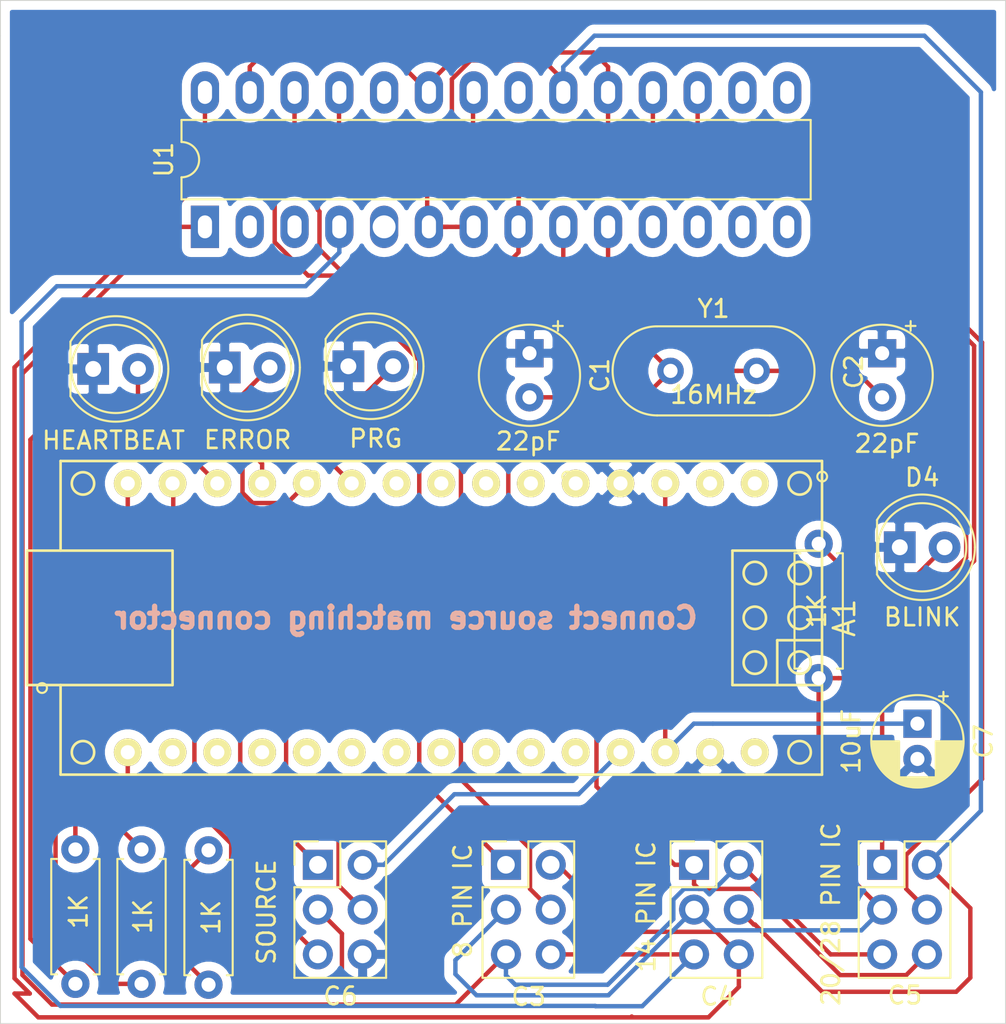
<source format=kicad_pcb>
(kicad_pcb (version 20171130) (host pcbnew 5.1.5+dfsg1-2build2)

  (general
    (thickness 1.6)
    (drawings 10)
    (tracks 263)
    (zones 0)
    (modules 18)
    (nets 56)
  )

  (page A4)
  (layers
    (0 F.Cu signal)
    (31 B.Cu signal)
    (32 B.Adhes user)
    (33 F.Adhes user)
    (34 B.Paste user)
    (35 F.Paste user)
    (36 B.SilkS user)
    (37 F.SilkS user)
    (38 B.Mask user)
    (39 F.Mask user)
    (40 Dwgs.User user)
    (41 Cmts.User user)
    (42 Eco1.User user)
    (43 Eco2.User user)
    (44 Edge.Cuts user)
    (45 Margin user)
    (46 B.CrtYd user)
    (47 F.CrtYd user)
    (48 B.Fab user)
    (49 F.Fab user)
  )

  (setup
    (last_trace_width 0.25)
    (trace_clearance 0.2)
    (zone_clearance 0.508)
    (zone_45_only no)
    (trace_min 0.2)
    (via_size 0.8)
    (via_drill 0.4)
    (via_min_size 0.4)
    (via_min_drill 0.3)
    (uvia_size 0.3)
    (uvia_drill 0.1)
    (uvias_allowed no)
    (uvia_min_size 0.2)
    (uvia_min_drill 0.1)
    (edge_width 0.05)
    (segment_width 0.2)
    (pcb_text_width 0.3)
    (pcb_text_size 1.5 1.5)
    (mod_edge_width 0.12)
    (mod_text_size 1 1)
    (mod_text_width 0.15)
    (pad_size 1.524 1.524)
    (pad_drill 0.762)
    (pad_to_mask_clearance 0.051)
    (solder_mask_min_width 0.25)
    (aux_axis_origin 0 0)
    (grid_origin 140 55)
    (visible_elements FFFFFF7F)
    (pcbplotparams
      (layerselection 0x010fc_ffffffff)
      (usegerberextensions false)
      (usegerberattributes false)
      (usegerberadvancedattributes false)
      (creategerberjobfile false)
      (excludeedgelayer true)
      (linewidth 0.100000)
      (plotframeref false)
      (viasonmask false)
      (mode 1)
      (useauxorigin false)
      (hpglpennumber 1)
      (hpglpenspeed 20)
      (hpglpendiameter 15.000000)
      (psnegative false)
      (psa4output false)
      (plotreference true)
      (plotvalue true)
      (plotinvisibletext false)
      (padsonsilk false)
      (subtractmaskfromsilk false)
      (outputformat 1)
      (mirror false)
      (drillshape 0)
      (scaleselection 1)
      (outputdirectory "gerbers/"))
  )

  (net 0 "")
  (net 1 "Net-(A1-Pad30)")
  (net 2 "Net-(A1-Pad1)")
  (net 3 "Net-(A1-Pad2)")
  (net 4 "Net-(A1-Pad28)")
  (net 5 "Net-(A1-Pad26)")
  (net 6 "Net-(A1-Pad5)")
  (net 7 "Net-(A1-Pad25)")
  (net 8 "Net-(A1-Pad6)")
  (net 9 "Net-(A1-Pad24)")
  (net 10 "Net-(A1-Pad23)")
  (net 11 "Net-(A1-Pad22)")
  (net 12 "Net-(A1-Pad21)")
  (net 13 "Net-(A1-Pad20)")
  (net 14 "Net-(A1-Pad19)")
  (net 15 "Net-(A1-Pad18)")
  (net 16 "Net-(A1-Pad17)")
  (net 17 XTAL1)
  (net 18 GND)
  (net 19 XTAL2)
  (net 20 /MI8)
  (net 21 "Net-(U1-Pad14)")
  (net 22 "Net-(U1-Pad13)")
  (net 23 "Net-(U1-Pad12)")
  (net 24 "Net-(U1-Pad11)")
  (net 25 "Net-(U1-Pad24)")
  (net 26 "Net-(U1-Pad21)")
  (net 27 "Net-(U1-Pad5)")
  (net 28 "Net-(U1-Pad3)")
  (net 29 "Net-(U1-Pad16)")
  (net 30 "Net-(U1-Pad2)")
  (net 31 "Net-(U1-Pad15)")
  (net 32 /G8)
  (net 33 /V14)
  (net 34 /MO8)
  (net 35 /G14)
  (net 36 /MO14)
  (net 37 /SC14)
  (net 38 /G20)
  (net 39 /MO20)
  (net 40 /MI20)
  (net 41 /HB_LED)
  (net 42 /ERR_LED)
  (net 43 /PRG_LED)
  (net 44 "Net-(D1-Pad2)")
  (net 45 "Net-(D2-Pad2)")
  (net 46 "Net-(D3-Pad2)")
  (net 47 /S_MISO)
  (net 48 /S_SCK)
  (net 49 /S_MOSI)
  (net 50 /~S_RESET)
  (net 51 "Net-(A1-Pad9)")
  (net 52 "Net-(A1-Pad8)")
  (net 53 "Net-(A1-Pad7)")
  (net 54 /S_VCC)
  (net 55 "Net-(D4-Pad2)")

  (net_class Default "This is the default net class."
    (clearance 0.2)
    (trace_width 0.25)
    (via_dia 0.8)
    (via_drill 0.4)
    (uvia_dia 0.3)
    (uvia_drill 0.1)
    (add_net /ERR_LED)
    (add_net /HB_LED)
    (add_net /MI20)
    (add_net /MI8)
    (add_net /MO14)
    (add_net /MO20)
    (add_net /MO8)
    (add_net /PRG_LED)
    (add_net /SC14)
    (add_net /S_MISO)
    (add_net /S_MOSI)
    (add_net /S_SCK)
    (add_net /~S_RESET)
    (add_net "Net-(A1-Pad1)")
    (add_net "Net-(A1-Pad17)")
    (add_net "Net-(A1-Pad18)")
    (add_net "Net-(A1-Pad19)")
    (add_net "Net-(A1-Pad2)")
    (add_net "Net-(A1-Pad20)")
    (add_net "Net-(A1-Pad21)")
    (add_net "Net-(A1-Pad22)")
    (add_net "Net-(A1-Pad23)")
    (add_net "Net-(A1-Pad24)")
    (add_net "Net-(A1-Pad25)")
    (add_net "Net-(A1-Pad26)")
    (add_net "Net-(A1-Pad28)")
    (add_net "Net-(A1-Pad30)")
    (add_net "Net-(A1-Pad5)")
    (add_net "Net-(A1-Pad6)")
    (add_net "Net-(A1-Pad7)")
    (add_net "Net-(A1-Pad8)")
    (add_net "Net-(A1-Pad9)")
    (add_net "Net-(D1-Pad2)")
    (add_net "Net-(D2-Pad2)")
    (add_net "Net-(D3-Pad2)")
    (add_net "Net-(D4-Pad2)")
    (add_net "Net-(U1-Pad11)")
    (add_net "Net-(U1-Pad12)")
    (add_net "Net-(U1-Pad13)")
    (add_net "Net-(U1-Pad14)")
    (add_net "Net-(U1-Pad15)")
    (add_net "Net-(U1-Pad16)")
    (add_net "Net-(U1-Pad2)")
    (add_net "Net-(U1-Pad21)")
    (add_net "Net-(U1-Pad24)")
    (add_net "Net-(U1-Pad3)")
    (add_net "Net-(U1-Pad5)")
    (add_net XTAL1)
    (add_net XTAL2)
  )

  (net_class POWER ""
    (clearance 0.2)
    (trace_width 0.25)
    (via_dia 0.8)
    (via_drill 0.4)
    (uvia_dia 0.3)
    (uvia_drill 0.1)
    (add_net /G14)
    (add_net /G20)
    (add_net /G8)
    (add_net /S_VCC)
    (add_net /V14)
    (add_net GND)
  )

  (module multi-avr:ZIF-28 (layer F.Cu) (tedit 5F55AFAB) (tstamp 5F55B55D)
    (at 94.58 41.81 90)
    (descr "28-lead though-hole mounted DIP package, row spacing 7.62 mm (300 mils), LongPads")
    (tags "THT DIP DIL PDIP 2.54mm 7.62mm 300mil LongPads")
    (path /5F56F77C)
    (fp_text reference U1 (at 3.7846 -2.31222 90) (layer F.SilkS)
      (effects (font (size 1 1) (thickness 0.15)))
    )
    (fp_text value ZIF (at 3.7846 35.36778 90) (layer F.Fab)
      (effects (font (size 1 1) (thickness 0.15)))
    )
    (fp_text user %R (at 3.7846 16.52778 90) (layer F.Fab)
      (effects (font (size 1 1) (thickness 0.15)))
    )
    (fp_line (start -3.39852 -8.94588) (end 11.60526 -8.94588) (layer F.CrtYd) (width 0.05))
    (fp_line (start 11.60526 43.02252) (end 11.60526 -8.94588) (layer F.CrtYd) (width 0.05))
    (fp_line (start -3.39852 43.02304) (end 11.60526 43.02304) (layer F.CrtYd) (width 0.05))
    (fp_line (start -3.39852 -8.9408) (end -3.39852 43.02252) (layer F.CrtYd) (width 0.05))
    (fp_line (start 6.0346 -1.31222) (end 4.7846 -1.31222) (layer F.SilkS) (width 0.12))
    (fp_line (start 6.0346 34.36778) (end 6.0346 -1.31222) (layer F.SilkS) (width 0.12))
    (fp_line (start 1.5346 34.36778) (end 6.0346 34.36778) (layer F.SilkS) (width 0.12))
    (fp_line (start 1.5346 -1.31222) (end 1.5346 34.36778) (layer F.SilkS) (width 0.12))
    (fp_line (start 2.7846 -1.31222) (end 1.5346 -1.31222) (layer F.SilkS) (width 0.12))
    (fp_line (start 0.6096 -0.25222) (end 1.6096 -1.25222) (layer F.Fab) (width 0.1))
    (fp_line (start 0.6096 34.30778) (end 0.6096 -0.25222) (layer F.Fab) (width 0.1))
    (fp_line (start 6.9596 34.30778) (end 0.6096 34.30778) (layer F.Fab) (width 0.1))
    (fp_line (start 6.9596 -1.25222) (end 6.9596 34.30778) (layer F.Fab) (width 0.1))
    (fp_line (start 1.6096 -1.25222) (end 6.9596 -1.25222) (layer F.Fab) (width 0.1))
    (fp_arc (start 3.7846 -1.31222) (end 2.7846 -1.31222) (angle -180) (layer F.SilkS) (width 0.12))
    (pad 28 thru_hole oval (at 7.5946 0.01778 90) (size 2.4 1.6) (drill oval 1.3 0.8) (layers *.Cu *.Mask)
      (net 35 /G14))
    (pad 14 thru_hole oval (at -0.0254 33.03778 90) (size 2.4 1.6) (drill oval 1.3 0.8) (layers *.Cu *.Mask)
      (net 21 "Net-(U1-Pad14)"))
    (pad 27 thru_hole oval (at 7.5946 2.55778 90) (size 2.4 1.6) (drill oval 1.3 0.8) (layers *.Cu *.Mask)
      (net 37 /SC14))
    (pad 13 thru_hole oval (at -0.0254 30.49778 90) (size 2.4 1.6) (drill oval 1.3 0.8) (layers *.Cu *.Mask)
      (net 22 "Net-(U1-Pad13)"))
    (pad 26 thru_hole oval (at 7.5946 5.09778 90) (size 2.4 1.6) (drill oval 1.3 0.8) (layers *.Cu *.Mask)
      (net 20 /MI8))
    (pad 12 thru_hole oval (at -0.0254 27.95778 90) (size 2.4 1.6) (drill oval 1.3 0.8) (layers *.Cu *.Mask)
      (net 23 "Net-(U1-Pad12)"))
    (pad 25 thru_hole oval (at 7.5946 7.63778 90) (size 2.4 1.6) (drill oval 1.3 0.8) (layers *.Cu *.Mask)
      (net 34 /MO8))
    (pad 11 thru_hole oval (at -0.0254 25.41778 90) (size 2.4 1.6) (drill oval 1.3 0.8) (layers *.Cu *.Mask)
      (net 24 "Net-(U1-Pad11)"))
    (pad 24 thru_hole oval (at 7.5946 10.17778 90) (size 2.4 1.6) (drill oval 1.3 0.8) (layers *.Cu *.Mask)
      (net 25 "Net-(U1-Pad24)"))
    (pad 10 thru_hole oval (at -0.0254 22.87778 90) (size 2.4 1.6) (drill oval 1.3 0.8) (layers *.Cu *.Mask)
      (net 19 XTAL2))
    (pad 23 thru_hole oval (at 7.5946 12.71778 90) (size 2.4 1.6) (drill oval 1.3 0.8) (layers *.Cu *.Mask)
      (net 37 /SC14))
    (pad 9 thru_hole oval (at -0.0254 20.33778 90) (size 2.4 1.6) (drill oval 1.3 0.8) (layers *.Cu *.Mask)
      (net 17 XTAL1))
    (pad 22 thru_hole oval (at 7.5946 15.25778 90) (size 2.4 1.6) (drill oval 1.3 0.8) (layers *.Cu *.Mask)
      (net 38 /G20))
    (pad 8 thru_hole oval (at -0.0254 17.79778 90) (size 2.4 1.6) (drill oval 1.3 0.8) (layers *.Cu *.Mask)
      (net 38 /G20))
    (pad 21 thru_hole oval (at 7.5946 17.79778 90) (size 2.4 1.6) (drill oval 1.3 0.8) (layers *.Cu *.Mask)
      (net 26 "Net-(U1-Pad21)"))
    (pad 7 thru_hole oval (at -0.0254 15.25778 90) (size 2.4 1.6) (drill oval 1.3 0.8) (layers *.Cu *.Mask)
      (net 36 /MO14))
    (pad 20 thru_hole oval (at 7.5946 20.33778 90) (size 2.4 1.6) (drill oval 1.3 0.8) (layers *.Cu *.Mask)
      (net 36 /MO14))
    (pad 6 thru_hole oval (at -0.0254 12.71778 90) (size 2.4 1.6) (drill oval 1.3 0.8) (layers *.Cu *.Mask)
      (net 36 /MO14))
    (pad 19 thru_hole oval (at 7.5946 22.87778 90) (size 2.4 1.6) (drill oval 1.3 0.8) (layers *.Cu *.Mask)
      (net 37 /SC14))
    (pad 5 thru_hole oval (at -0.0254 10.17778 90) (size 2.4 1.6) (drill 1.3) (layers *.Cu *.Mask)
      (net 27 "Net-(U1-Pad5)"))
    (pad 18 thru_hole oval (at 7.5946 25.41778 90) (size 2.4 1.6) (drill oval 1.3 0.8) (layers *.Cu *.Mask)
      (net 40 /MI20))
    (pad 4 thru_hole oval (at -0.0254 7.63778 90) (size 2.4 1.6) (drill oval 1.3 0.8) (layers *.Cu *.Mask)
      (net 32 /G8))
    (pad 17 thru_hole oval (at 7.5946 27.95778 90) (size 2.4 1.6) (drill oval 1.3 0.8) (layers *.Cu *.Mask)
      (net 39 /MO20))
    (pad 3 thru_hole oval (at -0.0254 5.09778 90) (size 2.4 1.6) (drill oval 1.3 0.8) (layers *.Cu *.Mask)
      (net 28 "Net-(U1-Pad3)"))
    (pad 16 thru_hole oval (at 7.5946 30.49778 90) (size 2.4 1.6) (drill oval 1.3 0.8) (layers *.Cu *.Mask)
      (net 29 "Net-(U1-Pad16)"))
    (pad 2 thru_hole oval (at -0.0254 2.55778 90) (size 2.4 1.6) (drill oval 1.3 0.8) (layers *.Cu *.Mask)
      (net 30 "Net-(U1-Pad2)"))
    (pad 15 thru_hole oval (at 7.5946 33.03778 90) (size 2.4 1.6) (drill oval 1.3 0.8) (layers *.Cu *.Mask)
      (net 31 "Net-(U1-Pad15)"))
    (pad 1 thru_hole rect (at -0.0254 0.01778 90) (size 2.4 1.6) (drill oval 1.3 0.8) (layers *.Cu *.Mask)
      (net 33 /V14))
    (model ${KISYS3DMOD}/Package_DIP.3dshapes/DIP-28_W7.62mm.wrl
      (at (xyz 0 0 0))
      (scale (xyz 1 1 1))
      (rotate (xyz 0 0 0))
    )
    (model "${KIPRJMOD}/lib/ZIF Socket 28pos. 15.24mm 3M 228-1277-00-0602J.stp"
      (at (xyz 0 0 0))
      (scale (xyz 0.5 1 0.9))
      (rotate (xyz 0 0 0))
    )
  )

  (module Resistor_THT:R_Axial_DIN0207_L6.3mm_D2.5mm_P7.62mm_Horizontal (layer F.Cu) (tedit 5AE5139B) (tstamp 5F5664F9)
    (at 129.4 59.8 270)
    (descr "Resistor, Axial_DIN0207 series, Axial, Horizontal, pin pitch=7.62mm, 0.25W = 1/4W, length*diameter=6.3*2.5mm^2, http://cdn-reichelt.de/documents/datenblatt/B400/1_4W%23YAG.pdf")
    (tags "Resistor Axial_DIN0207 series Axial Horizontal pin pitch 7.62mm 0.25W = 1/4W length 6.3mm diameter 2.5mm")
    (path /5F65FCF8)
    (fp_text reference R4 (at 3.81 -2.37 90) (layer F.SilkS) hide
      (effects (font (size 1 1) (thickness 0.15)))
    )
    (fp_text value 1K (at 3.8 0.1 90) (layer F.SilkS)
      (effects (font (size 1 1) (thickness 0.15)))
    )
    (fp_text user %R (at 3.81 0 90) (layer F.Fab) hide
      (effects (font (size 1 1) (thickness 0.15)))
    )
    (fp_line (start 8.67 -1.5) (end -1.05 -1.5) (layer F.CrtYd) (width 0.05))
    (fp_line (start 8.67 1.5) (end 8.67 -1.5) (layer F.CrtYd) (width 0.05))
    (fp_line (start -1.05 1.5) (end 8.67 1.5) (layer F.CrtYd) (width 0.05))
    (fp_line (start -1.05 -1.5) (end -1.05 1.5) (layer F.CrtYd) (width 0.05))
    (fp_line (start 7.08 1.37) (end 7.08 1.04) (layer F.SilkS) (width 0.12))
    (fp_line (start 0.54 1.37) (end 7.08 1.37) (layer F.SilkS) (width 0.12))
    (fp_line (start 0.54 1.04) (end 0.54 1.37) (layer F.SilkS) (width 0.12))
    (fp_line (start 7.08 -1.37) (end 7.08 -1.04) (layer F.SilkS) (width 0.12))
    (fp_line (start 0.54 -1.37) (end 7.08 -1.37) (layer F.SilkS) (width 0.12))
    (fp_line (start 0.54 -1.04) (end 0.54 -1.37) (layer F.SilkS) (width 0.12))
    (fp_line (start 7.62 0) (end 6.96 0) (layer F.Fab) (width 0.1))
    (fp_line (start 0 0) (end 0.66 0) (layer F.Fab) (width 0.1))
    (fp_line (start 6.96 -1.25) (end 0.66 -1.25) (layer F.Fab) (width 0.1))
    (fp_line (start 6.96 1.25) (end 6.96 -1.25) (layer F.Fab) (width 0.1))
    (fp_line (start 0.66 1.25) (end 6.96 1.25) (layer F.Fab) (width 0.1))
    (fp_line (start 0.66 -1.25) (end 0.66 1.25) (layer F.Fab) (width 0.1))
    (pad 2 thru_hole oval (at 7.62 0 270) (size 1.6 1.6) (drill 0.8) (layers *.Cu *.Mask)
      (net 37 /SC14))
    (pad 1 thru_hole circle (at 0 0 270) (size 1.6 1.6) (drill 0.8) (layers *.Cu *.Mask)
      (net 55 "Net-(D4-Pad2)"))
    (model ${KISYS3DMOD}/Resistor_THT.3dshapes/R_Axial_DIN0207_L6.3mm_D2.5mm_P7.62mm_Horizontal.wrl
      (at (xyz 0 0 0))
      (scale (xyz 1 1 1))
      (rotate (xyz 0 0 0))
    )
  )

  (module LED_THT:LED_D5.0mm_Clear (layer F.Cu) (tedit 5A6C9BC0) (tstamp 5F566F4E)
    (at 134 60)
    (descr "LED, diameter 5.0mm, 2 pins, http://cdn-reichelt.de/documents/datenblatt/A500/LL-504BC2E-009.pdf")
    (tags "LED diameter 5.0mm 2 pins")
    (path /5F6633D8)
    (fp_text reference D4 (at 1.27 -3.96) (layer F.SilkS)
      (effects (font (size 1 1) (thickness 0.15)))
    )
    (fp_text value BLINK (at 1.27 3.96) (layer F.SilkS)
      (effects (font (size 1 1) (thickness 0.15)))
    )
    (fp_arc (start 1.27 0) (end -1.29 1.54483) (angle -148.9) (layer F.SilkS) (width 0.12))
    (fp_arc (start 1.27 0) (end -1.29 -1.54483) (angle 148.9) (layer F.SilkS) (width 0.12))
    (fp_arc (start 1.27 0) (end -1.23 -1.469694) (angle 299.1) (layer F.Fab) (width 0.1))
    (fp_circle (center 1.27 0) (end 3.77 0) (layer F.SilkS) (width 0.12))
    (fp_circle (center 1.27 0) (end 3.77 0) (layer F.Fab) (width 0.1))
    (fp_line (start 4.5 -3.25) (end -1.95 -3.25) (layer F.CrtYd) (width 0.05))
    (fp_line (start 4.5 3.25) (end 4.5 -3.25) (layer F.CrtYd) (width 0.05))
    (fp_line (start -1.95 3.25) (end 4.5 3.25) (layer F.CrtYd) (width 0.05))
    (fp_line (start -1.95 -3.25) (end -1.95 3.25) (layer F.CrtYd) (width 0.05))
    (fp_line (start -1.29 -1.545) (end -1.29 1.545) (layer F.SilkS) (width 0.12))
    (fp_line (start -1.23 -1.469694) (end -1.23 1.469694) (layer F.Fab) (width 0.1))
    (fp_text user %R (at 1.25 0) (layer F.Fab)
      (effects (font (size 0.8 0.8) (thickness 0.2)))
    )
    (pad 2 thru_hole circle (at 2.54 0) (size 1.8 1.8) (drill 0.9) (layers *.Cu *.Mask)
      (net 55 "Net-(D4-Pad2)"))
    (pad 1 thru_hole rect (at 0 0) (size 1.8 1.8) (drill 0.9) (layers *.Cu *.Mask)
      (net 18 GND))
    (model ${KISYS3DMOD}/LED_THT.3dshapes/LED_D5.0mm_Clear.wrl
      (at (xyz 0 0 0))
      (scale (xyz 1 1 1))
      (rotate (xyz 0 0 0))
    )
  )

  (module Capacitor_THT:CP_Radial_Tantal_D5.5mm_P2.50mm (layer F.Cu) (tedit 5AE50EF0) (tstamp 5F56534E)
    (at 133 49 270)
    (descr "CP, Radial_Tantal series, Radial, pin pitch=2.50mm, , diameter=5.5mm, Tantal Electrolytic Capacitor, http://cdn-reichelt.de/documents/datenblatt/B300/TANTAL-TB-Serie%23.pdf")
    (tags "CP Radial_Tantal series Radial pin pitch 2.50mm  diameter 5.5mm Tantal Electrolytic Capacitor")
    (path /5F566E88)
    (fp_text reference C2 (at 1.05 1.61 90) (layer F.SilkS)
      (effects (font (size 1 1) (thickness 0.15)))
    )
    (fp_text value 22pF (at 5.12 -0.28) (layer F.SilkS)
      (effects (font (size 1 1) (thickness 0.15)))
    )
    (fp_text user %R (at 1.25 0 90) (layer F.Fab)
      (effects (font (size 1 1) (thickness 0.15)))
    )
    (fp_line (start -1.547262 -1.89) (end -1.547262 -1.34) (layer F.SilkS) (width 0.12))
    (fp_line (start -1.822262 -1.615) (end -1.272262 -1.615) (layer F.SilkS) (width 0.12))
    (fp_line (start -0.824131 -1.4725) (end -0.824131 -0.9225) (layer F.Fab) (width 0.1))
    (fp_line (start -1.099131 -1.1975) (end -0.549131 -1.1975) (layer F.Fab) (width 0.1))
    (fp_circle (center 1.25 0) (end 4.25 0) (layer F.CrtYd) (width 0.05))
    (fp_circle (center 1.25 0) (end 4.12 0) (layer F.SilkS) (width 0.12))
    (fp_circle (center 1.25 0) (end 4 0) (layer F.Fab) (width 0.1))
    (pad 2 thru_hole circle (at 2.5 0 270) (size 1.6 1.6) (drill 0.8) (layers *.Cu *.Mask)
      (net 19 XTAL2))
    (pad 1 thru_hole rect (at 0 0 270) (size 1.6 1.6) (drill 0.8) (layers *.Cu *.Mask)
      (net 18 GND))
    (model ${KISYS3DMOD}/Capacitor_THT.3dshapes/CP_Radial_Tantal_D5.5mm_P2.50mm.wrl
      (at (xyz 0 0 0))
      (scale (xyz 1 1 1))
      (rotate (xyz 0 0 0))
    )
  )

  (module Capacitor_THT:CP_Radial_Tantal_D5.5mm_P2.50mm (layer F.Cu) (tedit 5AE50EF0) (tstamp 5F561E65)
    (at 113 49 270)
    (descr "CP, Radial_Tantal series, Radial, pin pitch=2.50mm, , diameter=5.5mm, Tantal Electrolytic Capacitor, http://cdn-reichelt.de/documents/datenblatt/B300/TANTAL-TB-Serie%23.pdf")
    (tags "CP Radial_Tantal series Radial pin pitch 2.50mm  diameter 5.5mm Tantal Electrolytic Capacitor")
    (path /5F5662E8)
    (fp_text reference C1 (at 1.25 -4 90) (layer F.SilkS)
      (effects (font (size 1 1) (thickness 0.15)))
    )
    (fp_text value 22pF (at 4.99 0.07 180) (layer F.SilkS)
      (effects (font (size 1 1) (thickness 0.15)))
    )
    (fp_text user %R (at 1.25 0 90) (layer F.Fab)
      (effects (font (size 1 1) (thickness 0.15)))
    )
    (fp_line (start -1.547262 -1.89) (end -1.547262 -1.34) (layer F.SilkS) (width 0.12))
    (fp_line (start -1.822262 -1.615) (end -1.272262 -1.615) (layer F.SilkS) (width 0.12))
    (fp_line (start -0.824131 -1.4725) (end -0.824131 -0.9225) (layer F.Fab) (width 0.1))
    (fp_line (start -1.099131 -1.1975) (end -0.549131 -1.1975) (layer F.Fab) (width 0.1))
    (fp_circle (center 1.25 0) (end 4.25 0) (layer F.CrtYd) (width 0.05))
    (fp_circle (center 1.25 0) (end 4.12 0) (layer F.SilkS) (width 0.12))
    (fp_circle (center 1.25 0) (end 4 0) (layer F.Fab) (width 0.1))
    (pad 2 thru_hole circle (at 2.5 0 270) (size 1.6 1.6) (drill 0.8) (layers *.Cu *.Mask)
      (net 17 XTAL1))
    (pad 1 thru_hole rect (at 0 0 270) (size 1.6 1.6) (drill 0.8) (layers *.Cu *.Mask)
      (net 18 GND))
    (model ${KISYS3DMOD}/Capacitor_THT.3dshapes/CP_Radial_Tantal_D5.5mm_P2.50mm.wrl
      (at (xyz 0 0 0))
      (scale (xyz 1 1 1))
      (rotate (xyz 0 0 0))
    )
  )

  (module Capacitor_THT:CP_Radial_D5.0mm_P2.00mm (layer F.Cu) (tedit 5AE50EF0) (tstamp 5F566FF2)
    (at 135 70 270)
    (descr "CP, Radial series, Radial, pin pitch=2.00mm, , diameter=5mm, Electrolytic Capacitor")
    (tags "CP Radial series Radial pin pitch 2.00mm  diameter 5mm Electrolytic Capacitor")
    (path /5F5EDE51)
    (fp_text reference C7 (at 1 -3.75 90) (layer F.SilkS)
      (effects (font (size 1 1) (thickness 0.15)))
    )
    (fp_text value 10uF (at 1 3.75 90) (layer F.SilkS)
      (effects (font (size 1 1) (thickness 0.15)))
    )
    (fp_text user %R (at 1 0 90) (layer F.Fab)
      (effects (font (size 1 1) (thickness 0.15)))
    )
    (fp_line (start -1.554775 -1.725) (end -1.554775 -1.225) (layer F.SilkS) (width 0.12))
    (fp_line (start -1.804775 -1.475) (end -1.304775 -1.475) (layer F.SilkS) (width 0.12))
    (fp_line (start 3.601 -0.284) (end 3.601 0.284) (layer F.SilkS) (width 0.12))
    (fp_line (start 3.561 -0.518) (end 3.561 0.518) (layer F.SilkS) (width 0.12))
    (fp_line (start 3.521 -0.677) (end 3.521 0.677) (layer F.SilkS) (width 0.12))
    (fp_line (start 3.481 -0.805) (end 3.481 0.805) (layer F.SilkS) (width 0.12))
    (fp_line (start 3.441 -0.915) (end 3.441 0.915) (layer F.SilkS) (width 0.12))
    (fp_line (start 3.401 -1.011) (end 3.401 1.011) (layer F.SilkS) (width 0.12))
    (fp_line (start 3.361 -1.098) (end 3.361 1.098) (layer F.SilkS) (width 0.12))
    (fp_line (start 3.321 -1.178) (end 3.321 1.178) (layer F.SilkS) (width 0.12))
    (fp_line (start 3.281 -1.251) (end 3.281 1.251) (layer F.SilkS) (width 0.12))
    (fp_line (start 3.241 -1.319) (end 3.241 1.319) (layer F.SilkS) (width 0.12))
    (fp_line (start 3.201 -1.383) (end 3.201 1.383) (layer F.SilkS) (width 0.12))
    (fp_line (start 3.161 -1.443) (end 3.161 1.443) (layer F.SilkS) (width 0.12))
    (fp_line (start 3.121 -1.5) (end 3.121 1.5) (layer F.SilkS) (width 0.12))
    (fp_line (start 3.081 -1.554) (end 3.081 1.554) (layer F.SilkS) (width 0.12))
    (fp_line (start 3.041 -1.605) (end 3.041 1.605) (layer F.SilkS) (width 0.12))
    (fp_line (start 3.001 1.04) (end 3.001 1.653) (layer F.SilkS) (width 0.12))
    (fp_line (start 3.001 -1.653) (end 3.001 -1.04) (layer F.SilkS) (width 0.12))
    (fp_line (start 2.961 1.04) (end 2.961 1.699) (layer F.SilkS) (width 0.12))
    (fp_line (start 2.961 -1.699) (end 2.961 -1.04) (layer F.SilkS) (width 0.12))
    (fp_line (start 2.921 1.04) (end 2.921 1.743) (layer F.SilkS) (width 0.12))
    (fp_line (start 2.921 -1.743) (end 2.921 -1.04) (layer F.SilkS) (width 0.12))
    (fp_line (start 2.881 1.04) (end 2.881 1.785) (layer F.SilkS) (width 0.12))
    (fp_line (start 2.881 -1.785) (end 2.881 -1.04) (layer F.SilkS) (width 0.12))
    (fp_line (start 2.841 1.04) (end 2.841 1.826) (layer F.SilkS) (width 0.12))
    (fp_line (start 2.841 -1.826) (end 2.841 -1.04) (layer F.SilkS) (width 0.12))
    (fp_line (start 2.801 1.04) (end 2.801 1.864) (layer F.SilkS) (width 0.12))
    (fp_line (start 2.801 -1.864) (end 2.801 -1.04) (layer F.SilkS) (width 0.12))
    (fp_line (start 2.761 1.04) (end 2.761 1.901) (layer F.SilkS) (width 0.12))
    (fp_line (start 2.761 -1.901) (end 2.761 -1.04) (layer F.SilkS) (width 0.12))
    (fp_line (start 2.721 1.04) (end 2.721 1.937) (layer F.SilkS) (width 0.12))
    (fp_line (start 2.721 -1.937) (end 2.721 -1.04) (layer F.SilkS) (width 0.12))
    (fp_line (start 2.681 1.04) (end 2.681 1.971) (layer F.SilkS) (width 0.12))
    (fp_line (start 2.681 -1.971) (end 2.681 -1.04) (layer F.SilkS) (width 0.12))
    (fp_line (start 2.641 1.04) (end 2.641 2.004) (layer F.SilkS) (width 0.12))
    (fp_line (start 2.641 -2.004) (end 2.641 -1.04) (layer F.SilkS) (width 0.12))
    (fp_line (start 2.601 1.04) (end 2.601 2.035) (layer F.SilkS) (width 0.12))
    (fp_line (start 2.601 -2.035) (end 2.601 -1.04) (layer F.SilkS) (width 0.12))
    (fp_line (start 2.561 1.04) (end 2.561 2.065) (layer F.SilkS) (width 0.12))
    (fp_line (start 2.561 -2.065) (end 2.561 -1.04) (layer F.SilkS) (width 0.12))
    (fp_line (start 2.521 1.04) (end 2.521 2.095) (layer F.SilkS) (width 0.12))
    (fp_line (start 2.521 -2.095) (end 2.521 -1.04) (layer F.SilkS) (width 0.12))
    (fp_line (start 2.481 1.04) (end 2.481 2.122) (layer F.SilkS) (width 0.12))
    (fp_line (start 2.481 -2.122) (end 2.481 -1.04) (layer F.SilkS) (width 0.12))
    (fp_line (start 2.441 1.04) (end 2.441 2.149) (layer F.SilkS) (width 0.12))
    (fp_line (start 2.441 -2.149) (end 2.441 -1.04) (layer F.SilkS) (width 0.12))
    (fp_line (start 2.401 1.04) (end 2.401 2.175) (layer F.SilkS) (width 0.12))
    (fp_line (start 2.401 -2.175) (end 2.401 -1.04) (layer F.SilkS) (width 0.12))
    (fp_line (start 2.361 1.04) (end 2.361 2.2) (layer F.SilkS) (width 0.12))
    (fp_line (start 2.361 -2.2) (end 2.361 -1.04) (layer F.SilkS) (width 0.12))
    (fp_line (start 2.321 1.04) (end 2.321 2.224) (layer F.SilkS) (width 0.12))
    (fp_line (start 2.321 -2.224) (end 2.321 -1.04) (layer F.SilkS) (width 0.12))
    (fp_line (start 2.281 1.04) (end 2.281 2.247) (layer F.SilkS) (width 0.12))
    (fp_line (start 2.281 -2.247) (end 2.281 -1.04) (layer F.SilkS) (width 0.12))
    (fp_line (start 2.241 1.04) (end 2.241 2.268) (layer F.SilkS) (width 0.12))
    (fp_line (start 2.241 -2.268) (end 2.241 -1.04) (layer F.SilkS) (width 0.12))
    (fp_line (start 2.201 1.04) (end 2.201 2.29) (layer F.SilkS) (width 0.12))
    (fp_line (start 2.201 -2.29) (end 2.201 -1.04) (layer F.SilkS) (width 0.12))
    (fp_line (start 2.161 1.04) (end 2.161 2.31) (layer F.SilkS) (width 0.12))
    (fp_line (start 2.161 -2.31) (end 2.161 -1.04) (layer F.SilkS) (width 0.12))
    (fp_line (start 2.121 1.04) (end 2.121 2.329) (layer F.SilkS) (width 0.12))
    (fp_line (start 2.121 -2.329) (end 2.121 -1.04) (layer F.SilkS) (width 0.12))
    (fp_line (start 2.081 1.04) (end 2.081 2.348) (layer F.SilkS) (width 0.12))
    (fp_line (start 2.081 -2.348) (end 2.081 -1.04) (layer F.SilkS) (width 0.12))
    (fp_line (start 2.041 1.04) (end 2.041 2.365) (layer F.SilkS) (width 0.12))
    (fp_line (start 2.041 -2.365) (end 2.041 -1.04) (layer F.SilkS) (width 0.12))
    (fp_line (start 2.001 1.04) (end 2.001 2.382) (layer F.SilkS) (width 0.12))
    (fp_line (start 2.001 -2.382) (end 2.001 -1.04) (layer F.SilkS) (width 0.12))
    (fp_line (start 1.961 1.04) (end 1.961 2.398) (layer F.SilkS) (width 0.12))
    (fp_line (start 1.961 -2.398) (end 1.961 -1.04) (layer F.SilkS) (width 0.12))
    (fp_line (start 1.921 1.04) (end 1.921 2.414) (layer F.SilkS) (width 0.12))
    (fp_line (start 1.921 -2.414) (end 1.921 -1.04) (layer F.SilkS) (width 0.12))
    (fp_line (start 1.881 1.04) (end 1.881 2.428) (layer F.SilkS) (width 0.12))
    (fp_line (start 1.881 -2.428) (end 1.881 -1.04) (layer F.SilkS) (width 0.12))
    (fp_line (start 1.841 1.04) (end 1.841 2.442) (layer F.SilkS) (width 0.12))
    (fp_line (start 1.841 -2.442) (end 1.841 -1.04) (layer F.SilkS) (width 0.12))
    (fp_line (start 1.801 1.04) (end 1.801 2.455) (layer F.SilkS) (width 0.12))
    (fp_line (start 1.801 -2.455) (end 1.801 -1.04) (layer F.SilkS) (width 0.12))
    (fp_line (start 1.761 1.04) (end 1.761 2.468) (layer F.SilkS) (width 0.12))
    (fp_line (start 1.761 -2.468) (end 1.761 -1.04) (layer F.SilkS) (width 0.12))
    (fp_line (start 1.721 1.04) (end 1.721 2.48) (layer F.SilkS) (width 0.12))
    (fp_line (start 1.721 -2.48) (end 1.721 -1.04) (layer F.SilkS) (width 0.12))
    (fp_line (start 1.68 1.04) (end 1.68 2.491) (layer F.SilkS) (width 0.12))
    (fp_line (start 1.68 -2.491) (end 1.68 -1.04) (layer F.SilkS) (width 0.12))
    (fp_line (start 1.64 1.04) (end 1.64 2.501) (layer F.SilkS) (width 0.12))
    (fp_line (start 1.64 -2.501) (end 1.64 -1.04) (layer F.SilkS) (width 0.12))
    (fp_line (start 1.6 1.04) (end 1.6 2.511) (layer F.SilkS) (width 0.12))
    (fp_line (start 1.6 -2.511) (end 1.6 -1.04) (layer F.SilkS) (width 0.12))
    (fp_line (start 1.56 1.04) (end 1.56 2.52) (layer F.SilkS) (width 0.12))
    (fp_line (start 1.56 -2.52) (end 1.56 -1.04) (layer F.SilkS) (width 0.12))
    (fp_line (start 1.52 1.04) (end 1.52 2.528) (layer F.SilkS) (width 0.12))
    (fp_line (start 1.52 -2.528) (end 1.52 -1.04) (layer F.SilkS) (width 0.12))
    (fp_line (start 1.48 1.04) (end 1.48 2.536) (layer F.SilkS) (width 0.12))
    (fp_line (start 1.48 -2.536) (end 1.48 -1.04) (layer F.SilkS) (width 0.12))
    (fp_line (start 1.44 1.04) (end 1.44 2.543) (layer F.SilkS) (width 0.12))
    (fp_line (start 1.44 -2.543) (end 1.44 -1.04) (layer F.SilkS) (width 0.12))
    (fp_line (start 1.4 1.04) (end 1.4 2.55) (layer F.SilkS) (width 0.12))
    (fp_line (start 1.4 -2.55) (end 1.4 -1.04) (layer F.SilkS) (width 0.12))
    (fp_line (start 1.36 1.04) (end 1.36 2.556) (layer F.SilkS) (width 0.12))
    (fp_line (start 1.36 -2.556) (end 1.36 -1.04) (layer F.SilkS) (width 0.12))
    (fp_line (start 1.32 1.04) (end 1.32 2.561) (layer F.SilkS) (width 0.12))
    (fp_line (start 1.32 -2.561) (end 1.32 -1.04) (layer F.SilkS) (width 0.12))
    (fp_line (start 1.28 1.04) (end 1.28 2.565) (layer F.SilkS) (width 0.12))
    (fp_line (start 1.28 -2.565) (end 1.28 -1.04) (layer F.SilkS) (width 0.12))
    (fp_line (start 1.24 1.04) (end 1.24 2.569) (layer F.SilkS) (width 0.12))
    (fp_line (start 1.24 -2.569) (end 1.24 -1.04) (layer F.SilkS) (width 0.12))
    (fp_line (start 1.2 1.04) (end 1.2 2.573) (layer F.SilkS) (width 0.12))
    (fp_line (start 1.2 -2.573) (end 1.2 -1.04) (layer F.SilkS) (width 0.12))
    (fp_line (start 1.16 1.04) (end 1.16 2.576) (layer F.SilkS) (width 0.12))
    (fp_line (start 1.16 -2.576) (end 1.16 -1.04) (layer F.SilkS) (width 0.12))
    (fp_line (start 1.12 1.04) (end 1.12 2.578) (layer F.SilkS) (width 0.12))
    (fp_line (start 1.12 -2.578) (end 1.12 -1.04) (layer F.SilkS) (width 0.12))
    (fp_line (start 1.08 1.04) (end 1.08 2.579) (layer F.SilkS) (width 0.12))
    (fp_line (start 1.08 -2.579) (end 1.08 -1.04) (layer F.SilkS) (width 0.12))
    (fp_line (start 1.04 -2.58) (end 1.04 -1.04) (layer F.SilkS) (width 0.12))
    (fp_line (start 1.04 1.04) (end 1.04 2.58) (layer F.SilkS) (width 0.12))
    (fp_line (start 1 -2.58) (end 1 -1.04) (layer F.SilkS) (width 0.12))
    (fp_line (start 1 1.04) (end 1 2.58) (layer F.SilkS) (width 0.12))
    (fp_line (start -0.883605 -1.3375) (end -0.883605 -0.8375) (layer F.Fab) (width 0.1))
    (fp_line (start -1.133605 -1.0875) (end -0.633605 -1.0875) (layer F.Fab) (width 0.1))
    (fp_circle (center 1 0) (end 3.75 0) (layer F.CrtYd) (width 0.05))
    (fp_circle (center 1 0) (end 3.62 0) (layer F.SilkS) (width 0.12))
    (fp_circle (center 1 0) (end 3.5 0) (layer F.Fab) (width 0.1))
    (pad 2 thru_hole circle (at 2 0 270) (size 1.6 1.6) (drill 0.8) (layers *.Cu *.Mask)
      (net 18 GND))
    (pad 1 thru_hole rect (at 0 0 270) (size 1.6 1.6) (drill 0.8) (layers *.Cu *.Mask)
      (net 4 "Net-(A1-Pad28)"))
    (model ${KISYS3DMOD}/Capacitor_THT.3dshapes/CP_Radial_D5.0mm_P2.00mm.wrl
      (at (xyz 0 0 0))
      (scale (xyz 1 1 1))
      (rotate (xyz 0 0 0))
    )
  )

  (module Resistor_THT:R_Axial_DIN0207_L6.3mm_D2.5mm_P7.62mm_Horizontal (layer F.Cu) (tedit 5AE5139B) (tstamp 5F566433)
    (at 94.8 84.8 90)
    (descr "Resistor, Axial_DIN0207 series, Axial, Horizontal, pin pitch=7.62mm, 0.25W = 1/4W, length*diameter=6.3*2.5mm^2, http://cdn-reichelt.de/documents/datenblatt/B400/1_4W%23YAG.pdf")
    (tags "Resistor Axial_DIN0207 series Axial Horizontal pin pitch 7.62mm 0.25W = 1/4W length 6.3mm diameter 2.5mm")
    (path /5F5B2FB2)
    (fp_text reference R3 (at 3.81 -2.37 90) (layer F.SilkS) hide
      (effects (font (size 1 1) (thickness 0.15)))
    )
    (fp_text value 1K (at 3.82 0.15 90) (layer F.SilkS)
      (effects (font (size 1 1) (thickness 0.15)))
    )
    (fp_text user %R (at 3.81 0 90) (layer F.Fab) hide
      (effects (font (size 1 1) (thickness 0.15)))
    )
    (fp_line (start 8.67 -1.5) (end -1.05 -1.5) (layer F.CrtYd) (width 0.05))
    (fp_line (start 8.67 1.5) (end 8.67 -1.5) (layer F.CrtYd) (width 0.05))
    (fp_line (start -1.05 1.5) (end 8.67 1.5) (layer F.CrtYd) (width 0.05))
    (fp_line (start -1.05 -1.5) (end -1.05 1.5) (layer F.CrtYd) (width 0.05))
    (fp_line (start 7.08 1.37) (end 7.08 1.04) (layer F.SilkS) (width 0.12))
    (fp_line (start 0.54 1.37) (end 7.08 1.37) (layer F.SilkS) (width 0.12))
    (fp_line (start 0.54 1.04) (end 0.54 1.37) (layer F.SilkS) (width 0.12))
    (fp_line (start 7.08 -1.37) (end 7.08 -1.04) (layer F.SilkS) (width 0.12))
    (fp_line (start 0.54 -1.37) (end 7.08 -1.37) (layer F.SilkS) (width 0.12))
    (fp_line (start 0.54 -1.04) (end 0.54 -1.37) (layer F.SilkS) (width 0.12))
    (fp_line (start 7.62 0) (end 6.96 0) (layer F.Fab) (width 0.1))
    (fp_line (start 0 0) (end 0.66 0) (layer F.Fab) (width 0.1))
    (fp_line (start 6.96 -1.25) (end 0.66 -1.25) (layer F.Fab) (width 0.1))
    (fp_line (start 6.96 1.25) (end 6.96 -1.25) (layer F.Fab) (width 0.1))
    (fp_line (start 0.66 1.25) (end 6.96 1.25) (layer F.Fab) (width 0.1))
    (fp_line (start 0.66 -1.25) (end 0.66 1.25) (layer F.Fab) (width 0.1))
    (pad 2 thru_hole oval (at 7.62 0 90) (size 1.6 1.6) (drill 0.8) (layers *.Cu *.Mask)
      (net 43 /PRG_LED))
    (pad 1 thru_hole circle (at 0 0 90) (size 1.6 1.6) (drill 0.8) (layers *.Cu *.Mask)
      (net 46 "Net-(D3-Pad2)"))
    (model ${KISYS3DMOD}/Resistor_THT.3dshapes/R_Axial_DIN0207_L6.3mm_D2.5mm_P7.62mm_Horizontal.wrl
      (at (xyz 0 0 0))
      (scale (xyz 1 1 1))
      (rotate (xyz 0 0 0))
    )
  )

  (module Resistor_THT:R_Axial_DIN0207_L6.3mm_D2.5mm_P7.62mm_Horizontal (layer F.Cu) (tedit 5AE5139B) (tstamp 5F566475)
    (at 91 84.75 90)
    (descr "Resistor, Axial_DIN0207 series, Axial, Horizontal, pin pitch=7.62mm, 0.25W = 1/4W, length*diameter=6.3*2.5mm^2, http://cdn-reichelt.de/documents/datenblatt/B400/1_4W%23YAG.pdf")
    (tags "Resistor Axial_DIN0207 series Axial Horizontal pin pitch 7.62mm 0.25W = 1/4W length 6.3mm diameter 2.5mm")
    (path /5F5B339E)
    (fp_text reference R2 (at 3.81 -2.37 90) (layer F.SilkS) hide
      (effects (font (size 1 1) (thickness 0.15)))
    )
    (fp_text value 1K (at 3.82 0.075 90) (layer F.SilkS)
      (effects (font (size 1 1) (thickness 0.15)))
    )
    (fp_text user %R (at 3.81 0 90) (layer F.Fab) hide
      (effects (font (size 1 1) (thickness 0.15)))
    )
    (fp_line (start 8.67 -1.5) (end -1.05 -1.5) (layer F.CrtYd) (width 0.05))
    (fp_line (start 8.67 1.5) (end 8.67 -1.5) (layer F.CrtYd) (width 0.05))
    (fp_line (start -1.05 1.5) (end 8.67 1.5) (layer F.CrtYd) (width 0.05))
    (fp_line (start -1.05 -1.5) (end -1.05 1.5) (layer F.CrtYd) (width 0.05))
    (fp_line (start 7.08 1.37) (end 7.08 1.04) (layer F.SilkS) (width 0.12))
    (fp_line (start 0.54 1.37) (end 7.08 1.37) (layer F.SilkS) (width 0.12))
    (fp_line (start 0.54 1.04) (end 0.54 1.37) (layer F.SilkS) (width 0.12))
    (fp_line (start 7.08 -1.37) (end 7.08 -1.04) (layer F.SilkS) (width 0.12))
    (fp_line (start 0.54 -1.37) (end 7.08 -1.37) (layer F.SilkS) (width 0.12))
    (fp_line (start 0.54 -1.04) (end 0.54 -1.37) (layer F.SilkS) (width 0.12))
    (fp_line (start 7.62 0) (end 6.96 0) (layer F.Fab) (width 0.1))
    (fp_line (start 0 0) (end 0.66 0) (layer F.Fab) (width 0.1))
    (fp_line (start 6.96 -1.25) (end 0.66 -1.25) (layer F.Fab) (width 0.1))
    (fp_line (start 6.96 1.25) (end 6.96 -1.25) (layer F.Fab) (width 0.1))
    (fp_line (start 0.66 1.25) (end 6.96 1.25) (layer F.Fab) (width 0.1))
    (fp_line (start 0.66 -1.25) (end 0.66 1.25) (layer F.Fab) (width 0.1))
    (pad 2 thru_hole oval (at 7.62 0 90) (size 1.6 1.6) (drill 0.8) (layers *.Cu *.Mask)
      (net 42 /ERR_LED))
    (pad 1 thru_hole circle (at 0 0 90) (size 1.6 1.6) (drill 0.8) (layers *.Cu *.Mask)
      (net 45 "Net-(D2-Pad2)"))
    (model ${KISYS3DMOD}/Resistor_THT.3dshapes/R_Axial_DIN0207_L6.3mm_D2.5mm_P7.62mm_Horizontal.wrl
      (at (xyz 0 0 0))
      (scale (xyz 1 1 1))
      (rotate (xyz 0 0 0))
    )
  )

  (module Resistor_THT:R_Axial_DIN0207_L6.3mm_D2.5mm_P7.62mm_Horizontal (layer F.Cu) (tedit 5AE5139B) (tstamp 5F5664B7)
    (at 87.25 84.75 90)
    (descr "Resistor, Axial_DIN0207 series, Axial, Horizontal, pin pitch=7.62mm, 0.25W = 1/4W, length*diameter=6.3*2.5mm^2, http://cdn-reichelt.de/documents/datenblatt/B400/1_4W%23YAG.pdf")
    (tags "Resistor Axial_DIN0207 series Axial Horizontal pin pitch 7.62mm 0.25W = 1/4W length 6.3mm diameter 2.5mm")
    (path /5F5B3480)
    (fp_text reference R1 (at 3.81 -2.37 90) (layer F.SilkS) hide
      (effects (font (size 1 1) (thickness 0.15)))
    )
    (fp_text value 1K (at 4.1 0.175 90) (layer F.SilkS)
      (effects (font (size 1 1) (thickness 0.15)))
    )
    (fp_text user %R (at 3.81 0 90) (layer F.Fab) hide
      (effects (font (size 1 1) (thickness 0.15)))
    )
    (fp_line (start 8.67 -1.5) (end -1.05 -1.5) (layer F.CrtYd) (width 0.05))
    (fp_line (start 8.67 1.5) (end 8.67 -1.5) (layer F.CrtYd) (width 0.05))
    (fp_line (start -1.05 1.5) (end 8.67 1.5) (layer F.CrtYd) (width 0.05))
    (fp_line (start -1.05 -1.5) (end -1.05 1.5) (layer F.CrtYd) (width 0.05))
    (fp_line (start 7.08 1.37) (end 7.08 1.04) (layer F.SilkS) (width 0.12))
    (fp_line (start 0.54 1.37) (end 7.08 1.37) (layer F.SilkS) (width 0.12))
    (fp_line (start 0.54 1.04) (end 0.54 1.37) (layer F.SilkS) (width 0.12))
    (fp_line (start 7.08 -1.37) (end 7.08 -1.04) (layer F.SilkS) (width 0.12))
    (fp_line (start 0.54 -1.37) (end 7.08 -1.37) (layer F.SilkS) (width 0.12))
    (fp_line (start 0.54 -1.04) (end 0.54 -1.37) (layer F.SilkS) (width 0.12))
    (fp_line (start 7.62 0) (end 6.96 0) (layer F.Fab) (width 0.1))
    (fp_line (start 0 0) (end 0.66 0) (layer F.Fab) (width 0.1))
    (fp_line (start 6.96 -1.25) (end 0.66 -1.25) (layer F.Fab) (width 0.1))
    (fp_line (start 6.96 1.25) (end 6.96 -1.25) (layer F.Fab) (width 0.1))
    (fp_line (start 0.66 1.25) (end 6.96 1.25) (layer F.Fab) (width 0.1))
    (fp_line (start 0.66 -1.25) (end 0.66 1.25) (layer F.Fab) (width 0.1))
    (pad 2 thru_hole oval (at 7.62 0 90) (size 1.6 1.6) (drill 0.8) (layers *.Cu *.Mask)
      (net 41 /HB_LED))
    (pad 1 thru_hole circle (at 0 0 90) (size 1.6 1.6) (drill 0.8) (layers *.Cu *.Mask)
      (net 44 "Net-(D1-Pad2)"))
    (model ${KISYS3DMOD}/Resistor_THT.3dshapes/R_Axial_DIN0207_L6.3mm_D2.5mm_P7.62mm_Horizontal.wrl
      (at (xyz 0 0 0))
      (scale (xyz 1 1 1))
      (rotate (xyz 0 0 0))
    )
  )

  (module LED_THT:LED_D5.0mm_Clear (layer F.Cu) (tedit 5A6C9BC0) (tstamp 5F5651C4)
    (at 102.73 49.74)
    (descr "LED, diameter 5.0mm, 2 pins, http://cdn-reichelt.de/documents/datenblatt/A500/LL-504BC2E-009.pdf")
    (tags "LED diameter 5.0mm 2 pins")
    (path /5F5C1D2B)
    (fp_text reference D3 (at 1.27 -3.96) (layer F.SilkS) hide
      (effects (font (size 1 1) (thickness 0.15)))
    )
    (fp_text value PRG (at 1.27 3.96) (layer F.Fab) hide
      (effects (font (size 1 1) (thickness 0.15)))
    )
    (fp_text user %R (at 1.25 0) (layer F.Fab)
      (effects (font (size 0.8 0.8) (thickness 0.2)))
    )
    (fp_line (start -1.23 -1.469694) (end -1.23 1.469694) (layer F.Fab) (width 0.1))
    (fp_line (start -1.29 -1.545) (end -1.29 1.545) (layer F.SilkS) (width 0.12))
    (fp_line (start -1.95 -3.25) (end -1.95 3.25) (layer F.CrtYd) (width 0.05))
    (fp_line (start -1.95 3.25) (end 4.5 3.25) (layer F.CrtYd) (width 0.05))
    (fp_line (start 4.5 3.25) (end 4.5 -3.25) (layer F.CrtYd) (width 0.05))
    (fp_line (start 4.5 -3.25) (end -1.95 -3.25) (layer F.CrtYd) (width 0.05))
    (fp_circle (center 1.27 0) (end 3.77 0) (layer F.Fab) (width 0.1))
    (fp_circle (center 1.27 0) (end 3.77 0) (layer F.SilkS) (width 0.12))
    (fp_arc (start 1.27 0) (end -1.23 -1.469694) (angle 299.1) (layer F.Fab) (width 0.1))
    (fp_arc (start 1.27 0) (end -1.29 -1.54483) (angle 148.9) (layer F.SilkS) (width 0.12))
    (fp_arc (start 1.27 0) (end -1.29 1.54483) (angle -148.9) (layer F.SilkS) (width 0.12))
    (fp_text user PRG (at 1.55 4.1) (layer F.SilkS)
      (effects (font (size 1 1) (thickness 0.15)))
    )
    (pad 1 thru_hole rect (at 0 0) (size 1.8 1.8) (drill 0.9) (layers *.Cu *.Mask)
      (net 18 GND))
    (pad 2 thru_hole circle (at 2.54 0) (size 1.8 1.8) (drill 0.9) (layers *.Cu *.Mask)
      (net 46 "Net-(D3-Pad2)"))
    (model ${KISYS3DMOD}/LED_THT.3dshapes/LED_D5.0mm_Clear.wrl
      (at (xyz 0 0 0))
      (scale (xyz 1 1 1))
      (rotate (xyz 0 0 0))
    )
  )

  (module LED_THT:LED_D5.0mm_Clear (layer F.Cu) (tedit 5A6C9BC0) (tstamp 5F56518E)
    (at 95.72 49.81)
    (descr "LED, diameter 5.0mm, 2 pins, http://cdn-reichelt.de/documents/datenblatt/A500/LL-504BC2E-009.pdf")
    (tags "LED diameter 5.0mm 2 pins")
    (path /5F5C2788)
    (fp_text reference D2 (at 1.27 -3.96) (layer F.SilkS) hide
      (effects (font (size 1 1) (thickness 0.15)))
    )
    (fp_text value ERR (at 1.27 3.96) (layer F.Fab) hide
      (effects (font (size 1 1) (thickness 0.15)))
    )
    (fp_arc (start 1.27 0) (end -1.29 1.54483) (angle -148.9) (layer F.SilkS) (width 0.12))
    (fp_arc (start 1.27 0) (end -1.29 -1.54483) (angle 148.9) (layer F.SilkS) (width 0.12))
    (fp_arc (start 1.27 0) (end -1.23 -1.469694) (angle 299.1) (layer F.Fab) (width 0.1))
    (fp_circle (center 1.27 0) (end 3.77 0) (layer F.SilkS) (width 0.12))
    (fp_circle (center 1.27 0) (end 3.77 0) (layer F.Fab) (width 0.1))
    (fp_line (start 4.5 -3.25) (end -1.95 -3.25) (layer F.CrtYd) (width 0.05))
    (fp_line (start 4.5 3.25) (end 4.5 -3.25) (layer F.CrtYd) (width 0.05))
    (fp_line (start -1.95 3.25) (end 4.5 3.25) (layer F.CrtYd) (width 0.05))
    (fp_line (start -1.95 -3.25) (end -1.95 3.25) (layer F.CrtYd) (width 0.05))
    (fp_line (start -1.29 -1.545) (end -1.29 1.545) (layer F.SilkS) (width 0.12))
    (fp_line (start -1.23 -1.469694) (end -1.23 1.469694) (layer F.Fab) (width 0.1))
    (fp_text user %R (at 1.25 0) (layer F.Fab)
      (effects (font (size 0.8 0.8) (thickness 0.2)))
    )
    (fp_text user ERROR (at 1.3 4.1) (layer F.SilkS)
      (effects (font (size 1 1) (thickness 0.15)))
    )
    (pad 2 thru_hole circle (at 2.54 0) (size 1.8 1.8) (drill 0.9) (layers *.Cu *.Mask)
      (net 45 "Net-(D2-Pad2)"))
    (pad 1 thru_hole rect (at 0 0) (size 1.8 1.8) (drill 0.9) (layers *.Cu *.Mask)
      (net 18 GND))
    (model ${KISYS3DMOD}/LED_THT.3dshapes/LED_D5.0mm_Clear.wrl
      (at (xyz 0 0 0))
      (scale (xyz 1 1 1))
      (rotate (xyz 0 0 0))
    )
  )

  (module LED_THT:LED_D5.0mm_Clear (layer F.Cu) (tedit 5A6C9BC0) (tstamp 5F5651FA)
    (at 88.26 49.89)
    (descr "LED, diameter 5.0mm, 2 pins, http://cdn-reichelt.de/documents/datenblatt/A500/LL-504BC2E-009.pdf")
    (tags "LED diameter 5.0mm 2 pins")
    (path /5F5C2BF0)
    (fp_text reference D1 (at 1.27 -3.96) (layer F.SilkS) hide
      (effects (font (size 1 1) (thickness 0.15)))
    )
    (fp_text value HB (at 1.27 3.96) (layer F.Fab) hide
      (effects (font (size 1 1) (thickness 0.15)))
    )
    (fp_arc (start 1.27 0) (end -1.29 1.54483) (angle -148.9) (layer F.SilkS) (width 0.12))
    (fp_arc (start 1.27 0) (end -1.29 -1.54483) (angle 148.9) (layer F.SilkS) (width 0.12))
    (fp_arc (start 1.27 0) (end -1.23 -1.469694) (angle 299.1) (layer F.Fab) (width 0.1))
    (fp_circle (center 1.27 0) (end 3.77 0) (layer F.SilkS) (width 0.12))
    (fp_circle (center 1.27 0) (end 3.77 0) (layer F.Fab) (width 0.1))
    (fp_line (start 4.5 -3.25) (end -1.95 -3.25) (layer F.CrtYd) (width 0.05))
    (fp_line (start 4.5 3.25) (end 4.5 -3.25) (layer F.CrtYd) (width 0.05))
    (fp_line (start -1.95 3.25) (end 4.5 3.25) (layer F.CrtYd) (width 0.05))
    (fp_line (start -1.95 -3.25) (end -1.95 3.25) (layer F.CrtYd) (width 0.05))
    (fp_line (start -1.29 -1.545) (end -1.29 1.545) (layer F.SilkS) (width 0.12))
    (fp_line (start -1.23 -1.469694) (end -1.23 1.469694) (layer F.Fab) (width 0.1))
    (fp_text user %R (at 1.25 0) (layer F.Fab)
      (effects (font (size 0.8 0.8) (thickness 0.2)))
    )
    (fp_text user HEARTBEAT (at 1.15 4.05) (layer F.SilkS)
      (effects (font (size 1 1) (thickness 0.15)))
    )
    (pad 2 thru_hole circle (at 2.54 0) (size 1.8 1.8) (drill 0.9) (layers *.Cu *.Mask)
      (net 44 "Net-(D1-Pad2)"))
    (pad 1 thru_hole rect (at 0 0) (size 1.8 1.8) (drill 0.9) (layers *.Cu *.Mask)
      (net 18 GND))
    (model ${KISYS3DMOD}/LED_THT.3dshapes/LED_D5.0mm_Clear.wrl
      (at (xyz 0 0 0))
      (scale (xyz 1 1 1))
      (rotate (xyz 0 0 0))
    )
  )

  (module Connector_PinHeader_2.54mm:PinHeader_2x03_P2.54mm_Vertical (layer F.Cu) (tedit 59FED5CC) (tstamp 5F56587C)
    (at 101 78)
    (descr "Through hole straight pin header, 2x03, 2.54mm pitch, double rows")
    (tags "Through hole pin header THT 2x03 2.54mm double row")
    (path /5F571032)
    (fp_text reference C6 (at 1.29 7.45) (layer F.SilkS)
      (effects (font (size 1 1) (thickness 0.15)))
    )
    (fp_text value SOURCE (at -2.91 2.68 270) (layer F.SilkS)
      (effects (font (size 1 1) (thickness 0.15)))
    )
    (fp_text user %R (at 1.27 2.54 90) (layer F.Fab)
      (effects (font (size 1 1) (thickness 0.15)))
    )
    (fp_line (start 4.35 -1.8) (end -1.8 -1.8) (layer F.CrtYd) (width 0.05))
    (fp_line (start 4.35 6.85) (end 4.35 -1.8) (layer F.CrtYd) (width 0.05))
    (fp_line (start -1.8 6.85) (end 4.35 6.85) (layer F.CrtYd) (width 0.05))
    (fp_line (start -1.8 -1.8) (end -1.8 6.85) (layer F.CrtYd) (width 0.05))
    (fp_line (start -1.33 -1.33) (end 0 -1.33) (layer F.SilkS) (width 0.12))
    (fp_line (start -1.33 0) (end -1.33 -1.33) (layer F.SilkS) (width 0.12))
    (fp_line (start 1.27 -1.33) (end 3.87 -1.33) (layer F.SilkS) (width 0.12))
    (fp_line (start 1.27 1.27) (end 1.27 -1.33) (layer F.SilkS) (width 0.12))
    (fp_line (start -1.33 1.27) (end 1.27 1.27) (layer F.SilkS) (width 0.12))
    (fp_line (start 3.87 -1.33) (end 3.87 6.41) (layer F.SilkS) (width 0.12))
    (fp_line (start -1.33 1.27) (end -1.33 6.41) (layer F.SilkS) (width 0.12))
    (fp_line (start -1.33 6.41) (end 3.87 6.41) (layer F.SilkS) (width 0.12))
    (fp_line (start -1.27 0) (end 0 -1.27) (layer F.Fab) (width 0.1))
    (fp_line (start -1.27 6.35) (end -1.27 0) (layer F.Fab) (width 0.1))
    (fp_line (start 3.81 6.35) (end -1.27 6.35) (layer F.Fab) (width 0.1))
    (fp_line (start 3.81 -1.27) (end 3.81 6.35) (layer F.Fab) (width 0.1))
    (fp_line (start 0 -1.27) (end 3.81 -1.27) (layer F.Fab) (width 0.1))
    (pad 6 thru_hole oval (at 2.54 5.08) (size 1.7 1.7) (drill 1) (layers *.Cu *.Mask)
      (net 18 GND))
    (pad 5 thru_hole oval (at 0 5.08) (size 1.7 1.7) (drill 1) (layers *.Cu *.Mask)
      (net 50 /~S_RESET))
    (pad 4 thru_hole oval (at 2.54 2.54) (size 1.7 1.7) (drill 1) (layers *.Cu *.Mask)
      (net 49 /S_MOSI))
    (pad 3 thru_hole oval (at 0 2.54) (size 1.7 1.7) (drill 1) (layers *.Cu *.Mask)
      (net 48 /S_SCK))
    (pad 2 thru_hole oval (at 2.54 0) (size 1.7 1.7) (drill 1) (layers *.Cu *.Mask)
      (net 54 /S_VCC))
    (pad 1 thru_hole rect (at 0 0) (size 1.7 1.7) (drill 1) (layers *.Cu *.Mask)
      (net 47 /S_MISO))
    (model ${KISYS3DMOD}/Connector_PinHeader_2.54mm.3dshapes/PinHeader_2x03_P2.54mm_Vertical.wrl
      (at (xyz 0 0 0))
      (scale (xyz 1 1 1))
      (rotate (xyz 0 0 0))
    )
  )

  (module Connector_PinHeader_2.54mm:PinHeader_2x03_P2.54mm_Vertical (layer F.Cu) (tedit 59FED5CC) (tstamp 5F566138)
    (at 133 78)
    (descr "Through hole straight pin header, 2x03, 2.54mm pitch, double rows")
    (tags "Through hole pin header THT 2x03 2.54mm double row")
    (path /5F570FBE)
    (fp_text reference C5 (at 1.29 7.4) (layer F.SilkS)
      (effects (font (size 1 1) (thickness 0.15)))
    )
    (fp_text value "20/28 PIN IC" (at -2.9 2.8 90) (layer F.SilkS)
      (effects (font (size 1 1) (thickness 0.15)))
    )
    (fp_text user %R (at 1.27 2.54 90) (layer F.Fab)
      (effects (font (size 1 1) (thickness 0.15)))
    )
    (fp_line (start 4.35 -1.8) (end -1.8 -1.8) (layer F.CrtYd) (width 0.05))
    (fp_line (start 4.35 6.85) (end 4.35 -1.8) (layer F.CrtYd) (width 0.05))
    (fp_line (start -1.8 6.85) (end 4.35 6.85) (layer F.CrtYd) (width 0.05))
    (fp_line (start -1.8 -1.8) (end -1.8 6.85) (layer F.CrtYd) (width 0.05))
    (fp_line (start -1.33 -1.33) (end 0 -1.33) (layer F.SilkS) (width 0.12))
    (fp_line (start -1.33 0) (end -1.33 -1.33) (layer F.SilkS) (width 0.12))
    (fp_line (start 1.27 -1.33) (end 3.87 -1.33) (layer F.SilkS) (width 0.12))
    (fp_line (start 1.27 1.27) (end 1.27 -1.33) (layer F.SilkS) (width 0.12))
    (fp_line (start -1.33 1.27) (end 1.27 1.27) (layer F.SilkS) (width 0.12))
    (fp_line (start 3.87 -1.33) (end 3.87 6.41) (layer F.SilkS) (width 0.12))
    (fp_line (start -1.33 1.27) (end -1.33 6.41) (layer F.SilkS) (width 0.12))
    (fp_line (start -1.33 6.41) (end 3.87 6.41) (layer F.SilkS) (width 0.12))
    (fp_line (start -1.27 0) (end 0 -1.27) (layer F.Fab) (width 0.1))
    (fp_line (start -1.27 6.35) (end -1.27 0) (layer F.Fab) (width 0.1))
    (fp_line (start 3.81 6.35) (end -1.27 6.35) (layer F.Fab) (width 0.1))
    (fp_line (start 3.81 -1.27) (end 3.81 6.35) (layer F.Fab) (width 0.1))
    (fp_line (start 0 -1.27) (end 3.81 -1.27) (layer F.Fab) (width 0.1))
    (pad 6 thru_hole oval (at 2.54 5.08) (size 1.7 1.7) (drill 1) (layers *.Cu *.Mask)
      (net 38 /G20))
    (pad 5 thru_hole oval (at 0 5.08) (size 1.7 1.7) (drill 1) (layers *.Cu *.Mask)
      (net 33 /V14))
    (pad 4 thru_hole oval (at 2.54 2.54) (size 1.7 1.7) (drill 1) (layers *.Cu *.Mask)
      (net 39 /MO20))
    (pad 3 thru_hole oval (at 0 2.54) (size 1.7 1.7) (drill 1) (layers *.Cu *.Mask)
      (net 37 /SC14))
    (pad 2 thru_hole oval (at 2.54 0) (size 1.7 1.7) (drill 1) (layers *.Cu *.Mask)
      (net 36 /MO14))
    (pad 1 thru_hole rect (at 0 0) (size 1.7 1.7) (drill 1) (layers *.Cu *.Mask)
      (net 40 /MI20))
    (model ${KISYS3DMOD}/Connector_PinHeader_2.54mm.3dshapes/PinHeader_2x03_P2.54mm_Vertical.wrl
      (at (xyz 0 0 0))
      (scale (xyz 1 1 1))
      (rotate (xyz 0 0 0))
    )
  )

  (module Connector_PinHeader_2.54mm:PinHeader_2x03_P2.54mm_Vertical (layer F.Cu) (tedit 59FED5CC) (tstamp 5F5662A7)
    (at 122.333332 78)
    (descr "Through hole straight pin header, 2x03, 2.54mm pitch, double rows")
    (tags "Through hole pin header THT 2x03 2.54mm double row")
    (path /5F570AE5)
    (fp_text reference C4 (at 1.34 7.466668) (layer F.SilkS)
      (effects (font (size 1 1) (thickness 0.15)))
    )
    (fp_text value "14 PIN IC" (at -2.71 2.38 90) (layer F.SilkS)
      (effects (font (size 1 1) (thickness 0.15)))
    )
    (fp_text user %R (at 1.27 2.54 270) (layer F.Fab)
      (effects (font (size 1 1) (thickness 0.15)))
    )
    (fp_line (start 4.35 -1.8) (end -1.8 -1.8) (layer F.CrtYd) (width 0.05))
    (fp_line (start 4.35 6.85) (end 4.35 -1.8) (layer F.CrtYd) (width 0.05))
    (fp_line (start -1.8 6.85) (end 4.35 6.85) (layer F.CrtYd) (width 0.05))
    (fp_line (start -1.8 -1.8) (end -1.8 6.85) (layer F.CrtYd) (width 0.05))
    (fp_line (start -1.33 -1.33) (end 0 -1.33) (layer F.SilkS) (width 0.12))
    (fp_line (start -1.33 0) (end -1.33 -1.33) (layer F.SilkS) (width 0.12))
    (fp_line (start 1.27 -1.33) (end 3.87 -1.33) (layer F.SilkS) (width 0.12))
    (fp_line (start 1.27 1.27) (end 1.27 -1.33) (layer F.SilkS) (width 0.12))
    (fp_line (start -1.33 1.27) (end 1.27 1.27) (layer F.SilkS) (width 0.12))
    (fp_line (start 3.87 -1.33) (end 3.87 6.41) (layer F.SilkS) (width 0.12))
    (fp_line (start -1.33 1.27) (end -1.33 6.41) (layer F.SilkS) (width 0.12))
    (fp_line (start -1.33 6.41) (end 3.87 6.41) (layer F.SilkS) (width 0.12))
    (fp_line (start -1.27 0) (end 0 -1.27) (layer F.Fab) (width 0.1))
    (fp_line (start -1.27 6.35) (end -1.27 0) (layer F.Fab) (width 0.1))
    (fp_line (start 3.81 6.35) (end -1.27 6.35) (layer F.Fab) (width 0.1))
    (fp_line (start 3.81 -1.27) (end 3.81 6.35) (layer F.Fab) (width 0.1))
    (fp_line (start 0 -1.27) (end 3.81 -1.27) (layer F.Fab) (width 0.1))
    (pad 6 thru_hole oval (at 2.54 5.08) (size 1.7 1.7) (drill 1) (layers *.Cu *.Mask)
      (net 35 /G14))
    (pad 5 thru_hole oval (at 0 5.08) (size 1.7 1.7) (drill 1) (layers *.Cu *.Mask)
      (net 32 /G8))
    (pad 4 thru_hole oval (at 2.54 2.54) (size 1.7 1.7) (drill 1) (layers *.Cu *.Mask)
      (net 36 /MO14))
    (pad 3 thru_hole oval (at 0 2.54) (size 1.7 1.7) (drill 1) (layers *.Cu *.Mask)
      (net 37 /SC14))
    (pad 2 thru_hole oval (at 2.54 0) (size 1.7 1.7) (drill 1) (layers *.Cu *.Mask)
      (net 33 /V14))
    (pad 1 thru_hole rect (at 0 0) (size 1.7 1.7) (drill 1) (layers *.Cu *.Mask)
      (net 38 /G20))
    (model ${KISYS3DMOD}/Connector_PinHeader_2.54mm.3dshapes/PinHeader_2x03_P2.54mm_Vertical.wrl
      (at (xyz 0 0 0))
      (scale (xyz 1 1 1))
      (rotate (xyz 0 0 0))
    )
  )

  (module Connector_PinHeader_2.54mm:PinHeader_2x03_P2.54mm_Vertical (layer F.Cu) (tedit 59FED5CC) (tstamp 5F5658CD)
    (at 111.666666 78)
    (descr "Through hole straight pin header, 2x03, 2.54mm pitch, double rows")
    (tags "Through hole pin header THT 2x03 2.54mm double row")
    (path /5F570740)
    (fp_text reference C3 (at 1.29 7.483334) (layer F.SilkS)
      (effects (font (size 1 1) (thickness 0.15)))
    )
    (fp_text value "8 PIN IC" (at -2.45 2.05 90) (layer F.SilkS)
      (effects (font (size 1 1) (thickness 0.15)))
    )
    (fp_text user %R (at 1.27 2.54 90) (layer F.Fab)
      (effects (font (size 1 1) (thickness 0.15)))
    )
    (fp_line (start 4.35 -1.8) (end -1.8 -1.8) (layer F.CrtYd) (width 0.05))
    (fp_line (start 4.35 6.85) (end 4.35 -1.8) (layer F.CrtYd) (width 0.05))
    (fp_line (start -1.8 6.85) (end 4.35 6.85) (layer F.CrtYd) (width 0.05))
    (fp_line (start -1.8 -1.8) (end -1.8 6.85) (layer F.CrtYd) (width 0.05))
    (fp_line (start -1.33 -1.33) (end 0 -1.33) (layer F.SilkS) (width 0.12))
    (fp_line (start -1.33 0) (end -1.33 -1.33) (layer F.SilkS) (width 0.12))
    (fp_line (start 1.27 -1.33) (end 3.87 -1.33) (layer F.SilkS) (width 0.12))
    (fp_line (start 1.27 1.27) (end 1.27 -1.33) (layer F.SilkS) (width 0.12))
    (fp_line (start -1.33 1.27) (end 1.27 1.27) (layer F.SilkS) (width 0.12))
    (fp_line (start 3.87 -1.33) (end 3.87 6.41) (layer F.SilkS) (width 0.12))
    (fp_line (start -1.33 1.27) (end -1.33 6.41) (layer F.SilkS) (width 0.12))
    (fp_line (start -1.33 6.41) (end 3.87 6.41) (layer F.SilkS) (width 0.12))
    (fp_line (start -1.27 0) (end 0 -1.27) (layer F.Fab) (width 0.1))
    (fp_line (start -1.27 6.35) (end -1.27 0) (layer F.Fab) (width 0.1))
    (fp_line (start 3.81 6.35) (end -1.27 6.35) (layer F.Fab) (width 0.1))
    (fp_line (start 3.81 -1.27) (end 3.81 6.35) (layer F.Fab) (width 0.1))
    (fp_line (start 0 -1.27) (end 3.81 -1.27) (layer F.Fab) (width 0.1))
    (pad 6 thru_hole oval (at 2.54 5.08) (size 1.7 1.7) (drill 1) (layers *.Cu *.Mask)
      (net 32 /G8))
    (pad 5 thru_hole oval (at 0 5.08) (size 1.7 1.7) (drill 1) (layers *.Cu *.Mask)
      (net 33 /V14))
    (pad 4 thru_hole oval (at 2.54 2.54) (size 1.7 1.7) (drill 1) (layers *.Cu *.Mask)
      (net 34 /MO8))
    (pad 3 thru_hole oval (at 0 2.54) (size 1.7 1.7) (drill 1) (layers *.Cu *.Mask)
      (net 37 /SC14))
    (pad 2 thru_hole oval (at 2.54 0) (size 1.7 1.7) (drill 1) (layers *.Cu *.Mask)
      (net 35 /G14))
    (pad 1 thru_hole rect (at 0 0) (size 1.7 1.7) (drill 1) (layers *.Cu *.Mask)
      (net 20 /MI8))
    (model ${KISYS3DMOD}/Connector_PinHeader_2.54mm.3dshapes/PinHeader_2x03_P2.54mm_Vertical.wrl
      (at (xyz 0 0 0))
      (scale (xyz 1 1 1))
      (rotate (xyz 0 0 0))
    )
  )

  (module Crystal:Crystal_HC49-4H_Vertical (layer F.Cu) (tedit 5A1AD3B7) (tstamp 5F562CE3)
    (at 121 50)
    (descr "Crystal THT HC-49-4H http://5hertz.com/pdfs/04404_D.pdf")
    (tags "THT crystalHC-49-4H")
    (path /5F564E4B)
    (fp_text reference Y1 (at 2.44 -3.525) (layer F.SilkS)
      (effects (font (size 1 1) (thickness 0.15)))
    )
    (fp_text value 16MHz (at 2.44 1.35) (layer F.SilkS)
      (effects (font (size 1 1) (thickness 0.15)))
    )
    (fp_arc (start 5.64 0) (end 5.64 -2.525) (angle 180) (layer F.SilkS) (width 0.12))
    (fp_arc (start -0.76 0) (end -0.76 -2.525) (angle -180) (layer F.SilkS) (width 0.12))
    (fp_arc (start 5.44 0) (end 5.44 -2) (angle 180) (layer F.Fab) (width 0.1))
    (fp_arc (start -0.56 0) (end -0.56 -2) (angle -180) (layer F.Fab) (width 0.1))
    (fp_arc (start 5.64 0) (end 5.64 -2.325) (angle 180) (layer F.Fab) (width 0.1))
    (fp_arc (start -0.76 0) (end -0.76 -2.325) (angle -180) (layer F.Fab) (width 0.1))
    (fp_line (start 8.5 -2.8) (end -3.6 -2.8) (layer F.CrtYd) (width 0.05))
    (fp_line (start 8.5 2.8) (end 8.5 -2.8) (layer F.CrtYd) (width 0.05))
    (fp_line (start -3.6 2.8) (end 8.5 2.8) (layer F.CrtYd) (width 0.05))
    (fp_line (start -3.6 -2.8) (end -3.6 2.8) (layer F.CrtYd) (width 0.05))
    (fp_line (start -0.76 2.525) (end 5.64 2.525) (layer F.SilkS) (width 0.12))
    (fp_line (start -0.76 -2.525) (end 5.64 -2.525) (layer F.SilkS) (width 0.12))
    (fp_line (start -0.56 2) (end 5.44 2) (layer F.Fab) (width 0.1))
    (fp_line (start -0.56 -2) (end 5.44 -2) (layer F.Fab) (width 0.1))
    (fp_line (start -0.76 2.325) (end 5.64 2.325) (layer F.Fab) (width 0.1))
    (fp_line (start -0.76 -2.325) (end 5.64 -2.325) (layer F.Fab) (width 0.1))
    (fp_text user %R (at 2.44 0) (layer F.Fab)
      (effects (font (size 1 1) (thickness 0.15)))
    )
    (pad 2 thru_hole circle (at 4.88 0) (size 1.5 1.5) (drill 0.8) (layers *.Cu *.Mask)
      (net 19 XTAL2))
    (pad 1 thru_hole circle (at 0 0) (size 1.5 1.5) (drill 0.8) (layers *.Cu *.Mask)
      (net 17 XTAL1))
    (model ${KISYS3DMOD}/Crystal.3dshapes/Crystal_HC49-4H_Vertical.wrl
      (at (xyz 0 0 0))
      (scale (xyz 1 1 1))
      (rotate (xyz 0 0 0))
    )
  )

  (module libraries:arduino_nano (layer F.Cu) (tedit 5998B34A) (tstamp 5F56478B)
    (at 108 64 180)
    (path /5F5548D5)
    (fp_text reference A1 (at -22.86 0 90) (layer F.SilkS)
      (effects (font (size 1.2 1.2) (thickness 0.15)))
    )
    (fp_text value Arduino_Nano (at 0 0 180) (layer F.Fab)
      (effects (font (size 1.2 1.2) (thickness 0.15)))
    )
    (fp_line (start 21.59 -8.89) (end -21.59 -8.89) (layer F.SilkS) (width 0.15))
    (fp_line (start -21.59 8.89) (end 21.59 8.89) (layer F.SilkS) (width 0.15))
    (fp_line (start -21.59 -8.89) (end -21.59 8.89) (layer F.SilkS) (width 0.15))
    (fp_line (start -16.51 3.81) (end -16.51 -3.81) (layer F.SilkS) (width 0.15))
    (fp_line (start -21.59 3.81) (end -16.51 3.81) (layer F.SilkS) (width 0.15))
    (fp_line (start -16.51 -3.81) (end -21.59 -3.81) (layer F.SilkS) (width 0.15))
    (fp_line (start -19.05 -1.27) (end -21.59 -1.27) (layer F.SilkS) (width 0.15))
    (fp_line (start -19.05 -3.81) (end -19.05 -1.27) (layer F.SilkS) (width 0.15))
    (fp_circle (center -20.32 -7.62) (end -19.685 -7.62) (layer F.SilkS) (width 0.15))
    (fp_circle (center -20.32 7.62) (end -19.685 7.62) (layer F.SilkS) (width 0.15))
    (fp_circle (center 20.32 -7.62) (end 20.955 -7.62) (layer F.SilkS) (width 0.15))
    (fp_circle (center 20.32 7.62) (end 20.955 7.62) (layer F.SilkS) (width 0.15))
    (fp_circle (center -20.32 -2.54) (end -20.32 -1.905) (layer F.SilkS) (width 0.15))
    (fp_circle (center -17.78 -2.54) (end -17.145 -2.54) (layer F.SilkS) (width 0.15))
    (fp_circle (center -17.78 0) (end -17.145 0) (layer F.SilkS) (width 0.15))
    (fp_circle (center -17.78 2.54) (end -17.145 2.54) (layer F.SilkS) (width 0.15))
    (fp_circle (center -20.32 2.54) (end -19.685 2.54) (layer F.SilkS) (width 0.15))
    (fp_circle (center -20.32 0) (end -19.685 0) (layer F.SilkS) (width 0.15))
    (fp_line (start 15.24 -3.81) (end 23.495 -3.81) (layer F.SilkS) (width 0.15))
    (fp_line (start 15.24 3.81) (end 15.24 -3.81) (layer F.SilkS) (width 0.15))
    (fp_line (start 23.495 3.81) (end 15.24 3.81) (layer F.SilkS) (width 0.15))
    (fp_line (start 23.495 -3.81) (end 23.495 3.81) (layer F.SilkS) (width 0.15))
    (fp_line (start 21.59 -8.89) (end 21.59 -3.81) (layer F.SilkS) (width 0.15))
    (fp_line (start 21.59 3.81) (end 21.59 8.89) (layer F.SilkS) (width 0.15))
    (pad 15 thru_hole circle (at 17.78 7.62 180) (size 1.5748 1.5748) (drill 0.8) (layers *.Cu *.Mask F.SilkS)
      (net 47 /S_MISO))
    (pad 16 thru_hole circle (at 17.78 -7.62 180) (size 1.5748 1.5748) (drill 0.8) (layers *.Cu *.Mask F.SilkS)
      (net 48 /S_SCK))
    (pad 14 thru_hole circle (at 15.24 7.62 180) (size 1.5748 1.5748) (drill 0.8) (layers *.Cu *.Mask F.SilkS)
      (net 49 /S_MOSI))
    (pad 17 thru_hole circle (at 15.24 -7.62 180) (size 1.5748 1.5748) (drill 0.8) (layers *.Cu *.Mask F.SilkS)
      (net 16 "Net-(A1-Pad17)"))
    (pad 13 thru_hole circle (at 12.7 7.62 180) (size 1.5748 1.5748) (drill 0.8) (layers *.Cu *.Mask F.SilkS)
      (net 50 /~S_RESET))
    (pad 18 thru_hole circle (at 12.7 -7.62 180) (size 1.5748 1.5748) (drill 0.8) (layers *.Cu *.Mask F.SilkS)
      (net 15 "Net-(A1-Pad18)"))
    (pad 12 thru_hole circle (at 10.16 7.62 180) (size 1.5748 1.5748) (drill 0.8) (layers *.Cu *.Mask F.SilkS)
      (net 41 /HB_LED))
    (pad 19 thru_hole circle (at 10.16 -7.62 180) (size 1.5748 1.5748) (drill 0.8) (layers *.Cu *.Mask F.SilkS)
      (net 14 "Net-(A1-Pad19)"))
    (pad 11 thru_hole circle (at 7.62 7.62 180) (size 1.5748 1.5748) (drill 0.8) (layers *.Cu *.Mask F.SilkS)
      (net 42 /ERR_LED))
    (pad 20 thru_hole circle (at 7.62 -7.62 180) (size 1.5748 1.5748) (drill 0.8) (layers *.Cu *.Mask F.SilkS)
      (net 13 "Net-(A1-Pad20)"))
    (pad 10 thru_hole circle (at 5.08 7.62 180) (size 1.5748 1.5748) (drill 0.8) (layers *.Cu *.Mask F.SilkS)
      (net 43 /PRG_LED))
    (pad 21 thru_hole circle (at 5.08 -7.62 180) (size 1.5748 1.5748) (drill 0.8) (layers *.Cu *.Mask F.SilkS)
      (net 12 "Net-(A1-Pad21)"))
    (pad 9 thru_hole circle (at 2.54 7.62 180) (size 1.5748 1.5748) (drill 0.8) (layers *.Cu *.Mask F.SilkS)
      (net 51 "Net-(A1-Pad9)"))
    (pad 22 thru_hole circle (at 2.54 -7.62 180) (size 1.5748 1.5748) (drill 0.8) (layers *.Cu *.Mask F.SilkS)
      (net 11 "Net-(A1-Pad22)"))
    (pad 8 thru_hole circle (at 0 7.62 180) (size 1.5748 1.5748) (drill 0.8) (layers *.Cu *.Mask F.SilkS)
      (net 52 "Net-(A1-Pad8)"))
    (pad 23 thru_hole circle (at 0 -7.62 180) (size 1.5748 1.5748) (drill 0.8) (layers *.Cu *.Mask F.SilkS)
      (net 10 "Net-(A1-Pad23)"))
    (pad 7 thru_hole circle (at -2.54 7.62 180) (size 1.5748 1.5748) (drill 0.8) (layers *.Cu *.Mask F.SilkS)
      (net 53 "Net-(A1-Pad7)"))
    (pad 24 thru_hole circle (at -2.54 -7.62 180) (size 1.5748 1.5748) (drill 0.8) (layers *.Cu *.Mask F.SilkS)
      (net 9 "Net-(A1-Pad24)"))
    (pad 6 thru_hole circle (at -5.08 7.62 180) (size 1.5748 1.5748) (drill 0.8) (layers *.Cu *.Mask F.SilkS)
      (net 8 "Net-(A1-Pad6)"))
    (pad 25 thru_hole circle (at -5.08 -7.62 180) (size 1.5748 1.5748) (drill 0.8) (layers *.Cu *.Mask F.SilkS)
      (net 7 "Net-(A1-Pad25)"))
    (pad 5 thru_hole circle (at -7.62 7.62 180) (size 1.5748 1.5748) (drill 0.8) (layers *.Cu *.Mask F.SilkS)
      (net 6 "Net-(A1-Pad5)"))
    (pad 26 thru_hole circle (at -7.62 -7.62 180) (size 1.5748 1.5748) (drill 0.8) (layers *.Cu *.Mask F.SilkS)
      (net 5 "Net-(A1-Pad26)"))
    (pad 4 thru_hole circle (at -10.16 7.62 180) (size 1.5748 1.5748) (drill 0.8) (layers *.Cu *.Mask F.SilkS)
      (net 18 GND))
    (pad 27 thru_hole circle (at -10.16 -7.62 180) (size 1.5748 1.5748) (drill 0.8) (layers *.Cu *.Mask F.SilkS)
      (net 54 /S_VCC))
    (pad 3 thru_hole circle (at -12.7 7.62 180) (size 1.5748 1.5748) (drill 0.8) (layers *.Cu *.Mask F.SilkS)
      (net 4 "Net-(A1-Pad28)"))
    (pad 28 thru_hole circle (at -12.7 -7.62 180) (size 1.5748 1.5748) (drill 0.8) (layers *.Cu *.Mask F.SilkS)
      (net 4 "Net-(A1-Pad28)"))
    (pad 2 thru_hole circle (at -15.24 7.62 180) (size 1.5748 1.5748) (drill 0.8) (layers *.Cu *.Mask F.SilkS)
      (net 3 "Net-(A1-Pad2)"))
    (pad 29 thru_hole circle (at -15.24 -7.62 180) (size 1.5748 1.5748) (drill 0.8) (layers *.Cu *.Mask F.SilkS)
      (net 18 GND))
    (pad 1 thru_hole circle (at -17.78 7.62 180) (size 1.5748 1.5748) (drill 0.8) (layers *.Cu *.Mask F.SilkS)
      (net 2 "Net-(A1-Pad1)"))
    (pad 30 thru_hole circle (at -17.78 -7.62 180) (size 1.5748 1.5748) (drill 0.8) (layers *.Cu *.Mask F.SilkS)
      (net 1 "Net-(A1-Pad30)"))
    (model "${KIPRJMOD}/lib/nano/models3d/Arduino/Arduino Nano_simplified.step"
      (offset (xyz -17.5 -7.5 -5.5))
      (scale (xyz 1 1 1))
      (rotate (xyz 0 0 180))
    )
  )

  (gr_line (start 83 29) (end 83 31) (layer Edge.Cuts) (width 0.05) (tstamp 5F566C68))
  (gr_line (start 140 29) (end 83 29) (layer Edge.Cuts) (width 0.05))
  (gr_line (start 140 87) (end 140 29) (layer Edge.Cuts) (width 0.05))
  (gr_line (start 83 87) (end 140 87) (layer Edge.Cuts) (width 0.05))
  (gr_line (start 83 31) (end 83 87) (layer Edge.Cuts) (width 0.05))
  (gr_circle (center 129.6 55.99) (end 129.77 56.21) (layer F.SilkS) (width 0.12) (tstamp 5F5670FD))
  (gr_circle (center 115.14 55.99) (end 115.31 56.21) (layer F.SilkS) (width 0.12) (tstamp 5F5670F7))
  (gr_circle (center 100.78 55.97) (end 100.95 56.19) (layer F.SilkS) (width 0.12) (tstamp 5F5670FA))
  (gr_circle (center 85.36 67.98) (end 85.53 68.2) (layer F.SilkS) (width 0.12) (tstamp 5F567103))
  (gr_text "Connect source matching connector" (at 106 64) (layer B.SilkS) (tstamp 5F567100)
    (effects (font (size 1.2 1.2) (thickness 0.3)) (justify mirror))
  )

  (segment (start 120.7 56.38) (end 120.7 71.62) (width 0.25) (layer F.Cu) (net 4))
  (segment (start 123.4 70) (end 135 70) (width 0.25) (layer B.Cu) (net 4))
  (segment (start 122.32 70) (end 123.4 70) (width 0.25) (layer B.Cu) (net 4))
  (segment (start 120.7 71.62) (end 122.32 70) (width 0.25) (layer B.Cu) (net 4))
  (segment (start 119.5 51.5) (end 121 50) (width 0.25) (layer F.Cu) (net 17))
  (segment (start 113 51.5) (end 119.5 51.5) (width 0.25) (layer F.Cu) (net 17))
  (segment (start 114.91778 43.91778) (end 121 50) (width 0.25) (layer F.Cu) (net 17))
  (segment (start 114.91778 41.8354) (end 114.91778 43.91778) (width 0.25) (layer F.Cu) (net 17))
  (segment (start 131.5 50) (end 133 51.5) (width 0.25) (layer F.Cu) (net 19))
  (segment (start 125.88 50) (end 131.5 50) (width 0.25) (layer F.Cu) (net 19))
  (segment (start 124.81934 50) (end 125.88 50) (width 0.25) (layer F.Cu) (net 19))
  (segment (start 123.2 50) (end 124.81934 50) (width 0.25) (layer F.Cu) (net 19))
  (segment (start 117.45778 44.25778) (end 123.2 50) (width 0.25) (layer F.Cu) (net 19))
  (segment (start 117.45778 41.8354) (end 117.45778 44.25778) (width 0.25) (layer F.Cu) (net 19))
  (segment (start 106.75 73.083334) (end 111.666666 78) (width 0.25) (layer F.Cu) (net 20))
  (segment (start 106.75 49.406998) (end 106.75 73.083334) (width 0.25) (layer F.Cu) (net 20))
  (segment (start 101.941365 44.598363) (end 106.75 49.406998) (width 0.25) (layer F.Cu) (net 20))
  (segment (start 100.449739 44.598363) (end 101.941365 44.598363) (width 0.25) (layer F.Cu) (net 20))
  (segment (start 98.55277 42.701394) (end 100.449739 44.598363) (width 0.25) (layer F.Cu) (net 20))
  (segment (start 98.55277 37.72501) (end 98.55277 42.701394) (width 0.25) (layer F.Cu) (net 20))
  (segment (start 99.67778 36.6) (end 98.55277 37.72501) (width 0.25) (layer F.Cu) (net 20))
  (segment (start 99.67778 34.2154) (end 99.67778 36.6) (width 0.25) (layer F.Cu) (net 20))
  (segment (start 114.206666 83.08) (end 114.206666 83.193334) (width 0.25) (layer F.Cu) (net 32))
  (segment (start 114.32 83.08) (end 122.333332 83.08) (width 0.25) (layer F.Cu) (net 32))
  (segment (start 114.206666 83.193334) (end 114.32 83.08) (width 0.25) (layer F.Cu) (net 32))
  (segment (start 102 42.05318) (end 102.21778 41.8354) (width 0.25) (layer B.Cu) (net 32))
  (segment (start 119.394851 86.018481) (end 116.74566 86.018481) (width 0.25) (layer B.Cu) (net 32))
  (segment (start 84.2 83.8) (end 84.2 47.2) (width 0.25) (layer B.Cu) (net 32))
  (segment (start 116.74566 86.018481) (end 116.727179 86) (width 0.25) (layer B.Cu) (net 32))
  (segment (start 100.30318 45.2) (end 102.21778 43.2854) (width 0.25) (layer B.Cu) (net 32))
  (segment (start 116.727179 86) (end 86.4 86) (width 0.25) (layer B.Cu) (net 32))
  (segment (start 86.4 86) (end 84.2 83.8) (width 0.25) (layer B.Cu) (net 32))
  (segment (start 86.2 45.2) (end 100.30318 45.2) (width 0.25) (layer B.Cu) (net 32))
  (segment (start 102.21778 43.2854) (end 102.21778 41.8354) (width 0.25) (layer B.Cu) (net 32))
  (segment (start 122.333332 83.08) (end 119.394851 86.018481) (width 0.25) (layer B.Cu) (net 32))
  (segment (start 84.2 47.2) (end 86.2 45.2) (width 0.25) (layer B.Cu) (net 32))
  (segment (start 123.202833 79.670499) (end 124.873332 78) (width 0.25) (layer B.Cu) (net 33))
  (segment (start 122.897333 79.364999) (end 123.202833 79.670499) (width 0.25) (layer B.Cu) (net 33))
  (segment (start 121.158331 79.975999) (end 121.769331 79.364999) (width 0.25) (layer B.Cu) (net 33))
  (segment (start 121.158331 81.078591) (end 121.158331 79.975999) (width 0.25) (layer B.Cu) (net 33))
  (segment (start 117.436922 84.8) (end 121.158331 81.078591) (width 0.25) (layer B.Cu) (net 33))
  (segment (start 112.2 84.8) (end 117.436922 84.8) (width 0.25) (layer B.Cu) (net 33))
  (segment (start 111.666666 84.266666) (end 112.2 84.8) (width 0.25) (layer B.Cu) (net 33))
  (segment (start 121.769331 79.364999) (end 122.897333 79.364999) (width 0.25) (layer B.Cu) (net 33))
  (segment (start 111.666666 83.08) (end 111.666666 84.266666) (width 0.25) (layer B.Cu) (net 33))
  (segment (start 125 78) (end 124.873332 78) (width 0.25) (layer F.Cu) (net 33))
  (segment (start 130.08 83.08) (end 125 78) (width 0.25) (layer F.Cu) (net 33))
  (segment (start 133 83.08) (end 130.08 83.08) (width 0.25) (layer F.Cu) (net 33))
  (segment (start 84.250011 50.149989) (end 92.5646 41.8354) (width 0.25) (layer F.Cu) (net 33))
  (segment (start 84.250011 84.250011) (end 84.250011 50.149989) (width 0.25) (layer F.Cu) (net 33))
  (segment (start 85.925001 85.925001) (end 84.250011 84.250011) (width 0.25) (layer F.Cu) (net 33))
  (segment (start 92.5646 41.8354) (end 94.59778 41.8354) (width 0.25) (layer F.Cu) (net 33))
  (segment (start 108.821665 85.925001) (end 85.925001 85.925001) (width 0.25) (layer F.Cu) (net 33))
  (segment (start 111.666666 83.08) (end 108.821665 85.925001) (width 0.25) (layer F.Cu) (net 33))
  (segment (start 113.031665 79.364999) (end 113.356667 79.690001) (width 0.25) (layer F.Cu) (net 34))
  (segment (start 109.112401 73.160733) (end 113.031665 77.079997) (width 0.25) (layer F.Cu) (net 34))
  (segment (start 109.112401 51.132988) (end 109.112401 73.160733) (width 0.25) (layer F.Cu) (net 34))
  (segment (start 113.356667 79.690001) (end 114.206666 80.54) (width 0.25) (layer F.Cu) (net 34))
  (segment (start 101.09277 40.969406) (end 101.09277 43.113357) (width 0.25) (layer F.Cu) (net 34))
  (segment (start 101 40.876636) (end 101.09277 40.969406) (width 0.25) (layer F.Cu) (net 34))
  (segment (start 101 37.8) (end 101 40.876636) (width 0.25) (layer F.Cu) (net 34))
  (segment (start 113.031665 77.079997) (end 113.031665 79.364999) (width 0.25) (layer F.Cu) (net 34))
  (segment (start 102.2 36.6) (end 101 37.8) (width 0.25) (layer F.Cu) (net 34))
  (segment (start 102.2 34.23318) (end 102.2 36.6) (width 0.25) (layer F.Cu) (net 34))
  (segment (start 101.09277 43.113357) (end 109.112401 51.132988) (width 0.25) (layer F.Cu) (net 34))
  (segment (start 102.21778 34.2154) (end 102.2 34.23318) (width 0.25) (layer F.Cu) (net 34))
  (segment (start 118.75001 86.64999) (end 118.8 86.6) (width 0.25) (layer F.Cu) (net 35))
  (segment (start 85.15001 86.64999) (end 118.75001 86.64999) (width 0.25) (layer F.Cu) (net 35))
  (segment (start 83.8 85.29998) (end 85.15001 86.64999) (width 0.25) (layer F.Cu) (net 35))
  (segment (start 84.66357 85.29998) (end 83.8 85.29998) (width 0.25) (layer F.Cu) (net 35))
  (segment (start 83.800002 84.436412) (end 84.66357 85.29998) (width 0.25) (layer F.Cu) (net 35))
  (segment (start 94.6 38.8) (end 94.6 39) (width 0.25) (layer F.Cu) (net 35))
  (segment (start 94.59778 38.79778) (end 94.6 38.8) (width 0.25) (layer F.Cu) (net 35))
  (segment (start 83.800002 49.799998) (end 83.800002 84.436412) (width 0.25) (layer F.Cu) (net 35))
  (segment (start 94.6 39) (end 83.800002 49.799998) (width 0.25) (layer F.Cu) (net 35))
  (segment (start 94.59778 34.2154) (end 94.59778 38.79778) (width 0.25) (layer F.Cu) (net 35))
  (segment (start 123.593332 81.8) (end 124.873332 83.08) (width 0.25) (layer F.Cu) (net 35))
  (segment (start 114.6 78) (end 118.4 81.8) (width 0.25) (layer F.Cu) (net 35))
  (segment (start 118.4 81.8) (end 123.593332 81.8) (width 0.25) (layer F.Cu) (net 35))
  (segment (start 114.206666 78) (end 114.6 78) (width 0.25) (layer F.Cu) (net 35))
  (segment (start 124.873332 84.926668) (end 124.873332 83.08) (width 0.25) (layer F.Cu) (net 35))
  (segment (start 123.15001 86.64999) (end 124.873332 84.926668) (width 0.25) (layer F.Cu) (net 35))
  (segment (start 118.75001 86.64999) (end 123.15001 86.64999) (width 0.25) (layer F.Cu) (net 35))
  (segment (start 108.8354 41.8354) (end 109.83778 41.8354) (width 0.25) (layer F.Cu) (net 36))
  (segment (start 107.29778 41.8354) (end 108.8354 41.8354) (width 0.25) (layer F.Cu) (net 36))
  (segment (start 138 80.46) (end 135.54 78) (width 0.25) (layer F.Cu) (net 36))
  (segment (start 138 84.4) (end 138 80.46) (width 0.25) (layer F.Cu) (net 36))
  (segment (start 137.2 85.2) (end 138 84.4) (width 0.25) (layer F.Cu) (net 36))
  (segment (start 129.6 85.2) (end 137.2 85.2) (width 0.25) (layer F.Cu) (net 36))
  (segment (start 125.789999 81.389999) (end 129.6 85.2) (width 0.25) (layer F.Cu) (net 36))
  (segment (start 125.723331 81.389999) (end 125.789999 81.389999) (width 0.25) (layer F.Cu) (net 36))
  (segment (start 124.873332 80.54) (end 125.723331 81.389999) (width 0.25) (layer F.Cu) (net 36))
  (segment (start 135.8 78) (end 135.54 78) (width 0.25) (layer F.Cu) (net 36))
  (segment (start 135.54 78) (end 138.6 74.94) (width 0.25) (layer B.Cu) (net 36))
  (segment (start 138.6 74.94) (end 138.6 34.2) (width 0.25) (layer B.Cu) (net 36))
  (segment (start 138.6 34.2) (end 135.4 31) (width 0.25) (layer B.Cu) (net 36))
  (segment (start 114.91778 32.7654) (end 114.91778 34.2154) (width 0.25) (layer B.Cu) (net 36))
  (segment (start 116.68318 31) (end 114.91778 32.7654) (width 0.25) (layer B.Cu) (net 36))
  (segment (start 135.4 31) (end 116.68318 31) (width 0.25) (layer B.Cu) (net 36))
  (segment (start 108.34778 41.8354) (end 107.29778 41.8354) (width 0.25) (layer F.Cu) (net 36))
  (segment (start 107.2 41.73762) (end 107.29778 41.8354) (width 0.25) (layer F.Cu) (net 36))
  (segment (start 107.2 37.8) (end 107.2 41.73762) (width 0.25) (layer F.Cu) (net 36))
  (segment (start 108.6 36.4) (end 107.2 37.8) (width 0.25) (layer F.Cu) (net 36))
  (segment (start 108.6 33.462176) (end 108.6 36.4) (width 0.25) (layer F.Cu) (net 36))
  (segment (start 109.662176 32.4) (end 108.6 33.462176) (width 0.25) (layer F.Cu) (net 36))
  (segment (start 113.8 32.4) (end 109.662176 32.4) (width 0.25) (layer F.Cu) (net 36))
  (segment (start 114.91778 33.51778) (end 113.8 32.4) (width 0.25) (layer F.Cu) (net 36))
  (segment (start 114.91778 34.2154) (end 114.91778 33.51778) (width 0.25) (layer F.Cu) (net 36))
  (segment (start 132.150001 81.389999) (end 133 80.54) (width 0.25) (layer B.Cu) (net 37))
  (segment (start 131.824999 81.715001) (end 132.150001 81.389999) (width 0.25) (layer B.Cu) (net 37))
  (segment (start 123.508333 81.715001) (end 131.824999 81.715001) (width 0.25) (layer B.Cu) (net 37))
  (segment (start 122.333332 80.54) (end 123.508333 81.715001) (width 0.25) (layer B.Cu) (net 37))
  (segment (start 129.4 67.42) (end 129.4 67.8) (width 0.25) (layer F.Cu) (net 37))
  (segment (start 129.4 76.94) (end 133 80.54) (width 0.25) (layer F.Cu) (net 37))
  (segment (start 129.4 67.42) (end 129.4 76.94) (width 0.25) (layer F.Cu) (net 37))
  (segment (start 108.8 84.2) (end 110 85.4) (width 0.25) (layer B.Cu) (net 37))
  (segment (start 121.483333 81.389999) (end 122.333332 80.54) (width 0.25) (layer B.Cu) (net 37))
  (segment (start 117.473332 85.4) (end 121.483333 81.389999) (width 0.25) (layer B.Cu) (net 37))
  (segment (start 110 85.4) (end 117.473332 85.4) (width 0.25) (layer B.Cu) (net 37))
  (segment (start 108.8 83.406666) (end 108.8 84.2) (width 0.25) (layer B.Cu) (net 37))
  (segment (start 111.666666 80.54) (end 108.8 83.406666) (width 0.25) (layer B.Cu) (net 37))
  (segment (start 130.53137 67.42) (end 129.4 67.42) (width 0.25) (layer F.Cu) (net 37))
  (segment (start 130.933002 67.42) (end 130.53137 67.42) (width 0.25) (layer F.Cu) (net 37))
  (segment (start 137.765001 60.588001) (end 130.933002 67.42) (width 0.25) (layer F.Cu) (net 37))
  (segment (start 137.765001 48.765001) (end 137.765001 60.588001) (width 0.25) (layer F.Cu) (net 37))
  (segment (start 128.2 39.2) (end 137.765001 48.765001) (width 0.25) (layer F.Cu) (net 37))
  (segment (start 120 39.2) (end 128.2 39.2) (width 0.25) (layer F.Cu) (net 37))
  (segment (start 117.45778 36.65778) (end 120 39.2) (width 0.25) (layer F.Cu) (net 37))
  (segment (start 117.45778 34.2154) (end 117.45778 36.65778) (width 0.25) (layer F.Cu) (net 37))
  (segment (start 107.29778 34.2154) (end 106.6 33.51762) (width 0.25) (layer F.Cu) (net 37))
  (segment (start 98.10318 31.8) (end 97.13778 32.7654) (width 0.25) (layer F.Cu) (net 37))
  (segment (start 97.13778 32.7654) (end 97.13778 34.2154) (width 0.25) (layer F.Cu) (net 37))
  (segment (start 104.88238 31.8) (end 98.10318 31.8) (width 0.25) (layer F.Cu) (net 37))
  (segment (start 107.29778 34.2154) (end 104.88238 31.8) (width 0.25) (layer F.Cu) (net 37))
  (segment (start 109.050011 31.949989) (end 107.29778 33.70222) (width 0.25) (layer F.Cu) (net 37))
  (segment (start 107.29778 33.70222) (end 107.29778 34.2154) (width 0.25) (layer F.Cu) (net 37))
  (segment (start 116.642369 31.949989) (end 109.050011 31.949989) (width 0.25) (layer F.Cu) (net 37))
  (segment (start 117.45778 32.7654) (end 116.642369 31.949989) (width 0.25) (layer F.Cu) (net 37))
  (segment (start 117.45778 34.2154) (end 117.45778 32.7654) (width 0.25) (layer F.Cu) (net 37))
  (segment (start 112.37778 43.2854) (end 112.37778 41.8354) (width 0.25) (layer F.Cu) (net 38))
  (segment (start 110.4 51.2) (end 110.4 45.26318) (width 0.25) (layer F.Cu) (net 38))
  (segment (start 110.4 45.26318) (end 112.37778 43.2854) (width 0.25) (layer F.Cu) (net 38))
  (segment (start 111.8 52.6) (end 110.4 51.2) (width 0.25) (layer F.Cu) (net 38))
  (segment (start 116.8 62.6) (end 111.8 57.6) (width 0.25) (layer F.Cu) (net 38))
  (segment (start 116.8 73.566668) (end 116.8 62.6) (width 0.25) (layer F.Cu) (net 38))
  (segment (start 111.8 57.6) (end 111.8 52.6) (width 0.25) (layer F.Cu) (net 38))
  (segment (start 121.233332 78) (end 116.8 73.566668) (width 0.25) (layer F.Cu) (net 38))
  (segment (start 122.333332 78) (end 121.233332 78) (width 0.25) (layer F.Cu) (net 38))
  (segment (start 112.4 39) (end 112.4 40.2) (width 0.25) (layer F.Cu) (net 38))
  (segment (start 112.4 40.2) (end 112.37778 40.22222) (width 0.25) (layer F.Cu) (net 38))
  (segment (start 109.8 36.4) (end 112.4 39) (width 0.25) (layer F.Cu) (net 38))
  (segment (start 112.37778 40.22222) (end 112.37778 41.8354) (width 0.25) (layer F.Cu) (net 38))
  (segment (start 109.8 34.25318) (end 109.8 36.4) (width 0.25) (layer F.Cu) (net 38))
  (segment (start 109.83778 34.2154) (end 109.8 34.25318) (width 0.25) (layer F.Cu) (net 38))
  (segment (start 125.728589 79.364999) (end 122.598331 79.364999) (width 0.25) (layer F.Cu) (net 38))
  (segment (start 134.364999 84.255001) (end 130.618591 84.255001) (width 0.25) (layer F.Cu) (net 38))
  (segment (start 130.618591 84.255001) (end 125.728589 79.364999) (width 0.25) (layer F.Cu) (net 38))
  (segment (start 135.54 83.08) (end 134.364999 84.255001) (width 0.25) (layer F.Cu) (net 38))
  (segment (start 122.598331 79.364999) (end 122.333332 79.1) (width 0.25) (layer F.Cu) (net 38))
  (segment (start 122.333332 79.1) (end 122.333332 78) (width 0.25) (layer F.Cu) (net 38))
  (segment (start 124.299978 38.299978) (end 122.53778 36.53778) (width 0.25) (layer F.Cu) (net 39))
  (segment (start 135.54 80.54) (end 134.364999 79.364999) (width 0.25) (layer F.Cu) (net 39))
  (segment (start 138.665023 48.392201) (end 128.5728 38.299978) (width 0.25) (layer F.Cu) (net 39))
  (segment (start 122.53778 36.53778) (end 122.53778 34.2154) (width 0.25) (layer F.Cu) (net 39))
  (segment (start 134.364999 79.364999) (end 134.364999 77.435999) (width 0.25) (layer F.Cu) (net 39))
  (segment (start 134.364999 77.435999) (end 138.665023 73.135975) (width 0.25) (layer F.Cu) (net 39))
  (segment (start 128.5728 38.299978) (end 124.299978 38.299978) (width 0.25) (layer F.Cu) (net 39))
  (segment (start 138.665023 73.135975) (end 138.665023 48.392201) (width 0.25) (layer F.Cu) (net 39))
  (segment (start 122.149989 38.749989) (end 119.99778 36.59778) (width 0.25) (layer F.Cu) (net 40))
  (segment (start 128.3864 38.749989) (end 122.149989 38.749989) (width 0.25) (layer F.Cu) (net 40))
  (segment (start 138.215012 48.578601) (end 128.3864 38.749989) (width 0.25) (layer F.Cu) (net 40))
  (segment (start 119.99778 36.59778) (end 119.99778 34.2154) (width 0.25) (layer F.Cu) (net 40))
  (segment (start 138.215012 60.774401) (end 138.215012 48.578601) (width 0.25) (layer F.Cu) (net 40))
  (segment (start 133 65.989413) (end 138.215012 60.774401) (width 0.25) (layer F.Cu) (net 40))
  (segment (start 133 78) (end 133 65.989413) (width 0.25) (layer F.Cu) (net 40))
  (segment (start 97.84 55.266449) (end 97.84 56.38) (width 0.25) (layer F.Cu) (net 41))
  (segment (start 96.473529 53.899978) (end 97.84 55.266449) (width 0.25) (layer F.Cu) (net 41))
  (segment (start 87.6272 53.899978) (end 96.473529 53.899978) (width 0.25) (layer F.Cu) (net 41))
  (segment (start 86.549989 54.977189) (end 87.6272 53.899978) (width 0.25) (layer F.Cu) (net 41))
  (segment (start 87.25 74.01641) (end 86.549989 73.3164) (width 0.25) (layer F.Cu) (net 41))
  (segment (start 87.25 77.13) (end 87.25 74.01641) (width 0.25) (layer F.Cu) (net 41))
  (segment (start 86.549989 73.3164) (end 86.549989 54.977189) (width 0.25) (layer F.Cu) (net 41))
  (segment (start 87.8136 54.349989) (end 95.749989 54.349989) (width 0.25) (layer F.Cu) (net 42))
  (segment (start 91 77.13) (end 87 73.13) (width 0.25) (layer F.Cu) (net 42))
  (segment (start 87 73.13) (end 87 55.163589) (width 0.25) (layer F.Cu) (net 42))
  (segment (start 99.592601 57.167399) (end 100.38 56.38) (width 0.25) (layer F.Cu) (net 42))
  (segment (start 97.306047 57.492401) (end 99.267599 57.492401) (width 0.25) (layer F.Cu) (net 42))
  (segment (start 99.267599 57.492401) (end 99.592601 57.167399) (width 0.25) (layer F.Cu) (net 42))
  (segment (start 87 55.163589) (end 87.8136 54.349989) (width 0.25) (layer F.Cu) (net 42))
  (segment (start 96.727599 56.913953) (end 97.306047 57.492401) (width 0.25) (layer F.Cu) (net 42))
  (segment (start 96.727599 55.327599) (end 96.727599 56.913953) (width 0.25) (layer F.Cu) (net 42))
  (segment (start 95.749989 54.349989) (end 96.727599 55.327599) (width 0.25) (layer F.Cu) (net 42))
  (segment (start 86.6 79.2) (end 92.78 79.2) (width 0.25) (layer F.Cu) (net 43))
  (segment (start 86.124999 78.724999) (end 86.6 79.2) (width 0.25) (layer F.Cu) (net 43))
  (segment (start 86.124999 73.527821) (end 86.124999 78.724999) (width 0.25) (layer F.Cu) (net 43))
  (segment (start 86.099978 73.5028) (end 86.124999 73.527821) (width 0.25) (layer F.Cu) (net 43))
  (segment (start 92.78 79.2) (end 94.000001 77.979999) (width 0.25) (layer F.Cu) (net 43))
  (segment (start 86.099978 54.700022) (end 86.099978 73.5028) (width 0.25) (layer F.Cu) (net 43))
  (segment (start 87.4 53.4) (end 86.099978 54.700022) (width 0.25) (layer F.Cu) (net 43))
  (segment (start 94.000001 77.979999) (end 94.8 77.18) (width 0.25) (layer F.Cu) (net 43))
  (segment (start 99.94 53.4) (end 87.4 53.4) (width 0.25) (layer F.Cu) (net 43))
  (segment (start 102.92 56.38) (end 99.94 53.4) (width 0.25) (layer F.Cu) (net 43))
  (segment (start 90.8 51.4) (end 90.8 49.89) (width 0.25) (layer F.Cu) (net 44))
  (segment (start 90.6 51.6) (end 90.8 51.4) (width 0.25) (layer F.Cu) (net 44))
  (segment (start 87 51.6) (end 90.6 51.6) (width 0.25) (layer F.Cu) (net 44))
  (segment (start 84.700022 53.899978) (end 87 51.6) (width 0.25) (layer F.Cu) (net 44))
  (segment (start 84.700022 82.200022) (end 84.700022 53.899978) (width 0.25) (layer F.Cu) (net 44))
  (segment (start 87.25 84.75) (end 84.700022 82.200022) (width 0.25) (layer F.Cu) (net 44))
  (segment (start 97.360001 50.709999) (end 98.26 49.81) (width 0.25) (layer F.Cu) (net 45))
  (segment (start 85.150033 54.321377) (end 87.27141 52.2) (width 0.25) (layer F.Cu) (net 45))
  (segment (start 89.15 84.75) (end 85.150033 80.750033) (width 0.25) (layer F.Cu) (net 45))
  (segment (start 95.87 52.2) (end 97.360001 50.709999) (width 0.25) (layer F.Cu) (net 45))
  (segment (start 87.27141 52.2) (end 95.87 52.2) (width 0.25) (layer F.Cu) (net 45))
  (segment (start 85.150033 80.750033) (end 85.150033 54.321377) (width 0.25) (layer F.Cu) (net 45))
  (segment (start 91 84.75) (end 89.15 84.75) (width 0.25) (layer F.Cu) (net 45))
  (segment (start 104.370001 50.639999) (end 105.27 49.74) (width 0.25) (layer F.Cu) (net 46))
  (segment (start 102.21 52.8) (end 104.370001 50.639999) (width 0.25) (layer F.Cu) (net 46))
  (segment (start 87.307821 52.8) (end 102.21 52.8) (width 0.25) (layer F.Cu) (net 46))
  (segment (start 85.600044 54.507777) (end 87.307821 52.8) (width 0.25) (layer F.Cu) (net 46))
  (segment (start 85.600044 80.200044) (end 85.600044 54.507777) (width 0.25) (layer F.Cu) (net 46))
  (segment (start 93 83) (end 88.4 83) (width 0.25) (layer F.Cu) (net 46))
  (segment (start 88.4 83) (end 85.600044 80.200044) (width 0.25) (layer F.Cu) (net 46))
  (segment (start 94.8 84.8) (end 93 83) (width 0.25) (layer F.Cu) (net 46))
  (segment (start 96.6 73.6) (end 101 78) (width 0.25) (layer F.Cu) (net 47))
  (segment (start 96.6 70.122765) (end 96.6 73.6) (width 0.25) (layer F.Cu) (net 47))
  (segment (start 90.22 63.742765) (end 96.6 70.122765) (width 0.25) (layer F.Cu) (net 47))
  (segment (start 90.22 56.38) (end 90.22 63.742765) (width 0.25) (layer F.Cu) (net 47))
  (segment (start 101 80.54) (end 101 80.8) (width 0.25) (layer F.Cu) (net 48))
  (segment (start 102.364999 84.635001) (end 102.364999 81.904999) (width 0.25) (layer F.Cu) (net 48))
  (segment (start 102.364999 81.904999) (end 101 80.54) (width 0.25) (layer F.Cu) (net 48))
  (segment (start 101.8 85.2) (end 102.364999 84.635001) (width 0.25) (layer F.Cu) (net 48))
  (segment (start 99.4 85.2) (end 101.8 85.2) (width 0.25) (layer F.Cu) (net 48))
  (segment (start 96.085002 81.885002) (end 99.4 85.2) (width 0.25) (layer F.Cu) (net 48))
  (segment (start 96.085002 76.8) (end 96.085002 81.885002) (width 0.25) (layer F.Cu) (net 48))
  (segment (start 93.885002 74.6) (end 96.085002 76.8) (width 0.25) (layer F.Cu) (net 48))
  (segment (start 91 74.6) (end 93.885002 74.6) (width 0.25) (layer F.Cu) (net 48))
  (segment (start 90.22 73.82) (end 91 74.6) (width 0.25) (layer F.Cu) (net 48))
  (segment (start 90.22 71.62) (end 90.22 73.82) (width 0.25) (layer F.Cu) (net 48))
  (segment (start 92.8 64.4) (end 92.8 56.42) (width 0.25) (layer F.Cu) (net 49))
  (segment (start 99.2 70.8) (end 92.8 64.4) (width 0.25) (layer F.Cu) (net 49))
  (segment (start 92.8 56.42) (end 92.76 56.38) (width 0.25) (layer F.Cu) (net 49))
  (segment (start 99.2 73.6) (end 99.2 70.8) (width 0.25) (layer F.Cu) (net 49))
  (segment (start 102.175001 76.575001) (end 99.2 73.6) (width 0.25) (layer F.Cu) (net 49))
  (segment (start 102.175001 79.175001) (end 102.175001 76.575001) (width 0.25) (layer F.Cu) (net 49))
  (segment (start 103.54 80.54) (end 102.175001 79.175001) (width 0.25) (layer F.Cu) (net 49))
  (segment (start 94.512601 55.592601) (end 95.3 56.38) (width 0.25) (layer F.Cu) (net 50))
  (segment (start 93.72 54.8) (end 94.512601 55.592601) (width 0.25) (layer F.Cu) (net 50))
  (segment (start 87.6 55.2) (end 88 54.8) (width 0.25) (layer F.Cu) (net 50))
  (segment (start 94 70.4) (end 87.6 64) (width 0.25) (layer F.Cu) (net 50))
  (segment (start 88 54.8) (end 93.72 54.8) (width 0.25) (layer F.Cu) (net 50))
  (segment (start 87.6 64) (end 87.6 55.2) (width 0.25) (layer F.Cu) (net 50))
  (segment (start 94 73.6) (end 94 70.4) (width 0.25) (layer F.Cu) (net 50))
  (segment (start 97.4 79.48) (end 97.4 77) (width 0.25) (layer F.Cu) (net 50))
  (segment (start 97.4 77) (end 94 73.6) (width 0.25) (layer F.Cu) (net 50))
  (segment (start 101 83.08) (end 97.4 79.48) (width 0.25) (layer F.Cu) (net 50))
  (segment (start 104.742081 78) (end 108.742081 74) (width 0.25) (layer B.Cu) (net 54))
  (segment (start 103.54 78) (end 104.742081 78) (width 0.25) (layer B.Cu) (net 54))
  (segment (start 115.78 74) (end 118.16 71.62) (width 0.25) (layer B.Cu) (net 54))
  (segment (start 108.742081 74) (end 115.78 74) (width 0.25) (layer B.Cu) (net 54))
  (segment (start 135.640001 60.899999) (end 136.54 60) (width 0.25) (layer F.Cu) (net 55))
  (segment (start 134.94 61.6) (end 135.640001 60.899999) (width 0.25) (layer F.Cu) (net 55))
  (segment (start 131.2 61.6) (end 134.94 61.6) (width 0.25) (layer F.Cu) (net 55))
  (segment (start 129.4 59.8) (end 131.2 61.6) (width 0.25) (layer F.Cu) (net 55))

  (zone (net 18) (net_name GND) (layer B.Cu) (tstamp 5F56ABE3) (hatch edge 0.508)
    (connect_pads (clearance 0.508))
    (min_thickness 0.254)
    (fill yes (arc_segments 32) (thermal_gap 0.508) (thermal_bridge_width 0.508))
    (polygon
      (pts
        (xy 140 87) (xy 83 87) (xy 83 29) (xy 140 29)
      )
    )
    (filled_polygon
      (pts
        (xy 139.340001 34.021338) (xy 139.305546 33.907753) (xy 139.234974 33.775724) (xy 139.209684 33.744908) (xy 139.163799 33.688996)
        (xy 139.163795 33.688992) (xy 139.140001 33.659999) (xy 139.111008 33.636205) (xy 135.963804 30.489003) (xy 135.940001 30.459999)
        (xy 135.824276 30.365026) (xy 135.692247 30.294454) (xy 135.548986 30.250997) (xy 135.437333 30.24) (xy 135.437322 30.24)
        (xy 135.4 30.236324) (xy 135.362678 30.24) (xy 116.720513 30.24) (xy 116.68318 30.236323) (xy 116.645847 30.24)
        (xy 116.534194 30.250997) (xy 116.390933 30.294454) (xy 116.258904 30.365026) (xy 116.143179 30.459999) (xy 116.119381 30.488997)
        (xy 114.406783 32.201596) (xy 114.377779 32.225399) (xy 114.322651 32.292574) (xy 114.282806 32.341124) (xy 114.265524 32.373457)
        (xy 114.212234 32.473154) (xy 114.17884 32.583242) (xy 114.116679 32.616468) (xy 113.898172 32.795793) (xy 113.718848 33.0143)
        (xy 113.64778 33.147258) (xy 113.576712 33.014299) (xy 113.397387 32.795792) (xy 113.17888 32.616468) (xy 112.929587 32.483218)
        (xy 112.659088 32.401164) (xy 112.37778 32.373457) (xy 112.096471 32.401164) (xy 111.825972 32.483218) (xy 111.576679 32.616468)
        (xy 111.358172 32.795793) (xy 111.178848 33.0143) (xy 111.10778 33.147258) (xy 111.036712 33.014299) (xy 110.857387 32.795792)
        (xy 110.63888 32.616468) (xy 110.389587 32.483218) (xy 110.119088 32.401164) (xy 109.83778 32.373457) (xy 109.556471 32.401164)
        (xy 109.285972 32.483218) (xy 109.036679 32.616468) (xy 108.818172 32.795793) (xy 108.638848 33.0143) (xy 108.56778 33.147258)
        (xy 108.496712 33.014299) (xy 108.317387 32.795792) (xy 108.09888 32.616468) (xy 107.849587 32.483218) (xy 107.579088 32.401164)
        (xy 107.29778 32.373457) (xy 107.016471 32.401164) (xy 106.745972 32.483218) (xy 106.496679 32.616468) (xy 106.278172 32.795793)
        (xy 106.098848 33.0143) (xy 106.02778 33.147258) (xy 105.956712 33.014299) (xy 105.777387 32.795792) (xy 105.55888 32.616468)
        (xy 105.309587 32.483218) (xy 105.039088 32.401164) (xy 104.75778 32.373457) (xy 104.476471 32.401164) (xy 104.205972 32.483218)
        (xy 103.956679 32.616468) (xy 103.738172 32.795793) (xy 103.558848 33.0143) (xy 103.48778 33.147258) (xy 103.416712 33.014299)
        (xy 103.237387 32.795792) (xy 103.01888 32.616468) (xy 102.769587 32.483218) (xy 102.499088 32.401164) (xy 102.21778 32.373457)
        (xy 101.936471 32.401164) (xy 101.665972 32.483218) (xy 101.416679 32.616468) (xy 101.198172 32.795793) (xy 101.018848 33.0143)
        (xy 100.94778 33.147258) (xy 100.876712 33.014299) (xy 100.697387 32.795792) (xy 100.47888 32.616468) (xy 100.229587 32.483218)
        (xy 99.959088 32.401164) (xy 99.67778 32.373457) (xy 99.396471 32.401164) (xy 99.125972 32.483218) (xy 98.876679 32.616468)
        (xy 98.658172 32.795793) (xy 98.478848 33.0143) (xy 98.40778 33.147258) (xy 98.336712 33.014299) (xy 98.157387 32.795792)
        (xy 97.93888 32.616468) (xy 97.689587 32.483218) (xy 97.419088 32.401164) (xy 97.13778 32.373457) (xy 96.856471 32.401164)
        (xy 96.585972 32.483218) (xy 96.336679 32.616468) (xy 96.118172 32.795793) (xy 95.938848 33.0143) (xy 95.86778 33.147258)
        (xy 95.796712 33.014299) (xy 95.617387 32.795792) (xy 95.39888 32.616468) (xy 95.149587 32.483218) (xy 94.879088 32.401164)
        (xy 94.59778 32.373457) (xy 94.316471 32.401164) (xy 94.045972 32.483218) (xy 93.796679 32.616468) (xy 93.578172 32.795793)
        (xy 93.398848 33.0143) (xy 93.265598 33.263593) (xy 93.183544 33.534092) (xy 93.16278 33.744909) (xy 93.16278 34.685892)
        (xy 93.183544 34.896709) (xy 93.265598 35.167208) (xy 93.398848 35.416501) (xy 93.578173 35.635008) (xy 93.79668 35.814332)
        (xy 94.045973 35.947582) (xy 94.316472 36.029636) (xy 94.59778 36.057343) (xy 94.879089 36.029636) (xy 95.149588 35.947582)
        (xy 95.398881 35.814332) (xy 95.617388 35.635008) (xy 95.796712 35.416501) (xy 95.86778 35.283542) (xy 95.938848 35.416501)
        (xy 96.118173 35.635008) (xy 96.33668 35.814332) (xy 96.585973 35.947582) (xy 96.856472 36.029636) (xy 97.13778 36.057343)
        (xy 97.419089 36.029636) (xy 97.689588 35.947582) (xy 97.938881 35.814332) (xy 98.157388 35.635008) (xy 98.336712 35.416501)
        (xy 98.40778 35.283542) (xy 98.478848 35.416501) (xy 98.658173 35.635008) (xy 98.87668 35.814332) (xy 99.125973 35.947582)
        (xy 99.396472 36.029636) (xy 99.67778 36.057343) (xy 99.959089 36.029636) (xy 100.229588 35.947582) (xy 100.478881 35.814332)
        (xy 100.697388 35.635008) (xy 100.876712 35.416501) (xy 100.94778 35.283542) (xy 101.018848 35.416501) (xy 101.198173 35.635008)
        (xy 101.41668 35.814332) (xy 101.665973 35.947582) (xy 101.936472 36.029636) (xy 102.21778 36.057343) (xy 102.499089 36.029636)
        (xy 102.769588 35.947582) (xy 103.018881 35.814332) (xy 103.237388 35.635008) (xy 103.416712 35.416501) (xy 103.48778 35.283542)
        (xy 103.558848 35.416501) (xy 103.738173 35.635008) (xy 103.95668 35.814332) (xy 104.205973 35.947582) (xy 104.476472 36.029636)
        (xy 104.75778 36.057343) (xy 105.039089 36.029636) (xy 105.309588 35.947582) (xy 105.558881 35.814332) (xy 105.777388 35.635008)
        (xy 105.956712 35.416501) (xy 106.02778 35.283542) (xy 106.098848 35.416501) (xy 106.278173 35.635008) (xy 106.49668 35.814332)
        (xy 106.745973 35.947582) (xy 107.016472 36.029636) (xy 107.29778 36.057343) (xy 107.579089 36.029636) (xy 107.849588 35.947582)
        (xy 108.098881 35.814332) (xy 108.317388 35.635008) (xy 108.496712 35.416501) (xy 108.56778 35.283542) (xy 108.638848 35.416501)
        (xy 108.818173 35.635008) (xy 109.03668 35.814332) (xy 109.285973 35.947582) (xy 109.556472 36.029636) (xy 109.83778 36.057343)
        (xy 110.119089 36.029636) (xy 110.389588 35.947582) (xy 110.638881 35.814332) (xy 110.857388 35.635008) (xy 111.036712 35.416501)
        (xy 111.10778 35.283542) (xy 111.178848 35.416501) (xy 111.358173 35.635008) (xy 111.57668 35.814332) (xy 111.825973 35.947582)
        (xy 112.096472 36.029636) (xy 112.37778 36.057343) (xy 112.659089 36.029636) (xy 112.929588 35.947582) (xy 113.178881 35.814332)
        (xy 113.397388 35.635008) (xy 113.576712 35.416501) (xy 113.64778 35.283542) (xy 113.718848 35.416501) (xy 113.898173 35.635008)
        (xy 114.11668 35.814332) (xy 114.365973 35.947582) (xy 114.636472 36.029636) (xy 114.91778 36.057343) (xy 115.199089 36.029636)
        (xy 115.469588 35.947582) (xy 115.718881 35.814332) (xy 115.937388 35.635008) (xy 116.116712 35.416501) (xy 116.18778 35.283542)
        (xy 116.258848 35.416501) (xy 116.438173 35.635008) (xy 116.65668 35.814332) (xy 116.905973 35.947582) (xy 117.176472 36.029636)
        (xy 117.45778 36.057343) (xy 117.739089 36.029636) (xy 118.009588 35.947582) (xy 118.258881 35.814332) (xy 118.477388 35.635008)
        (xy 118.656712 35.416501) (xy 118.72778 35.283542) (xy 118.798848 35.416501) (xy 118.978173 35.635008) (xy 119.19668 35.814332)
        (xy 119.445973 35.947582) (xy 119.716472 36.029636) (xy 119.99778 36.057343) (xy 120.279089 36.029636) (xy 120.549588 35.947582)
        (xy 120.798881 35.814332) (xy 121.017388 35.635008) (xy 121.196712 35.416501) (xy 121.26778 35.283542) (xy 121.338848 35.416501)
        (xy 121.518173 35.635008) (xy 121.73668 35.814332) (xy 121.985973 35.947582) (xy 122.256472 36.029636) (xy 122.53778 36.057343)
        (xy 122.819089 36.029636) (xy 123.089588 35.947582) (xy 123.338881 35.814332) (xy 123.557388 35.635008) (xy 123.736712 35.416501)
        (xy 123.80778 35.283542) (xy 123.878848 35.416501) (xy 124.058173 35.635008) (xy 124.27668 35.814332) (xy 124.525973 35.947582)
        (xy 124.796472 36.029636) (xy 125.07778 36.057343) (xy 125.359089 36.029636) (xy 125.629588 35.947582) (xy 125.878881 35.814332)
        (xy 126.097388 35.635008) (xy 126.276712 35.416501) (xy 126.34778 35.283542) (xy 126.418848 35.416501) (xy 126.598173 35.635008)
        (xy 126.81668 35.814332) (xy 127.065973 35.947582) (xy 127.336472 36.029636) (xy 127.61778 36.057343) (xy 127.899089 36.029636)
        (xy 128.169588 35.947582) (xy 128.418881 35.814332) (xy 128.637388 35.635008) (xy 128.816712 35.416501) (xy 128.949962 35.167208)
        (xy 129.032016 34.896709) (xy 129.05278 34.685891) (xy 129.05278 33.744908) (xy 129.032016 33.534091) (xy 128.949962 33.263592)
        (xy 128.816712 33.014299) (xy 128.637387 32.795792) (xy 128.41888 32.616468) (xy 128.169587 32.483218) (xy 127.899088 32.401164)
        (xy 127.61778 32.373457) (xy 127.336471 32.401164) (xy 127.065972 32.483218) (xy 126.816679 32.616468) (xy 126.598172 32.795793)
        (xy 126.418848 33.0143) (xy 126.34778 33.147258) (xy 126.276712 33.014299) (xy 126.097387 32.795792) (xy 125.87888 32.616468)
        (xy 125.629587 32.483218) (xy 125.359088 32.401164) (xy 125.07778 32.373457) (xy 124.796471 32.401164) (xy 124.525972 32.483218)
        (xy 124.276679 32.616468) (xy 124.058172 32.795793) (xy 123.878848 33.0143) (xy 123.80778 33.147258) (xy 123.736712 33.014299)
        (xy 123.557387 32.795792) (xy 123.33888 32.616468) (xy 123.089587 32.483218) (xy 122.819088 32.401164) (xy 122.53778 32.373457)
        (xy 122.256471 32.401164) (xy 121.985972 32.483218) (xy 121.736679 32.616468) (xy 121.518172 32.795793) (xy 121.338848 33.0143)
        (xy 121.26778 33.147258) (xy 121.196712 33.014299) (xy 121.017387 32.795792) (xy 120.79888 32.616468) (xy 120.549587 32.483218)
        (xy 120.279088 32.401164) (xy 119.99778 32.373457) (xy 119.716471 32.401164) (xy 119.445972 32.483218) (xy 119.196679 32.616468)
        (xy 118.978172 32.795793) (xy 118.798848 33.0143) (xy 118.72778 33.147258) (xy 118.656712 33.014299) (xy 118.477387 32.795792)
        (xy 118.25888 32.616468) (xy 118.009587 32.483218) (xy 117.739088 32.401164) (xy 117.45778 32.373457) (xy 117.176471 32.401164)
        (xy 116.905972 32.483218) (xy 116.656679 32.616468) (xy 116.438172 32.795793) (xy 116.258848 33.0143) (xy 116.18778 33.147258)
        (xy 116.116712 33.014299) (xy 115.948567 32.809415) (xy 116.997982 31.76) (xy 135.085199 31.76) (xy 137.840001 34.514804)
        (xy 137.84 59.182662) (xy 137.732312 59.021495) (xy 137.518505 58.807688) (xy 137.267095 58.639701) (xy 136.987743 58.523989)
        (xy 136.691184 58.465) (xy 136.388816 58.465) (xy 136.092257 58.523989) (xy 135.812905 58.639701) (xy 135.561495 58.807688)
        (xy 135.495056 58.874127) (xy 135.489502 58.85582) (xy 135.430537 58.745506) (xy 135.351185 58.648815) (xy 135.254494 58.569463)
        (xy 135.14418 58.510498) (xy 135.024482 58.474188) (xy 134.9 58.461928) (xy 134.28575 58.465) (xy 134.127 58.62375)
        (xy 134.127 59.873) (xy 134.147 59.873) (xy 134.147 60.127) (xy 134.127 60.127) (xy 134.127 61.37625)
        (xy 134.28575 61.535) (xy 134.9 61.538072) (xy 135.024482 61.525812) (xy 135.14418 61.489502) (xy 135.254494 61.430537)
        (xy 135.351185 61.351185) (xy 135.430537 61.254494) (xy 135.489502 61.14418) (xy 135.495056 61.125873) (xy 135.561495 61.192312)
        (xy 135.812905 61.360299) (xy 136.092257 61.476011) (xy 136.388816 61.535) (xy 136.691184 61.535) (xy 136.987743 61.476011)
        (xy 137.267095 61.360299) (xy 137.518505 61.192312) (xy 137.732312 60.978505) (xy 137.84 60.817338) (xy 137.84 74.625198)
        (xy 135.906408 76.558791) (xy 135.68626 76.515) (xy 135.39374 76.515) (xy 135.106842 76.572068) (xy 134.836589 76.68401)
        (xy 134.593368 76.846525) (xy 134.461513 76.97838) (xy 134.439502 76.90582) (xy 134.380537 76.795506) (xy 134.301185 76.698815)
        (xy 134.204494 76.619463) (xy 134.09418 76.560498) (xy 133.974482 76.524188) (xy 133.85 76.511928) (xy 132.15 76.511928)
        (xy 132.025518 76.524188) (xy 131.90582 76.560498) (xy 131.795506 76.619463) (xy 131.698815 76.698815) (xy 131.619463 76.795506)
        (xy 131.560498 76.90582) (xy 131.524188 77.025518) (xy 131.511928 77.15) (xy 131.511928 78.85) (xy 131.524188 78.974482)
        (xy 131.560498 79.09418) (xy 131.619463 79.204494) (xy 131.698815 79.301185) (xy 131.795506 79.380537) (xy 131.90582 79.439502)
        (xy 131.97838 79.461513) (xy 131.846525 79.593368) (xy 131.68401 79.836589) (xy 131.572068 80.106842) (xy 131.515 80.39374)
        (xy 131.515 80.68626) (xy 131.558791 80.906408) (xy 131.510198 80.955001) (xy 126.304876 80.955001) (xy 126.358332 80.68626)
        (xy 126.358332 80.39374) (xy 126.301264 80.106842) (xy 126.189322 79.836589) (xy 126.026807 79.593368) (xy 125.819964 79.386525)
        (xy 125.645572 79.27) (xy 125.819964 79.153475) (xy 126.026807 78.946632) (xy 126.189322 78.703411) (xy 126.301264 78.433158)
        (xy 126.358332 78.14626) (xy 126.358332 77.85374) (xy 126.301264 77.566842) (xy 126.189322 77.296589) (xy 126.026807 77.053368)
        (xy 125.819964 76.846525) (xy 125.576743 76.68401) (xy 125.30649 76.572068) (xy 125.019592 76.515) (xy 124.727072 76.515)
        (xy 124.440174 76.572068) (xy 124.169921 76.68401) (xy 123.9267 76.846525) (xy 123.794845 76.97838) (xy 123.772834 76.90582)
        (xy 123.713869 76.795506) (xy 123.634517 76.698815) (xy 123.537826 76.619463) (xy 123.427512 76.560498) (xy 123.307814 76.524188)
        (xy 123.183332 76.511928) (xy 121.483332 76.511928) (xy 121.35885 76.524188) (xy 121.239152 76.560498) (xy 121.128838 76.619463)
        (xy 121.032147 76.698815) (xy 120.952795 76.795506) (xy 120.89383 76.90582) (xy 120.85752 77.025518) (xy 120.84526 77.15)
        (xy 120.84526 78.85) (xy 120.85752 78.974482) (xy 120.89383 79.09418) (xy 120.918742 79.140786) (xy 120.647328 79.412201)
        (xy 120.618331 79.435998) (xy 120.594533 79.464996) (xy 120.594532 79.464997) (xy 120.523357 79.551723) (xy 120.452785 79.683753)
        (xy 120.424705 79.776324) (xy 120.420777 79.789275) (xy 120.409329 79.827014) (xy 120.394655 79.975999) (xy 120.398332 80.013331)
        (xy 120.398331 80.763789) (xy 117.122121 84.04) (xy 115.346773 84.04) (xy 115.360141 84.026632) (xy 115.522656 83.783411)
        (xy 115.634598 83.513158) (xy 115.691666 83.22626) (xy 115.691666 82.93374) (xy 115.634598 82.646842) (xy 115.522656 82.376589)
        (xy 115.360141 82.133368) (xy 115.153298 81.926525) (xy 114.978906 81.81) (xy 115.153298 81.693475) (xy 115.360141 81.486632)
        (xy 115.522656 81.243411) (xy 115.634598 80.973158) (xy 115.691666 80.68626) (xy 115.691666 80.39374) (xy 115.634598 80.106842)
        (xy 115.522656 79.836589) (xy 115.360141 79.593368) (xy 115.153298 79.386525) (xy 114.978906 79.27) (xy 115.153298 79.153475)
        (xy 115.360141 78.946632) (xy 115.522656 78.703411) (xy 115.634598 78.433158) (xy 115.691666 78.14626) (xy 115.691666 77.85374)
        (xy 115.634598 77.566842) (xy 115.522656 77.296589) (xy 115.360141 77.053368) (xy 115.153298 76.846525) (xy 114.910077 76.68401)
        (xy 114.639824 76.572068) (xy 114.352926 76.515) (xy 114.060406 76.515) (xy 113.773508 76.572068) (xy 113.503255 76.68401)
        (xy 113.260034 76.846525) (xy 113.128179 76.97838) (xy 113.106168 76.90582) (xy 113.047203 76.795506) (xy 112.967851 76.698815)
        (xy 112.87116 76.619463) (xy 112.760846 76.560498) (xy 112.641148 76.524188) (xy 112.516666 76.511928) (xy 110.816666 76.511928)
        (xy 110.692184 76.524188) (xy 110.572486 76.560498) (xy 110.462172 76.619463) (xy 110.365481 76.698815) (xy 110.286129 76.795506)
        (xy 110.227164 76.90582) (xy 110.190854 77.025518) (xy 110.178594 77.15) (xy 110.178594 78.85) (xy 110.190854 78.974482)
        (xy 110.227164 79.09418) (xy 110.286129 79.204494) (xy 110.365481 79.301185) (xy 110.462172 79.380537) (xy 110.572486 79.439502)
        (xy 110.645046 79.461513) (xy 110.513191 79.593368) (xy 110.350676 79.836589) (xy 110.238734 80.106842) (xy 110.181666 80.39374)
        (xy 110.181666 80.68626) (xy 110.225456 80.906408) (xy 108.289003 82.842862) (xy 108.259999 82.866665) (xy 108.20719 82.931014)
        (xy 108.165026 82.98239) (xy 108.132807 83.042667) (xy 108.094454 83.11442) (xy 108.050997 83.257681) (xy 108.04 83.369334)
        (xy 108.04 83.369344) (xy 108.036324 83.406666) (xy 108.04 83.443988) (xy 108.04 84.162678) (xy 108.036324 84.2)
        (xy 108.04 84.237322) (xy 108.04 84.237333) (xy 108.050997 84.348986) (xy 108.07122 84.415651) (xy 108.094454 84.492246)
        (xy 108.165026 84.624276) (xy 108.236201 84.711002) (xy 108.26 84.740001) (xy 108.288998 84.763799) (xy 108.765199 85.24)
        (xy 96.170978 85.24) (xy 96.179853 85.218574) (xy 96.235 84.941335) (xy 96.235 84.658665) (xy 96.179853 84.381426)
        (xy 96.07168 84.120273) (xy 95.914637 83.885241) (xy 95.714759 83.685363) (xy 95.479727 83.52832) (xy 95.218574 83.420147)
        (xy 94.941335 83.365) (xy 94.658665 83.365) (xy 94.381426 83.420147) (xy 94.120273 83.52832) (xy 93.885241 83.685363)
        (xy 93.685363 83.885241) (xy 93.52832 84.120273) (xy 93.420147 84.381426) (xy 93.365 84.658665) (xy 93.365 84.941335)
        (xy 93.420147 85.218574) (xy 93.429022 85.24) (xy 92.350267 85.24) (xy 92.379853 85.168574) (xy 92.435 84.891335)
        (xy 92.435 84.608665) (xy 92.379853 84.331426) (xy 92.27168 84.070273) (xy 92.114637 83.835241) (xy 91.914759 83.635363)
        (xy 91.679727 83.47832) (xy 91.418574 83.370147) (xy 91.141335 83.315) (xy 90.858665 83.315) (xy 90.581426 83.370147)
        (xy 90.320273 83.47832) (xy 90.085241 83.635363) (xy 89.885363 83.835241) (xy 89.72832 84.070273) (xy 89.620147 84.331426)
        (xy 89.565 84.608665) (xy 89.565 84.891335) (xy 89.620147 85.168574) (xy 89.649733 85.24) (xy 88.600267 85.24)
        (xy 88.629853 85.168574) (xy 88.685 84.891335) (xy 88.685 84.608665) (xy 88.629853 84.331426) (xy 88.52168 84.070273)
        (xy 88.364637 83.835241) (xy 88.164759 83.635363) (xy 87.929727 83.47832) (xy 87.668574 83.370147) (xy 87.391335 83.315)
        (xy 87.108665 83.315) (xy 86.831426 83.370147) (xy 86.570273 83.47832) (xy 86.335241 83.635363) (xy 86.135363 83.835241)
        (xy 85.97832 84.070273) (xy 85.870147 84.331426) (xy 85.859542 84.38474) (xy 84.96 83.485199) (xy 84.96 76.988665)
        (xy 85.815 76.988665) (xy 85.815 77.271335) (xy 85.870147 77.548574) (xy 85.97832 77.809727) (xy 86.135363 78.044759)
        (xy 86.335241 78.244637) (xy 86.570273 78.40168) (xy 86.831426 78.509853) (xy 87.108665 78.565) (xy 87.391335 78.565)
        (xy 87.668574 78.509853) (xy 87.929727 78.40168) (xy 88.164759 78.244637) (xy 88.364637 78.044759) (xy 88.52168 77.809727)
        (xy 88.629853 77.548574) (xy 88.685 77.271335) (xy 88.685 76.988665) (xy 89.565 76.988665) (xy 89.565 77.271335)
        (xy 89.620147 77.548574) (xy 89.72832 77.809727) (xy 89.885363 78.044759) (xy 90.085241 78.244637) (xy 90.320273 78.40168)
        (xy 90.581426 78.509853) (xy 90.858665 78.565) (xy 91.141335 78.565) (xy 91.418574 78.509853) (xy 91.679727 78.40168)
        (xy 91.914759 78.244637) (xy 92.114637 78.044759) (xy 92.27168 77.809727) (xy 92.379853 77.548574) (xy 92.435 77.271335)
        (xy 92.435 77.038665) (xy 93.365 77.038665) (xy 93.365 77.321335) (xy 93.420147 77.598574) (xy 93.52832 77.859727)
        (xy 93.685363 78.094759) (xy 93.885241 78.294637) (xy 94.120273 78.45168) (xy 94.381426 78.559853) (xy 94.658665 78.615)
        (xy 94.941335 78.615) (xy 95.218574 78.559853) (xy 95.479727 78.45168) (xy 95.714759 78.294637) (xy 95.914637 78.094759)
        (xy 96.07168 77.859727) (xy 96.179853 77.598574) (xy 96.235 77.321335) (xy 96.235 77.038665) (xy 96.179853 76.761426)
        (xy 96.07168 76.500273) (xy 95.914637 76.265241) (xy 95.714759 76.065363) (xy 95.479727 75.90832) (xy 95.218574 75.800147)
        (xy 94.941335 75.745) (xy 94.658665 75.745) (xy 94.381426 75.800147) (xy 94.120273 75.90832) (xy 93.885241 76.065363)
        (xy 93.685363 76.265241) (xy 93.52832 76.500273) (xy 93.420147 76.761426) (xy 93.365 77.038665) (xy 92.435 77.038665)
        (xy 92.435 76.988665) (xy 92.379853 76.711426) (xy 92.27168 76.450273) (xy 92.114637 76.215241) (xy 91.914759 76.015363)
        (xy 91.679727 75.85832) (xy 91.418574 75.750147) (xy 91.141335 75.695) (xy 90.858665 75.695) (xy 90.581426 75.750147)
        (xy 90.320273 75.85832) (xy 90.085241 76.015363) (xy 89.885363 76.215241) (xy 89.72832 76.450273) (xy 89.620147 76.711426)
        (xy 89.565 76.988665) (xy 88.685 76.988665) (xy 88.629853 76.711426) (xy 88.52168 76.450273) (xy 88.364637 76.215241)
        (xy 88.164759 76.015363) (xy 87.929727 75.85832) (xy 87.668574 75.750147) (xy 87.391335 75.695) (xy 87.108665 75.695)
        (xy 86.831426 75.750147) (xy 86.570273 75.85832) (xy 86.335241 76.015363) (xy 86.135363 76.215241) (xy 85.97832 76.450273)
        (xy 85.870147 76.711426) (xy 85.815 76.988665) (xy 84.96 76.988665) (xy 84.96 71.479906) (xy 88.7976 71.479906)
        (xy 88.7976 71.760094) (xy 88.852262 72.034899) (xy 88.959486 72.293759) (xy 89.11515 72.526727) (xy 89.313273 72.72485)
        (xy 89.546241 72.880514) (xy 89.805101 72.987738) (xy 90.079906 73.0424) (xy 90.360094 73.0424) (xy 90.634899 72.987738)
        (xy 90.893759 72.880514) (xy 91.126727 72.72485) (xy 91.32485 72.526727) (xy 91.480514 72.293759) (xy 91.49 72.270858)
        (xy 91.499486 72.293759) (xy 91.65515 72.526727) (xy 91.853273 72.72485) (xy 92.086241 72.880514) (xy 92.345101 72.987738)
        (xy 92.619906 73.0424) (xy 92.900094 73.0424) (xy 93.174899 72.987738) (xy 93.433759 72.880514) (xy 93.666727 72.72485)
        (xy 93.86485 72.526727) (xy 94.020514 72.293759) (xy 94.03 72.270858) (xy 94.039486 72.293759) (xy 94.19515 72.526727)
        (xy 94.393273 72.72485) (xy 94.626241 72.880514) (xy 94.885101 72.987738) (xy 95.159906 73.0424) (xy 95.440094 73.0424)
        (xy 95.714899 72.987738) (xy 95.973759 72.880514) (xy 96.206727 72.72485) (xy 96.40485 72.526727) (xy 96.560514 72.293759)
        (xy 96.57 72.270858) (xy 96.579486 72.293759) (xy 96.73515 72.526727) (xy 96.933273 72.72485) (xy 97.166241 72.880514)
        (xy 97.425101 72.987738) (xy 97.699906 73.0424) (xy 97.980094 73.0424) (xy 98.254899 72.987738) (xy 98.513759 72.880514)
        (xy 98.746727 72.72485) (xy 98.94485 72.526727) (xy 99.100514 72.293759) (xy 99.11 72.270858) (xy 99.119486 72.293759)
        (xy 99.27515 72.526727) (xy 99.473273 72.72485) (xy 99.706241 72.880514) (xy 99.965101 72.987738) (xy 100.239906 73.0424)
        (xy 100.520094 73.0424) (xy 100.794899 72.987738) (xy 101.053759 72.880514) (xy 101.286727 72.72485) (xy 101.48485 72.526727)
        (xy 101.640514 72.293759) (xy 101.65 72.270858) (xy 101.659486 72.293759) (xy 101.81515 72.526727) (xy 102.013273 72.72485)
        (xy 102.246241 72.880514) (xy 102.505101 72.987738) (xy 102.779906 73.0424) (xy 103.060094 73.0424) (xy 103.334899 72.987738)
        (xy 103.593759 72.880514) (xy 103.826727 72.72485) (xy 104.02485 72.526727) (xy 104.180514 72.293759) (xy 104.19 72.270858)
        (xy 104.199486 72.293759) (xy 104.35515 72.526727) (xy 104.553273 72.72485) (xy 104.786241 72.880514) (xy 105.045101 72.987738)
        (xy 105.319906 73.0424) (xy 105.600094 73.0424) (xy 105.874899 72.987738) (xy 106.133759 72.880514) (xy 106.366727 72.72485)
        (xy 106.56485 72.526727) (xy 106.720514 72.293759) (xy 106.73 72.270858) (xy 106.739486 72.293759) (xy 106.89515 72.526727)
        (xy 107.093273 72.72485) (xy 107.326241 72.880514) (xy 107.585101 72.987738) (xy 107.859906 73.0424) (xy 108.140094 73.0424)
        (xy 108.414899 72.987738) (xy 108.673759 72.880514) (xy 108.906727 72.72485) (xy 109.10485 72.526727) (xy 109.260514 72.293759)
        (xy 109.27 72.270858) (xy 109.279486 72.293759) (xy 109.43515 72.526727) (xy 109.633273 72.72485) (xy 109.866241 72.880514)
        (xy 110.125101 72.987738) (xy 110.399906 73.0424) (xy 110.680094 73.0424) (xy 110.954899 72.987738) (xy 111.213759 72.880514)
        (xy 111.446727 72.72485) (xy 111.64485 72.526727) (xy 111.800514 72.293759) (xy 111.81 72.270858) (xy 111.819486 72.293759)
        (xy 111.97515 72.526727) (xy 112.173273 72.72485) (xy 112.406241 72.880514) (xy 112.665101 72.987738) (xy 112.939906 73.0424)
        (xy 113.220094 73.0424) (xy 113.494899 72.987738) (xy 113.753759 72.880514) (xy 113.986727 72.72485) (xy 114.18485 72.526727)
        (xy 114.340514 72.293759) (xy 114.35 72.270858) (xy 114.359486 72.293759) (xy 114.51515 72.526727) (xy 114.713273 72.72485)
        (xy 114.946241 72.880514) (xy 115.205101 72.987738) (xy 115.479906 73.0424) (xy 115.662799 73.0424) (xy 115.465199 73.24)
        (xy 108.779403 73.24) (xy 108.74208 73.236324) (xy 108.704757 73.24) (xy 108.704748 73.24) (xy 108.593095 73.250997)
        (xy 108.449834 73.294454) (xy 108.317805 73.365026) (xy 108.20208 73.459999) (xy 108.178282 73.488997) (xy 104.653693 77.013586)
        (xy 104.486632 76.846525) (xy 104.243411 76.68401) (xy 103.973158 76.572068) (xy 103.68626 76.515) (xy 103.39374 76.515)
        (xy 103.106842 76.572068) (xy 102.836589 76.68401) (xy 102.593368 76.846525) (xy 102.461513 76.97838) (xy 102.439502 76.90582)
        (xy 102.380537 76.795506) (xy 102.301185 76.698815) (xy 102.204494 76.619463) (xy 102.09418 76.560498) (xy 101.974482 76.524188)
        (xy 101.85 76.511928) (xy 100.15 76.511928) (xy 100.025518 76.524188) (xy 99.90582 76.560498) (xy 99.795506 76.619463)
        (xy 99.698815 76.698815) (xy 99.619463 76.795506) (xy 99.560498 76.90582) (xy 99.524188 77.025518) (xy 99.511928 77.15)
        (xy 99.511928 78.85) (xy 99.524188 78.974482) (xy 99.560498 79.09418) (xy 99.619463 79.204494) (xy 99.698815 79.301185)
        (xy 99.795506 79.380537) (xy 99.90582 79.439502) (xy 99.97838 79.461513) (xy 99.846525 79.593368) (xy 99.68401 79.836589)
        (xy 99.572068 80.106842) (xy 99.515 80.39374) (xy 99.515 80.68626) (xy 99.572068 80.973158) (xy 99.68401 81.243411)
        (xy 99.846525 81.486632) (xy 100.053368 81.693475) (xy 100.22776 81.81) (xy 100.053368 81.926525) (xy 99.846525 82.133368)
        (xy 99.68401 82.376589) (xy 99.572068 82.646842) (xy 99.515 82.93374) (xy 99.515 83.22626) (xy 99.572068 83.513158)
        (xy 99.68401 83.783411) (xy 99.846525 84.026632) (xy 100.053368 84.233475) (xy 100.296589 84.39599) (xy 100.566842 84.507932)
        (xy 100.85374 84.565) (xy 101.14626 84.565) (xy 101.433158 84.507932) (xy 101.703411 84.39599) (xy 101.946632 84.233475)
        (xy 102.153475 84.026632) (xy 102.2711 83.850594) (xy 102.442412 84.080269) (xy 102.658645 84.275178) (xy 102.908748 84.424157)
        (xy 103.183109 84.521481) (xy 103.413 84.400814) (xy 103.413 83.207) (xy 103.667 83.207) (xy 103.667 84.400814)
        (xy 103.896891 84.521481) (xy 104.171252 84.424157) (xy 104.421355 84.275178) (xy 104.637588 84.080269) (xy 104.811641 83.84692)
        (xy 104.936825 83.584099) (xy 104.981476 83.43689) (xy 104.860155 83.207) (xy 103.667 83.207) (xy 103.413 83.207)
        (xy 103.393 83.207) (xy 103.393 82.953) (xy 103.413 82.953) (xy 103.413 82.933) (xy 103.667 82.933)
        (xy 103.667 82.953) (xy 104.860155 82.953) (xy 104.981476 82.72311) (xy 104.936825 82.575901) (xy 104.811641 82.31308)
        (xy 104.637588 82.079731) (xy 104.421355 81.884822) (xy 104.304466 81.815195) (xy 104.486632 81.693475) (xy 104.693475 81.486632)
        (xy 104.85599 81.243411) (xy 104.967932 80.973158) (xy 105.025 80.68626) (xy 105.025 80.39374) (xy 104.967932 80.106842)
        (xy 104.85599 79.836589) (xy 104.693475 79.593368) (xy 104.486632 79.386525) (xy 104.31224 79.27) (xy 104.486632 79.153475)
        (xy 104.693475 78.946632) (xy 104.820909 78.755913) (xy 104.891067 78.749003) (xy 105.034328 78.705546) (xy 105.166357 78.634974)
        (xy 105.282082 78.540001) (xy 105.305885 78.510997) (xy 109.056883 74.76) (xy 115.742678 74.76) (xy 115.78 74.763676)
        (xy 115.817322 74.76) (xy 115.817333 74.76) (xy 115.928986 74.749003) (xy 116.072247 74.705546) (xy 116.204276 74.634974)
        (xy 116.320001 74.540001) (xy 116.343804 74.510997) (xy 117.846829 73.007973) (xy 118.019906 73.0424) (xy 118.300094 73.0424)
        (xy 118.574899 72.987738) (xy 118.833759 72.880514) (xy 119.066727 72.72485) (xy 119.26485 72.526727) (xy 119.420514 72.293759)
        (xy 119.43 72.270858) (xy 119.439486 72.293759) (xy 119.59515 72.526727) (xy 119.793273 72.72485) (xy 120.026241 72.880514)
        (xy 120.285101 72.987738) (xy 120.559906 73.0424) (xy 120.840094 73.0424) (xy 121.114899 72.987738) (xy 121.373759 72.880514)
        (xy 121.606727 72.72485) (xy 121.727872 72.603705) (xy 122.4359 72.603705) (xy 122.505957 72.846388) (xy 122.759318 72.966028)
        (xy 123.031151 73.033941) (xy 123.31101 73.047517) (xy 123.58814 73.006234) (xy 123.851892 72.911679) (xy 123.974043 72.846388)
        (xy 124.0441 72.603705) (xy 123.24 71.799605) (xy 122.4359 72.603705) (xy 121.727872 72.603705) (xy 121.80485 72.526727)
        (xy 121.960514 72.293759) (xy 121.969628 72.271755) (xy 122.013612 72.354043) (xy 122.256295 72.4241) (xy 123.060395 71.62)
        (xy 123.046253 71.605858) (xy 123.225858 71.426253) (xy 123.24 71.440395) (xy 123.254143 71.426253) (xy 123.433748 71.605858)
        (xy 123.419605 71.62) (xy 124.223705 72.4241) (xy 124.466388 72.354043) (xy 124.507976 72.265972) (xy 124.519486 72.293759)
        (xy 124.67515 72.526727) (xy 124.873273 72.72485) (xy 125.106241 72.880514) (xy 125.365101 72.987738) (xy 125.639906 73.0424)
        (xy 125.920094 73.0424) (xy 126.169943 72.992702) (xy 134.186903 72.992702) (xy 134.258486 73.236671) (xy 134.513996 73.357571)
        (xy 134.788184 73.4263) (xy 135.070512 73.440217) (xy 135.35013 73.398787) (xy 135.616292 73.303603) (xy 135.741514 73.236671)
        (xy 135.813097 72.992702) (xy 135 72.179605) (xy 134.186903 72.992702) (xy 126.169943 72.992702) (xy 126.194899 72.987738)
        (xy 126.453759 72.880514) (xy 126.686727 72.72485) (xy 126.88485 72.526727) (xy 127.040514 72.293759) (xy 127.147738 72.034899)
        (xy 127.2024 71.760094) (xy 127.2024 71.479906) (xy 127.147738 71.205101) (xy 127.040514 70.946241) (xy 126.916072 70.76)
        (xy 133.561928 70.76) (xy 133.561928 70.8) (xy 133.574188 70.924482) (xy 133.610498 71.04418) (xy 133.669463 71.154494)
        (xy 133.748815 71.251185) (xy 133.761758 71.261807) (xy 133.642429 71.513996) (xy 133.5737 71.788184) (xy 133.559783 72.070512)
        (xy 133.601213 72.35013) (xy 133.696397 72.616292) (xy 133.763329 72.741514) (xy 134.007298 72.813097) (xy 134.820395 72)
        (xy 134.806253 71.985858) (xy 134.985858 71.806253) (xy 135 71.820395) (xy 135.014143 71.806253) (xy 135.193748 71.985858)
        (xy 135.179605 72) (xy 135.992702 72.813097) (xy 136.236671 72.741514) (xy 136.357571 72.486004) (xy 136.4263 72.211816)
        (xy 136.440217 71.929488) (xy 136.398787 71.64987) (xy 136.303603 71.383708) (xy 136.238384 71.261691) (xy 136.251185 71.251185)
        (xy 136.330537 71.154494) (xy 136.389502 71.04418) (xy 136.425812 70.924482) (xy 136.438072 70.8) (xy 136.438072 69.2)
        (xy 136.425812 69.075518) (xy 136.389502 68.95582) (xy 136.330537 68.845506) (xy 136.251185 68.748815) (xy 136.154494 68.669463)
        (xy 136.04418 68.610498) (xy 135.924482 68.574188) (xy 135.8 68.561928) (xy 134.2 68.561928) (xy 134.075518 68.574188)
        (xy 133.95582 68.610498) (xy 133.845506 68.669463) (xy 133.748815 68.748815) (xy 133.669463 68.845506) (xy 133.610498 68.95582)
        (xy 133.574188 69.075518) (xy 133.561928 69.2) (xy 133.561928 69.24) (xy 122.357323 69.24) (xy 122.32 69.236324)
        (xy 122.282677 69.24) (xy 122.282667 69.24) (xy 122.171014 69.250997) (xy 122.027753 69.294454) (xy 121.895723 69.365026)
        (xy 121.812083 69.433668) (xy 121.779999 69.459999) (xy 121.756201 69.488997) (xy 121.013171 70.232027) (xy 120.840094 70.1976)
        (xy 120.559906 70.1976) (xy 120.285101 70.252262) (xy 120.026241 70.359486) (xy 119.793273 70.51515) (xy 119.59515 70.713273)
        (xy 119.439486 70.946241) (xy 119.43 70.969142) (xy 119.420514 70.946241) (xy 119.26485 70.713273) (xy 119.066727 70.51515)
        (xy 118.833759 70.359486) (xy 118.574899 70.252262) (xy 118.300094 70.1976) (xy 118.019906 70.1976) (xy 117.745101 70.252262)
        (xy 117.486241 70.359486) (xy 117.253273 70.51515) (xy 117.05515 70.713273) (xy 116.899486 70.946241) (xy 116.89 70.969142)
        (xy 116.880514 70.946241) (xy 116.72485 70.713273) (xy 116.526727 70.51515) (xy 116.293759 70.359486) (xy 116.034899 70.252262)
        (xy 115.760094 70.1976) (xy 115.479906 70.1976) (xy 115.205101 70.252262) (xy 114.946241 70.359486) (xy 114.713273 70.51515)
        (xy 114.51515 70.713273) (xy 114.359486 70.946241) (xy 114.35 70.969142) (xy 114.340514 70.946241) (xy 114.18485 70.713273)
        (xy 113.986727 70.51515) (xy 113.753759 70.359486) (xy 113.494899 70.252262) (xy 113.220094 70.1976) (xy 112.939906 70.1976)
        (xy 112.665101 70.252262) (xy 112.406241 70.359486) (xy 112.173273 70.51515) (xy 111.97515 70.713273) (xy 111.819486 70.946241)
        (xy 111.81 70.969142) (xy 111.800514 70.946241) (xy 111.64485 70.713273) (xy 111.446727 70.51515) (xy 111.213759 70.359486)
        (xy 110.954899 70.252262) (xy 110.680094 70.1976) (xy 110.399906 70.1976) (xy 110.125101 70.252262) (xy 109.866241 70.359486)
        (xy 109.633273 70.51515) (xy 109.43515 70.713273) (xy 109.279486 70.946241) (xy 109.27 70.969142) (xy 109.260514 70.946241)
        (xy 109.10485 70.713273) (xy 108.906727 70.51515) (xy 108.673759 70.359486) (xy 108.414899 70.252262) (xy 108.140094 70.1976)
        (xy 107.859906 70.1976) (xy 107.585101 70.252262) (xy 107.326241 70.359486) (xy 107.093273 70.51515) (xy 106.89515 70.713273)
        (xy 106.739486 70.946241) (xy 106.73 70.969142) (xy 106.720514 70.946241) (xy 106.56485 70.713273) (xy 106.366727 70.51515)
        (xy 106.133759 70.359486) (xy 105.874899 70.252262) (xy 105.600094 70.1976) (xy 105.319906 70.1976) (xy 105.045101 70.252262)
        (xy 104.786241 70.359486) (xy 104.553273 70.51515) (xy 104.35515 70.713273) (xy 104.199486 70.946241) (xy 104.19 70.969142)
        (xy 104.180514 70.946241) (xy 104.02485 70.713273) (xy 103.826727 70.51515) (xy 103.593759 70.359486) (xy 103.334899 70.252262)
        (xy 103.060094 70.1976) (xy 102.779906 70.1976) (xy 102.505101 70.252262) (xy 102.246241 70.359486) (xy 102.013273 70.51515)
        (xy 101.81515 70.713273) (xy 101.659486 70.946241) (xy 101.65 70.969142) (xy 101.640514 70.946241) (xy 101.48485 70.713273)
        (xy 101.286727 70.51515) (xy 101.053759 70.359486) (xy 100.794899 70.252262) (xy 100.520094 70.1976) (xy 100.239906 70.1976)
        (xy 99.965101 70.252262) (xy 99.706241 70.359486) (xy 99.473273 70.51515) (xy 99.27515 70.713273) (xy 99.119486 70.946241)
        (xy 99.11 70.969142) (xy 99.100514 70.946241) (xy 98.94485 70.713273) (xy 98.746727 70.51515) (xy 98.513759 70.359486)
        (xy 98.254899 70.252262) (xy 97.980094 70.1976) (xy 97.699906 70.1976) (xy 97.425101 70.252262) (xy 97.166241 70.359486)
        (xy 96.933273 70.51515) (xy 96.73515 70.713273) (xy 96.579486 70.946241) (xy 96.57 70.969142) (xy 96.560514 70.946241)
        (xy 96.40485 70.713273) (xy 96.206727 70.51515) (xy 95.973759 70.359486) (xy 95.714899 70.252262) (xy 95.440094 70.1976)
        (xy 95.159906 70.1976) (xy 94.885101 70.252262) (xy 94.626241 70.359486) (xy 94.393273 70.51515) (xy 94.19515 70.713273)
        (xy 94.039486 70.946241) (xy 94.03 70.969142) (xy 94.020514 70.946241) (xy 93.86485 70.713273) (xy 93.666727 70.51515)
        (xy 93.433759 70.359486) (xy 93.174899 70.252262) (xy 92.900094 70.1976) (xy 92.619906 70.1976) (xy 92.345101 70.252262)
        (xy 92.086241 70.359486) (xy 91.853273 70.51515) (xy 91.65515 70.713273) (xy 91.499486 70.946241) (xy 91.49 70.969142)
        (xy 91.480514 70.946241) (xy 91.32485 70.713273) (xy 91.126727 70.51515) (xy 90.893759 70.359486) (xy 90.634899 70.252262)
        (xy 90.360094 70.1976) (xy 90.079906 70.1976) (xy 89.805101 70.252262) (xy 89.546241 70.359486) (xy 89.313273 70.51515)
        (xy 89.11515 70.713273) (xy 88.959486 70.946241) (xy 88.852262 71.205101) (xy 88.7976 71.479906) (xy 84.96 71.479906)
        (xy 84.96 67.278665) (xy 127.965 67.278665) (xy 127.965 67.561335) (xy 128.020147 67.838574) (xy 128.12832 68.099727)
        (xy 128.285363 68.334759) (xy 128.485241 68.534637) (xy 128.720273 68.69168) (xy 128.981426 68.799853) (xy 129.258665 68.855)
        (xy 129.541335 68.855) (xy 129.818574 68.799853) (xy 130.079727 68.69168) (xy 130.314759 68.534637) (xy 130.514637 68.334759)
        (xy 130.67168 68.099727) (xy 130.779853 67.838574) (xy 130.835 67.561335) (xy 130.835 67.278665) (xy 130.779853 67.001426)
        (xy 130.67168 66.740273) (xy 130.514637 66.505241) (xy 130.314759 66.305363) (xy 130.079727 66.14832) (xy 129.818574 66.040147)
        (xy 129.541335 65.985) (xy 129.258665 65.985) (xy 128.981426 66.040147) (xy 128.720273 66.14832) (xy 128.485241 66.305363)
        (xy 128.285363 66.505241) (xy 128.12832 66.740273) (xy 128.020147 67.001426) (xy 127.965 67.278665) (xy 84.96 67.278665)
        (xy 84.96 59.658665) (xy 127.965 59.658665) (xy 127.965 59.941335) (xy 128.020147 60.218574) (xy 128.12832 60.479727)
        (xy 128.285363 60.714759) (xy 128.485241 60.914637) (xy 128.720273 61.07168) (xy 128.981426 61.179853) (xy 129.258665 61.235)
        (xy 129.541335 61.235) (xy 129.818574 61.179853) (xy 130.079727 61.07168) (xy 130.314759 60.914637) (xy 130.329396 60.9)
        (xy 132.461928 60.9) (xy 132.474188 61.024482) (xy 132.510498 61.14418) (xy 132.569463 61.254494) (xy 132.648815 61.351185)
        (xy 132.745506 61.430537) (xy 132.85582 61.489502) (xy 132.975518 61.525812) (xy 133.1 61.538072) (xy 133.71425 61.535)
        (xy 133.873 61.37625) (xy 133.873 60.127) (xy 132.62375 60.127) (xy 132.465 60.28575) (xy 132.461928 60.9)
        (xy 130.329396 60.9) (xy 130.514637 60.714759) (xy 130.67168 60.479727) (xy 130.779853 60.218574) (xy 130.835 59.941335)
        (xy 130.835 59.658665) (xy 130.779853 59.381426) (xy 130.67168 59.120273) (xy 130.658135 59.1) (xy 132.461928 59.1)
        (xy 132.465 59.71425) (xy 132.62375 59.873) (xy 133.873 59.873) (xy 133.873 58.62375) (xy 133.71425 58.465)
        (xy 133.1 58.461928) (xy 132.975518 58.474188) (xy 132.85582 58.510498) (xy 132.745506 58.569463) (xy 132.648815 58.648815)
        (xy 132.569463 58.745506) (xy 132.510498 58.85582) (xy 132.474188 58.975518) (xy 132.461928 59.1) (xy 130.658135 59.1)
        (xy 130.514637 58.885241) (xy 130.314759 58.685363) (xy 130.079727 58.52832) (xy 129.818574 58.420147) (xy 129.541335 58.365)
        (xy 129.258665 58.365) (xy 128.981426 58.420147) (xy 128.720273 58.52832) (xy 128.485241 58.685363) (xy 128.285363 58.885241)
        (xy 128.12832 59.120273) (xy 128.020147 59.381426) (xy 127.965 59.658665) (xy 84.96 59.658665) (xy 84.96 56.239906)
        (xy 88.7976 56.239906) (xy 88.7976 56.520094) (xy 88.852262 56.794899) (xy 88.959486 57.053759) (xy 89.11515 57.286727)
        (xy 89.313273 57.48485) (xy 89.546241 57.640514) (xy 89.805101 57.747738) (xy 90.079906 57.8024) (xy 90.360094 57.8024)
        (xy 90.634899 57.747738) (xy 90.893759 57.640514) (xy 91.126727 57.48485) (xy 91.32485 57.286727) (xy 91.480514 57.053759)
        (xy 91.49 57.030858) (xy 91.499486 57.053759) (xy 91.65515 57.286727) (xy 91.853273 57.48485) (xy 92.086241 57.640514)
        (xy 92.345101 57.747738) (xy 92.619906 57.8024) (xy 92.900094 57.8024) (xy 93.174899 57.747738) (xy 93.433759 57.640514)
        (xy 93.666727 57.48485) (xy 93.86485 57.286727) (xy 94.020514 57.053759) (xy 94.03 57.030858) (xy 94.039486 57.053759)
        (xy 94.19515 57.286727) (xy 94.393273 57.48485) (xy 94.626241 57.640514) (xy 94.885101 57.747738) (xy 95.159906 57.8024)
        (xy 95.440094 57.8024) (xy 95.714899 57.747738) (xy 95.973759 57.640514) (xy 96.206727 57.48485) (xy 96.40485 57.286727)
        (xy 96.560514 57.053759) (xy 96.57 57.030858) (xy 96.579486 57.053759) (xy 96.73515 57.286727) (xy 96.933273 57.48485)
        (xy 97.166241 57.640514) (xy 97.425101 57.747738) (xy 97.699906 57.8024) (xy 97.980094 57.8024) (xy 98.254899 57.747738)
        (xy 98.513759 57.640514) (xy 98.746727 57.48485) (xy 98.94485 57.286727) (xy 99.100514 57.053759) (xy 99.11 57.030858)
        (xy 99.119486 57.053759) (xy 99.27515 57.286727) (xy 99.473273 57.48485) (xy 99.706241 57.640514) (xy 99.965101 57.747738)
        (xy 100.239906 57.8024) (xy 100.520094 57.8024) (xy 100.794899 57.747738) (xy 101.053759 57.640514) (xy 101.286727 57.48485)
        (xy 101.48485 57.286727) (xy 101.640514 57.053759) (xy 101.65 57.030858) (xy 101.659486 57.053759) (xy 101.81515 57.286727)
        (xy 102.013273 57.48485) (xy 102.246241 57.640514) (xy 102.505101 57.747738) (xy 102.779906 57.8024) (xy 103.060094 57.8024)
        (xy 103.334899 57.747738) (xy 103.593759 57.640514) (xy 103.826727 57.48485) (xy 104.02485 57.286727) (xy 104.180514 57.053759)
        (xy 104.19 57.030858) (xy 104.199486 57.053759) (xy 104.35515 57.286727) (xy 104.553273 57.48485) (xy 104.786241 57.640514)
        (xy 105.045101 57.747738) (xy 105.319906 57.8024) (xy 105.600094 57.8024) (xy 105.874899 57.747738) (xy 106.133759 57.640514)
        (xy 106.366727 57.48485) (xy 106.56485 57.286727) (xy 106.720514 57.053759) (xy 106.73 57.030858) (xy 106.739486 57.053759)
        (xy 106.89515 57.286727) (xy 107.093273 57.48485) (xy 107.326241 57.640514) (xy 107.585101 57.747738) (xy 107.859906 57.8024)
        (xy 108.140094 57.8024) (xy 108.414899 57.747738) (xy 108.673759 57.640514) (xy 108.906727 57.48485) (xy 109.10485 57.286727)
        (xy 109.260514 57.053759) (xy 109.27 57.030858) (xy 109.279486 57.053759) (xy 109.43515 57.286727) (xy 109.633273 57.48485)
        (xy 109.866241 57.640514) (xy 110.125101 57.747738) (xy 110.399906 57.8024) (xy 110.680094 57.8024) (xy 110.954899 57.747738)
        (xy 111.213759 57.640514) (xy 111.446727 57.48485) (xy 111.64485 57.286727) (xy 111.800514 57.053759) (xy 111.81 57.030858)
        (xy 111.819486 57.053759) (xy 111.97515 57.286727) (xy 112.173273 57.48485) (xy 112.406241 57.640514) (xy 112.665101 57.747738)
        (xy 112.939906 57.8024) (xy 113.220094 57.8024) (xy 113.494899 57.747738) (xy 113.753759 57.640514) (xy 113.986727 57.48485)
        (xy 114.18485 57.286727) (xy 114.340514 57.053759) (xy 114.35 57.030858) (xy 114.359486 57.053759) (xy 114.51515 57.286727)
        (xy 114.713273 57.48485) (xy 114.946241 57.640514) (xy 115.205101 57.747738) (xy 115.479906 57.8024) (xy 115.760094 57.8024)
        (xy 116.034899 57.747738) (xy 116.293759 57.640514) (xy 116.526727 57.48485) (xy 116.647872 57.363705) (xy 117.3559 57.363705)
        (xy 117.425957 57.606388) (xy 117.679318 57.726028) (xy 117.951151 57.793941) (xy 118.23101 57.807517) (xy 118.50814 57.766234)
        (xy 118.771892 57.671679) (xy 118.894043 57.606388) (xy 118.9641 57.363705) (xy 118.16 56.559605) (xy 117.3559 57.363705)
        (xy 116.647872 57.363705) (xy 116.72485 57.286727) (xy 116.880514 57.053759) (xy 116.889628 57.031755) (xy 116.933612 57.114043)
        (xy 117.176295 57.1841) (xy 117.980395 56.38) (xy 118.339605 56.38) (xy 119.143705 57.1841) (xy 119.386388 57.114043)
        (xy 119.427976 57.025972) (xy 119.439486 57.053759) (xy 119.59515 57.286727) (xy 119.793273 57.48485) (xy 120.026241 57.640514)
        (xy 120.285101 57.747738) (xy 120.559906 57.8024) (xy 120.840094 57.8024) (xy 121.114899 57.747738) (xy 121.373759 57.640514)
        (xy 121.606727 57.48485) (xy 121.80485 57.286727) (xy 121.960514 57.053759) (xy 121.97 57.030858) (xy 121.979486 57.053759)
        (xy 122.13515 57.286727) (xy 122.333273 57.48485) (xy 122.566241 57.640514) (xy 122.825101 57.747738) (xy 123.099906 57.8024)
        (xy 123.380094 57.8024) (xy 123.654899 57.747738) (xy 123.913759 57.640514) (xy 124.146727 57.48485) (xy 124.34485 57.286727)
        (xy 124.500514 57.053759) (xy 124.51 57.030858) (xy 124.519486 57.053759) (xy 124.67515 57.286727) (xy 124.873273 57.48485)
        (xy 125.106241 57.640514) (xy 125.365101 57.747738) (xy 125.639906 57.8024) (xy 125.920094 57.8024) (xy 126.194899 57.747738)
        (xy 126.453759 57.640514) (xy 126.686727 57.48485) (xy 126.88485 57.286727) (xy 127.040514 57.053759) (xy 127.147738 56.794899)
        (xy 127.2024 56.520094) (xy 127.2024 56.239906) (xy 127.147738 55.965101) (xy 127.040514 55.706241) (xy 126.88485 55.473273)
        (xy 126.686727 55.27515) (xy 126.453759 55.119486) (xy 126.194899 55.012262) (xy 125.920094 54.9576) (xy 125.639906 54.9576)
        (xy 125.365101 55.012262) (xy 125.106241 55.119486) (xy 124.873273 55.27515) (xy 124.67515 55.473273) (xy 124.519486 55.706241)
        (xy 124.51 55.729142) (xy 124.500514 55.706241) (xy 124.34485 55.473273) (xy 124.146727 55.27515) (xy 123.913759 55.119486)
        (xy 123.654899 55.012262) (xy 123.380094 54.9576) (xy 123.099906 54.9576) (xy 122.825101 55.012262) (xy 122.566241 55.119486)
        (xy 122.333273 55.27515) (xy 122.13515 55.473273) (xy 121.979486 55.706241) (xy 121.97 55.729142) (xy 121.960514 55.706241)
        (xy 121.80485 55.473273) (xy 121.606727 55.27515) (xy 121.373759 55.119486) (xy 121.114899 55.012262) (xy 120.840094 54.9576)
        (xy 120.559906 54.9576) (xy 120.285101 55.012262) (xy 120.026241 55.119486) (xy 119.793273 55.27515) (xy 119.59515 55.473273)
        (xy 119.439486 55.706241) (xy 119.430372 55.728245) (xy 119.386388 55.645957) (xy 119.143705 55.5759) (xy 118.339605 56.38)
        (xy 117.980395 56.38) (xy 117.176295 55.5759) (xy 116.933612 55.645957) (xy 116.892024 55.734028) (xy 116.880514 55.706241)
        (xy 116.72485 55.473273) (xy 116.647872 55.396295) (xy 117.3559 55.396295) (xy 118.16 56.200395) (xy 118.9641 55.396295)
        (xy 118.894043 55.153612) (xy 118.640682 55.033972) (xy 118.368849 54.966059) (xy 118.08899 54.952483) (xy 117.81186 54.993766)
        (xy 117.548108 55.088321) (xy 117.425957 55.153612) (xy 117.3559 55.396295) (xy 116.647872 55.396295) (xy 116.526727 55.27515)
        (xy 116.293759 55.119486) (xy 116.034899 55.012262) (xy 115.760094 54.9576) (xy 115.479906 54.9576) (xy 115.205101 55.012262)
        (xy 114.946241 55.119486) (xy 114.713273 55.27515) (xy 114.51515 55.473273) (xy 114.359486 55.706241) (xy 114.35 55.729142)
        (xy 114.340514 55.706241) (xy 114.18485 55.473273) (xy 113.986727 55.27515) (xy 113.753759 55.119486) (xy 113.494899 55.012262)
        (xy 113.220094 54.9576) (xy 112.939906 54.9576) (xy 112.665101 55.012262) (xy 112.406241 55.119486) (xy 112.173273 55.27515)
        (xy 111.97515 55.473273) (xy 111.819486 55.706241) (xy 111.81 55.729142) (xy 111.800514 55.706241) (xy 111.64485 55.473273)
        (xy 111.446727 55.27515) (xy 111.213759 55.119486) (xy 110.954899 55.012262) (xy 110.680094 54.9576) (xy 110.399906 54.9576)
        (xy 110.125101 55.012262) (xy 109.866241 55.119486) (xy 109.633273 55.27515) (xy 109.43515 55.473273) (xy 109.279486 55.706241)
        (xy 109.27 55.729142) (xy 109.260514 55.706241) (xy 109.10485 55.473273) (xy 108.906727 55.27515) (xy 108.673759 55.119486)
        (xy 108.414899 55.012262) (xy 108.140094 54.9576) (xy 107.859906 54.9576) (xy 107.585101 55.012262) (xy 107.326241 55.119486)
        (xy 107.093273 55.27515) (xy 106.89515 55.473273) (xy 106.739486 55.706241) (xy 106.73 55.729142) (xy 106.720514 55.706241)
        (xy 106.56485 55.473273) (xy 106.366727 55.27515) (xy 106.133759 55.119486) (xy 105.874899 55.012262) (xy 105.600094 54.9576)
        (xy 105.319906 54.9576) (xy 105.045101 55.012262) (xy 104.786241 55.119486) (xy 104.553273 55.27515) (xy 104.35515 55.473273)
        (xy 104.199486 55.706241) (xy 104.19 55.729142) (xy 104.180514 55.706241) (xy 104.02485 55.473273) (xy 103.826727 55.27515)
        (xy 103.593759 55.119486) (xy 103.334899 55.012262) (xy 103.060094 54.9576) (xy 102.779906 54.9576) (xy 102.505101 55.012262)
        (xy 102.246241 55.119486) (xy 102.013273 55.27515) (xy 101.81515 55.473273) (xy 101.659486 55.706241) (xy 101.65 55.729142)
        (xy 101.640514 55.706241) (xy 101.48485 55.473273) (xy 101.286727 55.27515) (xy 101.053759 55.119486) (xy 100.794899 55.012262)
        (xy 100.520094 54.9576) (xy 100.239906 54.9576) (xy 99.965101 55.012262) (xy 99.706241 55.119486) (xy 99.473273 55.27515)
        (xy 99.27515 55.473273) (xy 99.119486 55.706241) (xy 99.11 55.729142) (xy 99.100514 55.706241) (xy 98.94485 55.473273)
        (xy 98.746727 55.27515) (xy 98.513759 55.119486) (xy 98.254899 55.012262) (xy 97.980094 54.9576) (xy 97.699906 54.9576)
        (xy 97.425101 55.012262) (xy 97.166241 55.119486) (xy 96.933273 55.27515) (xy 96.73515 55.473273) (xy 96.579486 55.706241)
        (xy 96.57 55.729142) (xy 96.560514 55.706241) (xy 96.40485 55.473273) (xy 96.206727 55.27515) (xy 95.973759 55.119486)
        (xy 95.714899 55.012262) (xy 95.440094 54.9576) (xy 95.159906 54.9576) (xy 94.885101 55.012262) (xy 94.626241 55.119486)
        (xy 94.393273 55.27515) (xy 94.19515 55.473273) (xy 94.039486 55.706241) (xy 94.03 55.729142) (xy 94.020514 55.706241)
        (xy 93.86485 55.473273) (xy 93.666727 55.27515) (xy 93.433759 55.119486) (xy 93.174899 55.012262) (xy 92.900094 54.9576)
        (xy 92.619906 54.9576) (xy 92.345101 55.012262) (xy 92.086241 55.119486) (xy 91.853273 55.27515) (xy 91.65515 55.473273)
        (xy 91.499486 55.706241) (xy 91.49 55.729142) (xy 91.480514 55.706241) (xy 91.32485 55.473273) (xy 91.126727 55.27515)
        (xy 90.893759 55.119486) (xy 90.634899 55.012262) (xy 90.360094 54.9576) (xy 90.079906 54.9576) (xy 89.805101 55.012262)
        (xy 89.546241 55.119486) (xy 89.313273 55.27515) (xy 89.11515 55.473273) (xy 88.959486 55.706241) (xy 88.852262 55.965101)
        (xy 88.7976 56.239906) (xy 84.96 56.239906) (xy 84.96 50.79) (xy 86.721928 50.79) (xy 86.734188 50.914482)
        (xy 86.770498 51.03418) (xy 86.829463 51.144494) (xy 86.908815 51.241185) (xy 87.005506 51.320537) (xy 87.11582 51.379502)
        (xy 87.235518 51.415812) (xy 87.36 51.428072) (xy 87.97425 51.425) (xy 88.133 51.26625) (xy 88.133 50.017)
        (xy 86.88375 50.017) (xy 86.725 50.17575) (xy 86.721928 50.79) (xy 84.96 50.79) (xy 84.96 48.99)
        (xy 86.721928 48.99) (xy 86.725 49.60425) (xy 86.88375 49.763) (xy 88.133 49.763) (xy 88.133 48.51375)
        (xy 88.387 48.51375) (xy 88.387 49.763) (xy 88.407 49.763) (xy 88.407 50.017) (xy 88.387 50.017)
        (xy 88.387 51.26625) (xy 88.54575 51.425) (xy 89.16 51.428072) (xy 89.284482 51.415812) (xy 89.40418 51.379502)
        (xy 89.514494 51.320537) (xy 89.611185 51.241185) (xy 89.690537 51.144494) (xy 89.749502 51.03418) (xy 89.755056 51.015873)
        (xy 89.821495 51.082312) (xy 90.072905 51.250299) (xy 90.352257 51.366011) (xy 90.648816 51.425) (xy 90.951184 51.425)
        (xy 91.247743 51.366011) (xy 91.527095 51.250299) (xy 91.778505 51.082312) (xy 91.992312 50.868505) (xy 92.098221 50.71)
        (xy 94.181928 50.71) (xy 94.194188 50.834482) (xy 94.230498 50.95418) (xy 94.289463 51.064494) (xy 94.368815 51.161185)
        (xy 94.465506 51.240537) (xy 94.57582 51.299502) (xy 94.695518 51.335812) (xy 94.82 51.348072) (xy 95.43425 51.345)
        (xy 95.593 51.18625) (xy 95.593 49.937) (xy 94.34375 49.937) (xy 94.185 50.09575) (xy 94.181928 50.71)
        (xy 92.098221 50.71) (xy 92.160299 50.617095) (xy 92.276011 50.337743) (xy 92.335 50.041184) (xy 92.335 49.738816)
        (xy 92.276011 49.442257) (xy 92.160299 49.162905) (xy 91.992312 48.911495) (xy 91.990817 48.91) (xy 94.181928 48.91)
        (xy 94.185 49.52425) (xy 94.34375 49.683) (xy 95.593 49.683) (xy 95.593 48.43375) (xy 95.847 48.43375)
        (xy 95.847 49.683) (xy 95.867 49.683) (xy 95.867 49.937) (xy 95.847 49.937) (xy 95.847 51.18625)
        (xy 96.00575 51.345) (xy 96.62 51.348072) (xy 96.744482 51.335812) (xy 96.86418 51.299502) (xy 96.974494 51.240537)
        (xy 97.071185 51.161185) (xy 97.150537 51.064494) (xy 97.209502 50.95418) (xy 97.215056 50.935873) (xy 97.281495 51.002312)
        (xy 97.532905 51.170299) (xy 97.812257 51.286011) (xy 98.108816 51.345) (xy 98.411184 51.345) (xy 98.707743 51.286011)
        (xy 98.987095 51.170299) (xy 99.238505 51.002312) (xy 99.452312 50.788505) (xy 99.551539 50.64) (xy 101.191928 50.64)
        (xy 101.204188 50.764482) (xy 101.240498 50.88418) (xy 101.299463 50.994494) (xy 101.378815 51.091185) (xy 101.475506 51.170537)
        (xy 101.58582 51.229502) (xy 101.705518 51.265812) (xy 101.83 51.278072) (xy 102.44425 51.275) (xy 102.603 51.11625)
        (xy 102.603 49.867) (xy 101.35375 49.867) (xy 101.195 50.02575) (xy 101.191928 50.64) (xy 99.551539 50.64)
        (xy 99.620299 50.537095) (xy 99.736011 50.257743) (xy 99.795 49.961184) (xy 99.795 49.658816) (xy 99.736011 49.362257)
        (xy 99.620299 49.082905) (xy 99.457995 48.84) (xy 101.191928 48.84) (xy 101.195 49.45425) (xy 101.35375 49.613)
        (xy 102.603 49.613) (xy 102.603 48.36375) (xy 102.857 48.36375) (xy 102.857 49.613) (xy 102.877 49.613)
        (xy 102.877 49.867) (xy 102.857 49.867) (xy 102.857 51.11625) (xy 103.01575 51.275) (xy 103.63 51.278072)
        (xy 103.754482 51.265812) (xy 103.87418 51.229502) (xy 103.984494 51.170537) (xy 104.081185 51.091185) (xy 104.160537 50.994494)
        (xy 104.219502 50.88418) (xy 104.225056 50.865873) (xy 104.291495 50.932312) (xy 104.542905 51.100299) (xy 104.822257 51.216011)
        (xy 105.118816 51.275) (xy 105.421184 51.275) (xy 105.717743 51.216011) (xy 105.997095 51.100299) (xy 106.248505 50.932312)
        (xy 106.462312 50.718505) (xy 106.630299 50.467095) (xy 106.746011 50.187743) (xy 106.805 49.891184) (xy 106.805 49.8)
        (xy 111.561928 49.8) (xy 111.574188 49.924482) (xy 111.610498 50.04418) (xy 111.669463 50.154494) (xy 111.748815 50.251185)
        (xy 111.845506 50.330537) (xy 111.95582 50.389502) (xy 112.051943 50.418661) (xy 111.885363 50.585241) (xy 111.72832 50.820273)
        (xy 111.620147 51.081426) (xy 111.565 51.358665) (xy 111.565 51.641335) (xy 111.620147 51.918574) (xy 111.72832 52.179727)
        (xy 111.885363 52.414759) (xy 112.085241 52.614637) (xy 112.320273 52.77168) (xy 112.581426 52.879853) (xy 112.858665 52.935)
        (xy 113.141335 52.935) (xy 113.418574 52.879853) (xy 113.679727 52.77168) (xy 113.914759 52.614637) (xy 114.114637 52.414759)
        (xy 114.27168 52.179727) (xy 114.379853 51.918574) (xy 114.435 51.641335) (xy 114.435 51.358665) (xy 114.379853 51.081426)
        (xy 114.27168 50.820273) (xy 114.114637 50.585241) (xy 113.948057 50.418661) (xy 114.04418 50.389502) (xy 114.154494 50.330537)
        (xy 114.251185 50.251185) (xy 114.330537 50.154494) (xy 114.389502 50.04418) (xy 114.425812 49.924482) (xy 114.431809 49.863589)
        (xy 119.615 49.863589) (xy 119.615 50.136411) (xy 119.668225 50.403989) (xy 119.772629 50.656043) (xy 119.924201 50.882886)
        (xy 120.117114 51.075799) (xy 120.343957 51.227371) (xy 120.596011 51.331775) (xy 120.863589 51.385) (xy 121.136411 51.385)
        (xy 121.403989 51.331775) (xy 121.656043 51.227371) (xy 121.882886 51.075799) (xy 122.075799 50.882886) (xy 122.227371 50.656043)
        (xy 122.331775 50.403989) (xy 122.385 50.136411) (xy 122.385 49.863589) (xy 124.495 49.863589) (xy 124.495 50.136411)
        (xy 124.548225 50.403989) (xy 124.652629 50.656043) (xy 124.804201 50.882886) (xy 124.997114 51.075799) (xy 125.223957 51.227371)
        (xy 125.476011 51.331775) (xy 125.743589 51.385) (xy 126.016411 51.385) (xy 126.283989 51.331775) (xy 126.536043 51.227371)
        (xy 126.762886 51.075799) (xy 126.955799 50.882886) (xy 127.107371 50.656043) (xy 127.211775 50.403989) (xy 127.265 50.136411)
        (xy 127.265 49.863589) (xy 127.252352 49.8) (xy 131.561928 49.8) (xy 131.574188 49.924482) (xy 131.610498 50.04418)
        (xy 131.669463 50.154494) (xy 131.748815 50.251185) (xy 131.845506 50.330537) (xy 131.95582 50.389502) (xy 132.051943 50.418661)
        (xy 131.885363 50.585241) (xy 131.72832 50.820273) (xy 131.620147 51.081426) (xy 131.565 51.358665) (xy 131.565 51.641335)
        (xy 131.620147 51.918574) (xy 131.72832 52.179727) (xy 131.885363 52.414759) (xy 132.085241 52.614637) (xy 132.320273 52.77168)
        (xy 132.581426 52.879853) (xy 132.858665 52.935) (xy 133.141335 52.935) (xy 133.418574 52.879853) (xy 133.679727 52.77168)
        (xy 133.914759 52.614637) (xy 134.114637 52.414759) (xy 134.27168 52.179727) (xy 134.379853 51.918574) (xy 134.435 51.641335)
        (xy 134.435 51.358665) (xy 134.379853 51.081426) (xy 134.27168 50.820273) (xy 134.114637 50.585241) (xy 133.948057 50.418661)
        (xy 134.04418 50.389502) (xy 134.154494 50.330537) (xy 134.251185 50.251185) (xy 134.330537 50.154494) (xy 134.389502 50.04418)
        (xy 134.425812 49.924482) (xy 134.438072 49.8) (xy 134.435 49.28575) (xy 134.27625 49.127) (xy 133.127 49.127)
        (xy 133.127 49.147) (xy 132.873 49.147) (xy 132.873 49.127) (xy 131.72375 49.127) (xy 131.565 49.28575)
        (xy 131.561928 49.8) (xy 127.252352 49.8) (xy 127.211775 49.596011) (xy 127.107371 49.343957) (xy 126.955799 49.117114)
        (xy 126.762886 48.924201) (xy 126.536043 48.772629) (xy 126.283989 48.668225) (xy 126.016411 48.615) (xy 125.743589 48.615)
        (xy 125.476011 48.668225) (xy 125.223957 48.772629) (xy 124.997114 48.924201) (xy 124.804201 49.117114) (xy 124.652629 49.343957)
        (xy 124.548225 49.596011) (xy 124.495 49.863589) (xy 122.385 49.863589) (xy 122.331775 49.596011) (xy 122.227371 49.343957)
        (xy 122.075799 49.117114) (xy 121.882886 48.924201) (xy 121.656043 48.772629) (xy 121.403989 48.668225) (xy 121.136411 48.615)
        (xy 120.863589 48.615) (xy 120.596011 48.668225) (xy 120.343957 48.772629) (xy 120.117114 48.924201) (xy 119.924201 49.117114)
        (xy 119.772629 49.343957) (xy 119.668225 49.596011) (xy 119.615 49.863589) (xy 114.431809 49.863589) (xy 114.438072 49.8)
        (xy 114.435 49.28575) (xy 114.27625 49.127) (xy 113.127 49.127) (xy 113.127 49.147) (xy 112.873 49.147)
        (xy 112.873 49.127) (xy 111.72375 49.127) (xy 111.565 49.28575) (xy 111.561928 49.8) (xy 106.805 49.8)
        (xy 106.805 49.588816) (xy 106.746011 49.292257) (xy 106.630299 49.012905) (xy 106.462312 48.761495) (xy 106.248505 48.547688)
        (xy 105.997095 48.379701) (xy 105.717743 48.263989) (xy 105.421184 48.205) (xy 105.118816 48.205) (xy 104.822257 48.263989)
        (xy 104.542905 48.379701) (xy 104.291495 48.547688) (xy 104.225056 48.614127) (xy 104.219502 48.59582) (xy 104.160537 48.485506)
        (xy 104.081185 48.388815) (xy 103.984494 48.309463) (xy 103.87418 48.250498) (xy 103.754482 48.214188) (xy 103.63 48.201928)
        (xy 103.01575 48.205) (xy 102.857 48.36375) (xy 102.603 48.36375) (xy 102.44425 48.205) (xy 101.83 48.201928)
        (xy 101.705518 48.214188) (xy 101.58582 48.250498) (xy 101.475506 48.309463) (xy 101.378815 48.388815) (xy 101.299463 48.485506)
        (xy 101.240498 48.59582) (xy 101.204188 48.715518) (xy 101.191928 48.84) (xy 99.457995 48.84) (xy 99.452312 48.831495)
        (xy 99.238505 48.617688) (xy 98.987095 48.449701) (xy 98.707743 48.333989) (xy 98.411184 48.275) (xy 98.108816 48.275)
        (xy 97.812257 48.333989) (xy 97.532905 48.449701) (xy 97.281495 48.617688) (xy 97.215056 48.684127) (xy 97.209502 48.66582)
        (xy 97.150537 48.555506) (xy 97.071185 48.458815) (xy 96.974494 48.379463) (xy 96.86418 48.320498) (xy 96.744482 48.284188)
        (xy 96.62 48.271928) (xy 96.00575 48.275) (xy 95.847 48.43375) (xy 95.593 48.43375) (xy 95.43425 48.275)
        (xy 94.82 48.271928) (xy 94.695518 48.284188) (xy 94.57582 48.320498) (xy 94.465506 48.379463) (xy 94.368815 48.458815)
        (xy 94.289463 48.555506) (xy 94.230498 48.66582) (xy 94.194188 48.785518) (xy 94.181928 48.91) (xy 91.990817 48.91)
        (xy 91.778505 48.697688) (xy 91.527095 48.529701) (xy 91.247743 48.413989) (xy 90.951184 48.355) (xy 90.648816 48.355)
        (xy 90.352257 48.413989) (xy 90.072905 48.529701) (xy 89.821495 48.697688) (xy 89.755056 48.764127) (xy 89.749502 48.74582)
        (xy 89.690537 48.635506) (xy 89.611185 48.538815) (xy 89.514494 48.459463) (xy 89.40418 48.400498) (xy 89.284482 48.364188)
        (xy 89.16 48.351928) (xy 88.54575 48.355) (xy 88.387 48.51375) (xy 88.133 48.51375) (xy 87.97425 48.355)
        (xy 87.36 48.351928) (xy 87.235518 48.364188) (xy 87.11582 48.400498) (xy 87.005506 48.459463) (xy 86.908815 48.538815)
        (xy 86.829463 48.635506) (xy 86.770498 48.74582) (xy 86.734188 48.865518) (xy 86.721928 48.99) (xy 84.96 48.99)
        (xy 84.96 48.2) (xy 111.561928 48.2) (xy 111.565 48.71425) (xy 111.72375 48.873) (xy 112.873 48.873)
        (xy 112.873 47.72375) (xy 113.127 47.72375) (xy 113.127 48.873) (xy 114.27625 48.873) (xy 114.435 48.71425)
        (xy 114.438072 48.2) (xy 131.561928 48.2) (xy 131.565 48.71425) (xy 131.72375 48.873) (xy 132.873 48.873)
        (xy 132.873 47.72375) (xy 133.127 47.72375) (xy 133.127 48.873) (xy 134.27625 48.873) (xy 134.435 48.71425)
        (xy 134.438072 48.2) (xy 134.425812 48.075518) (xy 134.389502 47.95582) (xy 134.330537 47.845506) (xy 134.251185 47.748815)
        (xy 134.154494 47.669463) (xy 134.04418 47.610498) (xy 133.924482 47.574188) (xy 133.8 47.561928) (xy 133.28575 47.565)
        (xy 133.127 47.72375) (xy 132.873 47.72375) (xy 132.71425 47.565) (xy 132.2 47.561928) (xy 132.075518 47.574188)
        (xy 131.95582 47.610498) (xy 131.845506 47.669463) (xy 131.748815 47.748815) (xy 131.669463 47.845506) (xy 131.610498 47.95582)
        (xy 131.574188 48.075518) (xy 131.561928 48.2) (xy 114.438072 48.2) (xy 114.425812 48.075518) (xy 114.389502 47.95582)
        (xy 114.330537 47.845506) (xy 114.251185 47.748815) (xy 114.154494 47.669463) (xy 114.04418 47.610498) (xy 113.924482 47.574188)
        (xy 113.8 47.561928) (xy 113.28575 47.565) (xy 113.127 47.72375) (xy 112.873 47.72375) (xy 112.71425 47.565)
        (xy 112.2 47.561928) (xy 112.075518 47.574188) (xy 111.95582 47.610498) (xy 111.845506 47.669463) (xy 111.748815 47.748815)
        (xy 111.669463 47.845506) (xy 111.610498 47.95582) (xy 111.574188 48.075518) (xy 111.561928 48.2) (xy 84.96 48.2)
        (xy 84.96 47.514801) (xy 86.514802 45.96) (xy 100.265858 45.96) (xy 100.30318 45.963676) (xy 100.340502 45.96)
        (xy 100.340513 45.96) (xy 100.452166 45.949003) (xy 100.595427 45.905546) (xy 100.727456 45.834974) (xy 100.843181 45.740001)
        (xy 100.866984 45.710997) (xy 102.728784 43.849198) (xy 102.757781 43.825401) (xy 102.852754 43.709676) (xy 102.923326 43.577647)
        (xy 102.956721 43.467557) (xy 103.018881 43.434332) (xy 103.237388 43.255008) (xy 103.416712 43.036501) (xy 103.48778 42.903542)
        (xy 103.558848 43.036501) (xy 103.738173 43.255008) (xy 103.95668 43.434332) (xy 104.205973 43.567582) (xy 104.476472 43.649636)
        (xy 104.75778 43.677343) (xy 105.039089 43.649636) (xy 105.309588 43.567582) (xy 105.558881 43.434332) (xy 105.777388 43.255008)
        (xy 105.956712 43.036501) (xy 106.02778 42.903542) (xy 106.098848 43.036501) (xy 106.278173 43.255008) (xy 106.49668 43.434332)
        (xy 106.745973 43.567582) (xy 107.016472 43.649636) (xy 107.29778 43.677343) (xy 107.579089 43.649636) (xy 107.849588 43.567582)
        (xy 108.098881 43.434332) (xy 108.317388 43.255008) (xy 108.496712 43.036501) (xy 108.56778 42.903542) (xy 108.638848 43.036501)
        (xy 108.818173 43.255008) (xy 109.03668 43.434332) (xy 109.285973 43.567582) (xy 109.556472 43.649636) (xy 109.83778 43.677343)
        (xy 110.119089 43.649636) (xy 110.389588 43.567582) (xy 110.638881 43.434332) (xy 110.857388 43.255008) (xy 111.036712 43.036501)
        (xy 111.10778 42.903542) (xy 111.178848 43.036501) (xy 111.358173 43.255008) (xy 111.57668 43.434332) (xy 111.825973 43.567582)
        (xy 112.096472 43.649636) (xy 112.37778 43.677343) (xy 112.659089 43.649636) (xy 112.929588 43.567582) (xy 113.178881 43.434332)
        (xy 113.397388 43.255008) (xy 113.576712 43.036501) (xy 113.64778 42.903542) (xy 113.718848 43.036501) (xy 113.898173 43.255008)
        (xy 114.11668 43.434332) (xy 114.365973 43.567582) (xy 114.636472 43.649636) (xy 114.91778 43.677343) (xy 115.199089 43.649636)
        (xy 115.469588 43.567582) (xy 115.718881 43.434332) (xy 115.937388 43.255008) (xy 116.116712 43.036501) (xy 116.18778 42.903542)
        (xy 116.258848 43.036501) (xy 116.438173 43.255008) (xy 116.65668 43.434332) (xy 116.905973 43.567582) (xy 117.176472 43.649636)
        (xy 117.45778 43.677343) (xy 117.739089 43.649636) (xy 118.009588 43.567582) (xy 118.258881 43.434332) (xy 118.477388 43.255008)
        (xy 118.656712 43.036501) (xy 118.72778 42.903542) (xy 118.798848 43.036501) (xy 118.978173 43.255008) (xy 119.19668 43.434332)
        (xy 119.445973 43.567582) (xy 119.716472 43.649636) (xy 119.99778 43.677343) (xy 120.279089 43.649636) (xy 120.549588 43.567582)
        (xy 120.798881 43.434332) (xy 121.017388 43.255008) (xy 121.196712 43.036501) (xy 121.26778 42.903542) (xy 121.338848 43.036501)
        (xy 121.518173 43.255008) (xy 121.73668 43.434332) (xy 121.985973 43.567582) (xy 122.256472 43.649636) (xy 122.53778 43.677343)
        (xy 122.819089 43.649636) (xy 123.089588 43.567582) (xy 123.338881 43.434332) (xy 123.557388 43.255008) (xy 123.736712 43.036501)
        (xy 123.80778 42.903542) (xy 123.878848 43.036501) (xy 124.058173 43.255008) (xy 124.27668 43.434332) (xy 124.525973 43.567582)
        (xy 124.796472 43.649636) (xy 125.07778 43.677343) (xy 125.359089 43.649636) (xy 125.629588 43.567582) (xy 125.878881 43.434332)
        (xy 126.097388 43.255008) (xy 126.276712 43.036501) (xy 126.34778 42.903542) (xy 126.418848 43.036501) (xy 126.598173 43.255008)
        (xy 126.81668 43.434332) (xy 127.065973 43.567582) (xy 127.336472 43.649636) (xy 127.61778 43.677343) (xy 127.899089 43.649636)
        (xy 128.169588 43.567582) (xy 128.418881 43.434332) (xy 128.637388 43.255008) (xy 128.816712 43.036501) (xy 128.949962 42.787208)
        (xy 129.032016 42.516709) (xy 129.05278 42.305891) (xy 129.05278 41.364908) (xy 129.032016 41.154091) (xy 128.949962 40.883592)
        (xy 128.816712 40.634299) (xy 128.637387 40.415792) (xy 128.41888 40.236468) (xy 128.169587 40.103218) (xy 127.899088 40.021164)
        (xy 127.61778 39.993457) (xy 127.336471 40.021164) (xy 127.065972 40.103218) (xy 126.816679 40.236468) (xy 126.598172 40.415793)
        (xy 126.418848 40.6343) (xy 126.34778 40.767258) (xy 126.276712 40.634299) (xy 126.097387 40.415792) (xy 125.87888 40.236468)
        (xy 125.629587 40.103218) (xy 125.359088 40.021164) (xy 125.07778 39.993457) (xy 124.796471 40.021164) (xy 124.525972 40.103218)
        (xy 124.276679 40.236468) (xy 124.058172 40.415793) (xy 123.878848 40.6343) (xy 123.80778 40.767258) (xy 123.736712 40.634299)
        (xy 123.557387 40.415792) (xy 123.33888 40.236468) (xy 123.089587 40.103218) (xy 122.819088 40.021164) (xy 122.53778 39.993457)
        (xy 122.256471 40.021164) (xy 121.985972 40.103218) (xy 121.736679 40.236468) (xy 121.518172 40.415793) (xy 121.338848 40.6343)
        (xy 121.26778 40.767258) (xy 121.196712 40.634299) (xy 121.017387 40.415792) (xy 120.79888 40.236468) (xy 120.549587 40.103218)
        (xy 120.279088 40.021164) (xy 119.99778 39.993457) (xy 119.716471 40.021164) (xy 119.445972 40.103218) (xy 119.196679 40.236468)
        (xy 118.978172 40.415793) (xy 118.798848 40.6343) (xy 118.72778 40.767258) (xy 118.656712 40.634299) (xy 118.477387 40.415792)
        (xy 118.25888 40.236468) (xy 118.009587 40.103218) (xy 117.739088 40.021164) (xy 117.45778 39.993457) (xy 117.176471 40.021164)
        (xy 116.905972 40.103218) (xy 116.656679 40.236468) (xy 116.438172 40.415793) (xy 116.258848 40.6343) (xy 116.18778 40.767258)
        (xy 116.116712 40.634299) (xy 115.937387 40.415792) (xy 115.71888 40.236468) (xy 115.469587 40.103218) (xy 115.199088 40.021164)
        (xy 114.91778 39.993457) (xy 114.636471 40.021164) (xy 114.365972 40.103218) (xy 114.116679 40.236468) (xy 113.898172 40.415793)
        (xy 113.718848 40.6343) (xy 113.64778 40.767258) (xy 113.576712 40.634299) (xy 113.397387 40.415792) (xy 113.17888 40.236468)
        (xy 112.929587 40.103218) (xy 112.659088 40.021164) (xy 112.37778 39.993457) (xy 112.096471 40.021164) (xy 111.825972 40.103218)
        (xy 111.576679 40.236468) (xy 111.358172 40.415793) (xy 111.178848 40.6343) (xy 111.10778 40.767258) (xy 111.036712 40.634299)
        (xy 110.857387 40.415792) (xy 110.63888 40.236468) (xy 110.389587 40.103218) (xy 110.119088 40.021164) (xy 109.83778 39.993457)
        (xy 109.556471 40.021164) (xy 109.285972 40.103218) (xy 109.036679 40.236468) (xy 108.818172 40.415793) (xy 108.638848 40.6343)
        (xy 108.56778 40.767258) (xy 108.496712 40.634299) (xy 108.317387 40.415792) (xy 108.09888 40.236468) (xy 107.849587 40.103218)
        (xy 107.579088 40.021164) (xy 107.29778 39.993457) (xy 107.016471 40.021164) (xy 106.745972 40.103218) (xy 106.496679 40.236468)
        (xy 106.278172 40.415793) (xy 106.098848 40.6343) (xy 106.02778 40.767258) (xy 105.956712 40.634299) (xy 105.777387 40.415792)
        (xy 105.55888 40.236468) (xy 105.309587 40.103218) (xy 105.039088 40.021164) (xy 104.75778 39.993457) (xy 104.476471 40.021164)
        (xy 104.205972 40.103218) (xy 103.956679 40.236468) (xy 103.738172 40.415793) (xy 103.558848 40.6343) (xy 103.48778 40.767258)
        (xy 103.416712 40.634299) (xy 103.237387 40.415792) (xy 103.01888 40.236468) (xy 102.769587 40.103218) (xy 102.499088 40.021164)
        (xy 102.21778 39.993457) (xy 101.936471 40.021164) (xy 101.665972 40.103218) (xy 101.416679 40.236468) (xy 101.198172 40.415793)
        (xy 101.018848 40.6343) (xy 100.94778 40.767258) (xy 100.876712 40.634299) (xy 100.697387 40.415792) (xy 100.47888 40.236468)
        (xy 100.229587 40.103218) (xy 99.959088 40.021164) (xy 99.67778 39.993457) (xy 99.396471 40.021164) (xy 99.125972 40.103218)
        (xy 98.876679 40.236468) (xy 98.658172 40.415793) (xy 98.478848 40.6343) (xy 98.40778 40.767258) (xy 98.336712 40.634299)
        (xy 98.157387 40.415792) (xy 97.93888 40.236468) (xy 97.689587 40.103218) (xy 97.419088 40.021164) (xy 97.13778 39.993457)
        (xy 96.856471 40.021164) (xy 96.585972 40.103218) (xy 96.336679 40.236468) (xy 96.118172 40.415793) (xy 96.025361 40.528883)
        (xy 96.023592 40.510918) (xy 95.987282 40.39122) (xy 95.928317 40.280906) (xy 95.848965 40.184215) (xy 95.752274 40.104863)
        (xy 95.64196 40.045898) (xy 95.522262 40.009588) (xy 95.39778 39.997328) (xy 93.79778 39.997328) (xy 93.673298 40.009588)
        (xy 93.5536 40.045898) (xy 93.443286 40.104863) (xy 93.346595 40.184215) (xy 93.267243 40.280906) (xy 93.208278 40.39122)
        (xy 93.171968 40.510918) (xy 93.159708 40.6354) (xy 93.159708 43.0354) (xy 93.171968 43.159882) (xy 93.208278 43.27958)
        (xy 93.267243 43.389894) (xy 93.346595 43.486585) (xy 93.443286 43.565937) (xy 93.5536 43.624902) (xy 93.673298 43.661212)
        (xy 93.79778 43.673472) (xy 95.39778 43.673472) (xy 95.522262 43.661212) (xy 95.64196 43.624902) (xy 95.752274 43.565937)
        (xy 95.848965 43.486585) (xy 95.928317 43.389894) (xy 95.987282 43.27958) (xy 96.023592 43.159882) (xy 96.025361 43.141917)
        (xy 96.118173 43.255008) (xy 96.33668 43.434332) (xy 96.585973 43.567582) (xy 96.856472 43.649636) (xy 97.13778 43.677343)
        (xy 97.419089 43.649636) (xy 97.689588 43.567582) (xy 97.938881 43.434332) (xy 98.157388 43.255008) (xy 98.336712 43.036501)
        (xy 98.40778 42.903542) (xy 98.478848 43.036501) (xy 98.658173 43.255008) (xy 98.87668 43.434332) (xy 99.125973 43.567582)
        (xy 99.396472 43.649636) (xy 99.67778 43.677343) (xy 99.959089 43.649636) (xy 100.229588 43.567582) (xy 100.478881 43.434332)
        (xy 100.697388 43.255008) (xy 100.876712 43.036501) (xy 100.94778 42.903542) (xy 101.018848 43.036501) (xy 101.186993 43.241385)
        (xy 99.988379 44.44) (xy 86.237322 44.44) (xy 86.199999 44.436324) (xy 86.162676 44.44) (xy 86.162667 44.44)
        (xy 86.051014 44.450997) (xy 85.907753 44.494454) (xy 85.775723 44.565026) (xy 85.692083 44.633668) (xy 85.659999 44.659999)
        (xy 85.636201 44.688997) (xy 83.688998 46.636201) (xy 83.66 46.659999) (xy 83.66 29.66) (xy 139.340001 29.66)
      )
    )
  )
)

</source>
